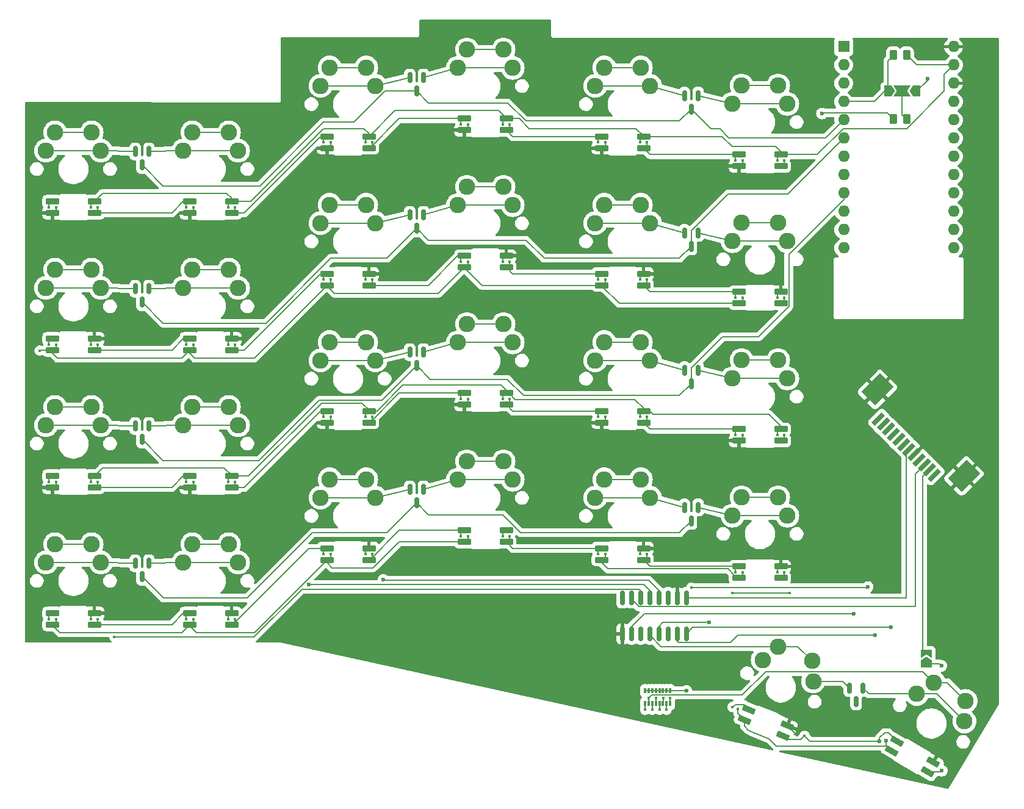
<source format=gbr>
%TF.GenerationSoftware,KiCad,Pcbnew,8.0.8-8.0.8-0~ubuntu22.04.1*%
%TF.CreationDate,2025-02-03T17:59:22-06:00*%
%TF.ProjectId,kbd,6b62642e-6b69-4636-9164-5f7063625858,rev?*%
%TF.SameCoordinates,Original*%
%TF.FileFunction,Copper,L2,Bot*%
%TF.FilePolarity,Positive*%
%FSLAX46Y46*%
G04 Gerber Fmt 4.6, Leading zero omitted, Abs format (unit mm)*
G04 Created by KiCad (PCBNEW 8.0.8-8.0.8-0~ubuntu22.04.1) date 2025-02-03 17:59:22*
%MOMM*%
%LPD*%
G01*
G04 APERTURE LIST*
G04 Aperture macros list*
%AMRoundRect*
0 Rectangle with rounded corners*
0 $1 Rounding radius*
0 $2 $3 $4 $5 $6 $7 $8 $9 X,Y pos of 4 corners*
0 Add a 4 corners polygon primitive as box body*
4,1,4,$2,$3,$4,$5,$6,$7,$8,$9,$2,$3,0*
0 Add four circle primitives for the rounded corners*
1,1,$1+$1,$2,$3*
1,1,$1+$1,$4,$5*
1,1,$1+$1,$6,$7*
1,1,$1+$1,$8,$9*
0 Add four rect primitives between the rounded corners*
20,1,$1+$1,$2,$3,$4,$5,0*
20,1,$1+$1,$4,$5,$6,$7,0*
20,1,$1+$1,$6,$7,$8,$9,0*
20,1,$1+$1,$8,$9,$2,$3,0*%
%AMRotRect*
0 Rectangle, with rotation*
0 The origin of the aperture is its center*
0 $1 length*
0 $2 width*
0 $3 Rotation angle, in degrees counterclockwise*
0 Add horizontal line*
21,1,$1,$2,0,0,$3*%
%AMFreePoly0*
4,1,6,1.000000,0.000000,0.500000,-0.750000,-0.500000,-0.750000,-0.500000,0.750000,0.500000,0.750000,1.000000,0.000000,1.000000,0.000000,$1*%
%AMFreePoly1*
4,1,6,0.500000,-0.750000,-0.650000,-0.750000,-0.150000,0.000000,-0.650000,0.750000,0.500000,0.750000,0.500000,-0.750000,0.500000,-0.750000,$1*%
%AMFreePoly2*
4,1,7,0.700000,0.000000,1.200000,-0.750000,-1.200000,-0.750000,-0.700000,0.000000,-1.200000,0.750000,1.200000,0.750000,0.700000,0.000000,0.700000,0.000000,$1*%
G04 Aperture macros list end*
%TA.AperFunction,SMDPad,CuDef*%
%ADD10RoundRect,0.082000X-0.818000X-0.328000X0.818000X-0.328000X0.818000X0.328000X-0.818000X0.328000X0*%
%TD*%
%TA.AperFunction,SMDPad,CuDef*%
%ADD11RoundRect,0.082000X0.818000X0.328000X-0.818000X0.328000X-0.818000X-0.328000X0.818000X-0.328000X0*%
%TD*%
%TA.AperFunction,ComponentPad*%
%ADD12C,2.286000*%
%TD*%
%TA.AperFunction,ComponentPad*%
%ADD13R,1.600000X1.600000*%
%TD*%
%TA.AperFunction,ComponentPad*%
%ADD14O,1.600000X1.600000*%
%TD*%
%TA.AperFunction,SMDPad,CuDef*%
%ADD15RoundRect,0.082000X-0.872409X0.124944X0.544409X-0.693056X0.872409X-0.124944X-0.544409X0.693056X0*%
%TD*%
%TA.AperFunction,SMDPad,CuDef*%
%ADD16RoundRect,0.082000X-0.881133X0.017692X0.624813X-0.621544X0.881133X-0.017692X-0.624813X0.621544X0*%
%TD*%
%TA.AperFunction,SMDPad,CuDef*%
%ADD17RotRect,0.610000X2.000000X315.000000*%
%TD*%
%TA.AperFunction,SMDPad,CuDef*%
%ADD18RotRect,2.680000X3.600000X315.000000*%
%TD*%
%TA.AperFunction,ComponentPad*%
%ADD19RoundRect,0.150000X-0.150000X0.587500X-0.150000X-0.587500X0.150000X-0.587500X0.150000X0.587500X0*%
%TD*%
%TA.AperFunction,SMDPad,CuDef*%
%ADD20RoundRect,0.150000X0.150000X-0.850000X0.150000X0.850000X-0.150000X0.850000X-0.150000X-0.850000X0*%
%TD*%
%TA.AperFunction,SMDPad,CuDef*%
%ADD21RoundRect,0.250000X0.262500X0.450000X-0.262500X0.450000X-0.262500X-0.450000X0.262500X-0.450000X0*%
%TD*%
%TA.AperFunction,SMDPad,CuDef*%
%ADD22FreePoly0,90.000000*%
%TD*%
%TA.AperFunction,SMDPad,CuDef*%
%ADD23FreePoly1,90.000000*%
%TD*%
%TA.AperFunction,SMDPad,CuDef*%
%ADD24R,0.300000X0.800000*%
%TD*%
%TA.AperFunction,SMDPad,CuDef*%
%ADD25FreePoly0,0.000000*%
%TD*%
%TA.AperFunction,SMDPad,CuDef*%
%ADD26FreePoly2,0.000000*%
%TD*%
%TA.AperFunction,SMDPad,CuDef*%
%ADD27FreePoly0,180.000000*%
%TD*%
%TA.AperFunction,SMDPad,CuDef*%
%ADD28RoundRect,0.250000X-0.262500X-0.450000X0.262500X-0.450000X0.262500X0.450000X-0.262500X0.450000X0*%
%TD*%
%TA.AperFunction,ViaPad*%
%ADD29C,0.400000*%
%TD*%
%TA.AperFunction,ViaPad*%
%ADD30C,0.600000*%
%TD*%
%TA.AperFunction,Conductor*%
%ADD31C,0.200000*%
%TD*%
G04 APERTURE END LIST*
D10*
%TO.P,LED35,1,DOUT*%
%TO.N,Net-(LED35-DOUT)*%
X158150000Y-116740000D03*
%TO.P,LED35,2,VSS*%
%TO.N,GND*%
X158150000Y-115160000D03*
%TO.P,LED35,3,DIN*%
%TO.N,Net-(LED34-DOUT)*%
X152350000Y-115160000D03*
%TO.P,LED35,4,VDD*%
%TO.N,+5V*%
X152350000Y-116740000D03*
%TD*%
D11*
%TO.P,LED01,1,DOUT*%
%TO.N,Net-(LED00-DIN)*%
X76150000Y-64510000D03*
%TO.P,LED01,2,VSS*%
%TO.N,GND*%
X76150000Y-66090000D03*
%TO.P,LED01,3,DIN*%
%TO.N,Net-(LED01-DIN)*%
X81950000Y-66090000D03*
%TO.P,LED01,4,VDD*%
%TO.N,+5V*%
X81950000Y-64510000D03*
%TD*%
D12*
%TO.P,SW04,1,1*%
%TO.N,COL4*%
X133660000Y-45920000D03*
X138740000Y-45920000D03*
%TO.P,SW04,2,2*%
%TO.N,Net-(D0405-A-Pad1)*%
X132390000Y-48460000D03*
X140010000Y-48460000D03*
%TD*%
D11*
%TO.P,LED04,1,DOUT*%
%TO.N,Net-(LED03-DIN)*%
X133300000Y-55510000D03*
%TO.P,LED04,2,VSS*%
%TO.N,GND*%
X133300000Y-57090000D03*
%TO.P,LED04,3,DIN*%
%TO.N,Net-(LED04-DIN)*%
X139100000Y-57090000D03*
%TO.P,LED04,4,VDD*%
%TO.N,+5V*%
X139100000Y-55510000D03*
%TD*%
D10*
%TO.P,LED30,1,DOUT*%
%TO.N,Net-(LED30-DOUT)*%
X62900000Y-123240000D03*
%TO.P,LED30,2,VSS*%
%TO.N,GND*%
X62900000Y-121660000D03*
%TO.P,LED30,3,DIN*%
%TO.N,Net-(LED20-DOUT)*%
X57100000Y-121660000D03*
%TO.P,LED30,4,VDD*%
%TO.N,+5V*%
X57100000Y-123240000D03*
%TD*%
D11*
%TO.P,LED20,1,DOUT*%
%TO.N,Net-(LED20-DOUT)*%
X57100000Y-102609999D03*
%TO.P,LED20,2,VSS*%
%TO.N,GND*%
X57100000Y-104189999D03*
%TO.P,LED20,3,DIN*%
%TO.N,Net-(LED20-DIN)*%
X62900000Y-104189999D03*
%TO.P,LED20,4,VDD*%
%TO.N,+5V*%
X62900000Y-102609999D03*
%TD*%
D12*
%TO.P,SW05,1,1*%
%TO.N,COL5*%
X152710000Y-48420000D03*
X157790000Y-48420000D03*
%TO.P,SW05,2,2*%
%TO.N,Net-(D0405-A-Pad2)*%
X151440000Y-50960000D03*
X159060000Y-50960000D03*
%TD*%
%TO.P,SW13,1,1*%
%TO.N,COL3*%
X114610000Y-62470000D03*
X119690000Y-62470000D03*
%TO.P,SW13,2,2*%
%TO.N,Net-(D1213-A-Pad2)*%
X113340000Y-65010000D03*
X120960000Y-65010000D03*
%TD*%
%TO.P,SW33,1,1*%
%TO.N,COL3*%
X114610000Y-100570000D03*
X119690000Y-100570000D03*
%TO.P,SW33,2,2*%
%TO.N,Net-(D3233-A-Pad2)*%
X113340000Y-103110000D03*
X120960000Y-103110000D03*
%TD*%
%TO.P,SW37,1,1*%
%TO.N,COL7*%
X179390295Y-131280591D03*
X183789705Y-133820591D03*
%TO.P,SW37,2,2*%
%TO.N,Net-(D3637-A-Pad2)*%
X177020443Y-132845295D03*
X183619557Y-136655295D03*
%TD*%
%TO.P,SW15,1,1*%
%TO.N,COL5*%
X152710000Y-67470000D03*
X157790000Y-67470000D03*
%TO.P,SW15,2,2*%
%TO.N,Net-(D1415-A-Pad2)*%
X151440000Y-70010000D03*
X159060000Y-70010000D03*
%TD*%
D10*
%TO.P,LED13,1,DOUT*%
%TO.N,Net-(LED13-DOUT)*%
X120050000Y-73640000D03*
%TO.P,LED13,2,VSS*%
%TO.N,GND*%
X120050000Y-72060000D03*
%TO.P,LED13,3,DIN*%
%TO.N,Net-(LED12-DOUT)*%
X114250000Y-72060000D03*
%TO.P,LED13,4,VDD*%
%TO.N,+5V*%
X114250000Y-73640000D03*
%TD*%
D12*
%TO.P,SW14,1,1*%
%TO.N,COL4*%
X133660000Y-64970000D03*
X138740000Y-64970000D03*
%TO.P,SW14,2,2*%
%TO.N,Net-(D1415-A-Pad1)*%
X132390000Y-67510000D03*
X140010000Y-67510000D03*
%TD*%
%TO.P,SW31,1,1*%
%TO.N,COL1*%
X76510000Y-112070000D03*
X81590000Y-112070000D03*
%TO.P,SW31,2,2*%
%TO.N,Net-(D3031-A-Pad2)*%
X75240000Y-114610000D03*
X82860000Y-114610000D03*
%TD*%
%TO.P,SW03,1,1*%
%TO.N,COL3*%
X114610000Y-43420000D03*
X119690000Y-43420000D03*
%TO.P,SW03,2,2*%
%TO.N,Net-(D0203-A-Pad2)*%
X113340000Y-45960000D03*
X120960000Y-45960000D03*
%TD*%
D13*
%TO.P,U1,1,A8*%
%TO.N,unconnected-(U1-A8-Pad1)*%
X166875000Y-43025000D03*
D14*
%TO.P,U1,2,A9*%
%TO.N,unconnected-(U1-A9-Pad2)*%
X166875000Y-45565000D03*
%TO.P,U1,3,B15*%
%TO.N,unconnected-(U1-B15-Pad3)*%
X166875000Y-48105000D03*
%TO.P,U1,4,B14*%
%TO.N,FT*%
X166875000Y-50645000D03*
%TO.P,U1,5,B13*%
%TO.N,ROW0*%
X166875000Y-53185000D03*
%TO.P,U1,6,B12*%
%TO.N,ROW1*%
X166875000Y-55725000D03*
%TO.P,U1,7,B11*%
%TO.N,unconnected-(U1-B11-Pad7)*%
X166875000Y-58265000D03*
%TO.P,U1,8,B10*%
%TO.N,unconnected-(U1-B10-Pad8)*%
X166875000Y-60805000D03*
%TO.P,U1,9,B7*%
%TO.N,ROW2*%
X166875000Y-63345000D03*
%TO.P,U1,10,B4*%
%TO.N,ROW3*%
X166875000Y-65885000D03*
%TO.P,U1,11,B23*%
%TO.N,unconnected-(U1-B23-Pad11)*%
X166875000Y-68425000D03*
%TO.P,U1,12,B22*%
%TO.N,unconnected-(U1-B22-Pad12)*%
X166875000Y-70965000D03*
%TO.P,U1,13,A4*%
%TO.N,unconnected-(U1-A4-Pad13)*%
X182115000Y-70965000D03*
%TO.P,U1,14,A5*%
%TO.N,unconnected-(U1-A5-Pad14)*%
X182115000Y-68425000D03*
%TO.P,U1,15,A15*%
%TO.N,MISO*%
X182115000Y-65885000D03*
%TO.P,U1,16,A14*%
%TO.N,unconnected-(U1-A14-Pad16)*%
X182115000Y-63345000D03*
%TO.P,U1,17,A13*%
%TO.N,SCK0*%
X182115000Y-60805000D03*
%TO.P,U1,18,A12*%
%TO.N,SCS*%
X182115000Y-58265000D03*
%TO.P,U1,19,A11*%
%TO.N,unconnected-(U1-A11-Pad19)*%
X182115000Y-55725000D03*
%TO.P,U1,20,A10*%
%TO.N,unconnected-(U1-A10-Pad20)*%
X182115000Y-53185000D03*
%TO.P,U1,21,3V3*%
%TO.N,+3V3*%
X182115000Y-50645000D03*
%TO.P,U1,22,G*%
%TO.N,GND*%
X182115000Y-48105000D03*
%TO.P,U1,23,5V*%
%TO.N,+5V*%
X182115000Y-45565000D03*
%TO.P,U1,24,G*%
%TO.N,GND*%
X182115000Y-43025000D03*
%TD*%
D10*
%TO.P,LED32,1,DOUT*%
%TO.N,Net-(LED32-DOUT)*%
X101000000Y-114240000D03*
%TO.P,LED32,2,VSS*%
%TO.N,GND*%
X101000000Y-112660000D03*
%TO.P,LED32,3,DIN*%
%TO.N,Net-(LED31-DOUT)*%
X95200000Y-112660000D03*
%TO.P,LED32,4,VDD*%
%TO.N,+5V*%
X95200000Y-114240000D03*
%TD*%
D11*
%TO.P,LED21,1,DOUT*%
%TO.N,Net-(LED20-DIN)*%
X76150000Y-102609999D03*
%TO.P,LED21,2,VSS*%
%TO.N,GND*%
X76150000Y-104189999D03*
%TO.P,LED21,3,DIN*%
%TO.N,Net-(LED21-DIN)*%
X81950000Y-104189999D03*
%TO.P,LED21,4,VDD*%
%TO.N,+5V*%
X81950000Y-102609999D03*
%TD*%
D12*
%TO.P,SW24,1,1*%
%TO.N,COL4*%
X133660000Y-84020000D03*
X138740000Y-84020000D03*
%TO.P,SW24,2,2*%
%TO.N,Net-(D2425-A-Pad1)*%
X132390000Y-86560000D03*
X140010000Y-86560000D03*
%TD*%
D15*
%TO.P,LED37,1,DOUT*%
%TO.N,Net-(JP2-A)*%
X178516474Y-143684160D03*
%TO.P,LED37,2,VSS*%
%TO.N,GND*%
X179306474Y-142315840D03*
%TO.P,LED37,3,DIN*%
%TO.N,Net-(LED36-DOUT)*%
X174283526Y-139415840D03*
%TO.P,LED37,4,VDD*%
%TO.N,+5V*%
X173493526Y-140784160D03*
%TD*%
D12*
%TO.P,SW21,1,1*%
%TO.N,COL1*%
X76510000Y-93020000D03*
X81590000Y-93020000D03*
%TO.P,SW21,2,2*%
%TO.N,Net-(D2021-A-Pad2)*%
X75240000Y-95560000D03*
X82860000Y-95560000D03*
%TD*%
D11*
%TO.P,LED23,1,DOUT*%
%TO.N,Net-(LED22-DIN)*%
X114250000Y-91109999D03*
%TO.P,LED23,2,VSS*%
%TO.N,GND*%
X114250000Y-92689999D03*
%TO.P,LED23,3,DIN*%
%TO.N,Net-(LED23-DIN)*%
X120050000Y-92689999D03*
%TO.P,LED23,4,VDD*%
%TO.N,+5V*%
X120050000Y-91109999D03*
%TD*%
D12*
%TO.P,SW34,1,1*%
%TO.N,COL4*%
X133660000Y-103070000D03*
X138740000Y-103070000D03*
%TO.P,SW34,2,2*%
%TO.N,Net-(D3435-A-Pad1)*%
X132390000Y-105610000D03*
X140010000Y-105610000D03*
%TD*%
D10*
%TO.P,LED31,1,DOUT*%
%TO.N,Net-(LED31-DOUT)*%
X81950000Y-123240000D03*
%TO.P,LED31,2,VSS*%
%TO.N,GND*%
X81950000Y-121660000D03*
%TO.P,LED31,3,DIN*%
%TO.N,Net-(LED30-DOUT)*%
X76150000Y-121660000D03*
%TO.P,LED31,4,VDD*%
%TO.N,+5V*%
X76150000Y-123240000D03*
%TD*%
D12*
%TO.P,SW11,1,1*%
%TO.N,COL1*%
X76510000Y-73970000D03*
X81590000Y-73970000D03*
%TO.P,SW11,2,2*%
%TO.N,Net-(D1011-A-Pad2)*%
X75240000Y-76510000D03*
X82860000Y-76510000D03*
%TD*%
D11*
%TO.P,LED24,1,DOUT*%
%TO.N,Net-(LED23-DIN)*%
X133300000Y-93609999D03*
%TO.P,LED24,2,VSS*%
%TO.N,GND*%
X133300000Y-95189999D03*
%TO.P,LED24,3,DIN*%
%TO.N,Net-(LED24-DIN)*%
X139100000Y-95189999D03*
%TO.P,LED24,4,VDD*%
%TO.N,+5V*%
X139100000Y-93609999D03*
%TD*%
%TO.P,LED25,1,DOUT*%
%TO.N,Net-(LED24-DIN)*%
X152350000Y-96109999D03*
%TO.P,LED25,2,VSS*%
%TO.N,GND*%
X152350000Y-97689999D03*
%TO.P,LED25,3,DIN*%
%TO.N,Net-(LED15-DOUT)*%
X158150000Y-97689999D03*
%TO.P,LED25,4,VDD*%
%TO.N,+5V*%
X158150000Y-96109999D03*
%TD*%
%TO.P,LED03,1,DOUT*%
%TO.N,Net-(LED02-DIN)*%
X114250000Y-53010000D03*
%TO.P,LED03,2,VSS*%
%TO.N,GND*%
X114250000Y-54590000D03*
%TO.P,LED03,3,DIN*%
%TO.N,Net-(LED03-DIN)*%
X120050000Y-54590000D03*
%TO.P,LED03,4,VDD*%
%TO.N,+5V*%
X120050000Y-53010000D03*
%TD*%
D10*
%TO.P,LED33,1,DOUT*%
%TO.N,Net-(LED33-DOUT)*%
X120050000Y-111740000D03*
%TO.P,LED33,2,VSS*%
%TO.N,GND*%
X120050000Y-110160000D03*
%TO.P,LED33,3,DIN*%
%TO.N,Net-(LED32-DOUT)*%
X114250000Y-110160000D03*
%TO.P,LED33,4,VDD*%
%TO.N,+5V*%
X114250000Y-111740000D03*
%TD*%
D16*
%TO.P,LED36,1,DOUT*%
%TO.N,Net-(LED36-DOUT)*%
X158430786Y-138698065D03*
%TO.P,LED36,2,VSS*%
%TO.N,GND*%
X159048142Y-137243667D03*
%TO.P,LED36,3,DIN*%
%TO.N,Net-(LED35-DOUT)*%
X153709214Y-134977427D03*
%TO.P,LED36,4,VDD*%
%TO.N,+5V*%
X153091858Y-136431825D03*
%TD*%
D12*
%TO.P,SW30,1,1*%
%TO.N,COL0*%
X57460000Y-112070000D03*
X62540000Y-112070000D03*
%TO.P,SW30,2,2*%
%TO.N,Net-(D3031-A-Pad1)*%
X56190000Y-114610000D03*
X63810000Y-114610000D03*
%TD*%
%TO.P,SW00,1,1*%
%TO.N,COL0*%
X57460000Y-54920000D03*
X62540000Y-54920000D03*
%TO.P,SW00,2,2*%
%TO.N,Net-(D0001-A-Pad1)*%
X56190000Y-57460000D03*
X63810000Y-57460000D03*
%TD*%
%TO.P,SW35,1,1*%
%TO.N,COL5*%
X152710000Y-105570000D03*
X157790000Y-105570000D03*
%TO.P,SW35,2,2*%
%TO.N,Net-(D3435-A-Pad2)*%
X151440000Y-108110000D03*
X159060000Y-108110000D03*
%TD*%
D10*
%TO.P,LED14,1,DOUT*%
%TO.N,Net-(LED14-DOUT)*%
X139100000Y-76140000D03*
%TO.P,LED14,2,VSS*%
%TO.N,GND*%
X139100000Y-74560000D03*
%TO.P,LED14,3,DIN*%
%TO.N,Net-(LED13-DOUT)*%
X133300000Y-74560000D03*
%TO.P,LED14,4,VDD*%
%TO.N,+5V*%
X133300000Y-76140000D03*
%TD*%
D11*
%TO.P,LED22,1,DOUT*%
%TO.N,Net-(LED21-DIN)*%
X95200000Y-93609999D03*
%TO.P,LED22,2,VSS*%
%TO.N,GND*%
X95200000Y-95189999D03*
%TO.P,LED22,3,DIN*%
%TO.N,Net-(LED22-DIN)*%
X101000000Y-95189999D03*
%TO.P,LED22,4,VDD*%
%TO.N,+5V*%
X101000000Y-93609999D03*
%TD*%
D10*
%TO.P,LED10,1,DOUT*%
%TO.N,Net-(LED10-DOUT)*%
X62900000Y-85140000D03*
%TO.P,LED10,2,VSS*%
%TO.N,GND*%
X62900000Y-83560000D03*
%TO.P,LED10,3,DIN*%
%TO.N,Net-(LED00-DOUT)*%
X57100000Y-83560000D03*
%TO.P,LED10,4,VDD*%
%TO.N,+5V*%
X57100000Y-85140000D03*
%TD*%
D12*
%TO.P,SW23,1,1*%
%TO.N,COL3*%
X114610000Y-81520000D03*
X119690000Y-81520000D03*
%TO.P,SW23,2,2*%
%TO.N,Net-(D2223-A-Pad2)*%
X113340000Y-84060000D03*
X120960000Y-84060000D03*
%TD*%
%TO.P,SW20,1,1*%
%TO.N,COL0*%
X57460000Y-93020000D03*
X62540000Y-93020000D03*
%TO.P,SW20,2,2*%
%TO.N,Net-(D2021-A-Pad1)*%
X56190000Y-95560000D03*
X63810000Y-95560000D03*
%TD*%
%TO.P,SW12,1,1*%
%TO.N,COL2*%
X95560000Y-64970000D03*
X100640000Y-64970000D03*
%TO.P,SW12,2,2*%
%TO.N,Net-(D1213-A-Pad1)*%
X94290000Y-67510000D03*
X101910000Y-67510000D03*
%TD*%
D10*
%TO.P,LED12,1,DOUT*%
%TO.N,Net-(LED12-DOUT)*%
X101000000Y-76140000D03*
%TO.P,LED12,2,VSS*%
%TO.N,GND*%
X101000000Y-74560000D03*
%TO.P,LED12,3,DIN*%
%TO.N,Net-(LED11-DOUT)*%
X95200000Y-74560000D03*
%TO.P,LED12,4,VDD*%
%TO.N,+5V*%
X95200000Y-76140000D03*
%TD*%
D11*
%TO.P,LED02,1,DOUT*%
%TO.N,Net-(LED01-DIN)*%
X95200000Y-55510000D03*
%TO.P,LED02,2,VSS*%
%TO.N,GND*%
X95200000Y-57090000D03*
%TO.P,LED02,3,DIN*%
%TO.N,Net-(LED02-DIN)*%
X101000000Y-57090000D03*
%TO.P,LED02,4,VDD*%
%TO.N,+5V*%
X101000000Y-55510000D03*
%TD*%
D12*
%TO.P,SW02,1,1*%
%TO.N,COL2*%
X95560000Y-45920000D03*
X100640000Y-45920000D03*
%TO.P,SW02,2,2*%
%TO.N,Net-(D0203-A-Pad1)*%
X94290000Y-48460000D03*
X101910000Y-48460000D03*
%TD*%
D10*
%TO.P,LED34,1,DOUT*%
%TO.N,Net-(LED34-DOUT)*%
X139100000Y-114240000D03*
%TO.P,LED34,2,VSS*%
%TO.N,GND*%
X139100000Y-112660000D03*
%TO.P,LED34,3,DIN*%
%TO.N,Net-(LED33-DOUT)*%
X133300000Y-112660000D03*
%TO.P,LED34,4,VDD*%
%TO.N,+5V*%
X133300000Y-114240000D03*
%TD*%
D11*
%TO.P,LED00,1,DOUT*%
%TO.N,Net-(LED00-DOUT)*%
X57100000Y-64510000D03*
%TO.P,LED00,2,VSS*%
%TO.N,GND*%
X57100000Y-66090000D03*
%TO.P,LED00,3,DIN*%
%TO.N,Net-(LED00-DIN)*%
X62900000Y-66090000D03*
%TO.P,LED00,4,VDD*%
%TO.N,+5V*%
X62900000Y-64510000D03*
%TD*%
D10*
%TO.P,LED15,1,DOUT*%
%TO.N,Net-(LED15-DOUT)*%
X158150000Y-78640000D03*
%TO.P,LED15,2,VSS*%
%TO.N,GND*%
X158150000Y-77060000D03*
%TO.P,LED15,3,DIN*%
%TO.N,Net-(LED14-DOUT)*%
X152350000Y-77060000D03*
%TO.P,LED15,4,VDD*%
%TO.N,+5V*%
X152350000Y-78640000D03*
%TD*%
%TO.P,LED11,1,DOUT*%
%TO.N,Net-(LED11-DOUT)*%
X81950000Y-85140000D03*
%TO.P,LED11,2,VSS*%
%TO.N,GND*%
X81950000Y-83560000D03*
%TO.P,LED11,3,DIN*%
%TO.N,Net-(LED10-DOUT)*%
X76150000Y-83560000D03*
%TO.P,LED11,4,VDD*%
%TO.N,+5V*%
X76150000Y-85140000D03*
%TD*%
D12*
%TO.P,SW01,1,1*%
%TO.N,COL1*%
X76510000Y-54920000D03*
X81590000Y-54920000D03*
%TO.P,SW01,2,2*%
%TO.N,Net-(D0001-A-Pad2)*%
X75240000Y-57460000D03*
X82860000Y-57460000D03*
%TD*%
%TO.P,SW25,1,1*%
%TO.N,COL5*%
X152710000Y-86520000D03*
X157790000Y-86520000D03*
%TO.P,SW25,2,2*%
%TO.N,Net-(D2425-A-Pad2)*%
X151440000Y-89060000D03*
X159060000Y-89060000D03*
%TD*%
D11*
%TO.P,LED05,1,DOUT*%
%TO.N,Net-(LED04-DIN)*%
X152350000Y-58010000D03*
%TO.P,LED05,2,VSS*%
%TO.N,GND*%
X152350000Y-59590000D03*
%TO.P,LED05,3,DIN*%
%TO.N,Net-(LED05-DIN)*%
X158150000Y-59590000D03*
%TO.P,LED05,4,VDD*%
%TO.N,+5V*%
X158150000Y-58010000D03*
%TD*%
D12*
%TO.P,SW10,1,1*%
%TO.N,COL0*%
X57460000Y-73970000D03*
X62540000Y-73970000D03*
%TO.P,SW10,2,2*%
%TO.N,Net-(D1011-A-Pad1)*%
X56190000Y-76510000D03*
X63810000Y-76510000D03*
%TD*%
%TO.P,SW36,1,1*%
%TO.N,COL6*%
X157796832Y-126281378D03*
X162472996Y-128266292D03*
%TO.P,SW36,2,2*%
%TO.N,Net-(D3637-A-Pad1)*%
X155635334Y-128123232D03*
X162649581Y-131100603D03*
%TD*%
%TO.P,SW22,1,1*%
%TO.N,COL2*%
X95560000Y-84020000D03*
X100640000Y-84020000D03*
%TO.P,SW22,2,2*%
%TO.N,Net-(D2223-A-Pad1)*%
X94290000Y-86560000D03*
X101910000Y-86560000D03*
%TD*%
%TO.P,SW32,1,1*%
%TO.N,COL2*%
X95560000Y-103070000D03*
X100640000Y-103070000D03*
%TO.P,SW32,2,2*%
%TO.N,Net-(D3233-A-Pad1)*%
X94290000Y-105610000D03*
X101910000Y-105610000D03*
%TD*%
D17*
%TO.P,J1,1,Pin_1*%
%TO.N,ROW3*%
X171684350Y-94694148D03*
%TO.P,J1,2,Pin_2*%
%TO.N,ROW2*%
X172391457Y-95401255D03*
%TO.P,J1,3,Pin_3*%
%TO.N,SCK0*%
X173098564Y-96108361D03*
%TO.P,J1,4,Pin_4*%
%TO.N,SCS*%
X173805671Y-96815468D03*
%TO.P,J1,5,Pin_5*%
%TO.N,ROW1*%
X174512778Y-97522575D03*
%TO.P,J1,6,Pin_6*%
%TO.N,ROW0*%
X175219884Y-98229682D03*
%TO.P,J1,7,Pin_7*%
%TO.N,+3V3*%
X175926991Y-98936789D03*
%TO.P,J1,8,Pin_8*%
%TO.N,GND*%
X176634098Y-99643895D03*
%TO.P,J1,9,Pin_9*%
%TO.N,+5V*%
X177341205Y-100351002D03*
%TO.P,J1,10,Pin_10*%
%TO.N,DS*%
X178048312Y-101058109D03*
%TO.P,J1,11,Pin_11*%
%TO.N,LED_R*%
X178755418Y-101765216D03*
%TO.P,J1,12,Pin_12*%
%TO.N,unconnected-(J1-Pin_12-Pad12)*%
X179462525Y-102472323D03*
D18*
%TO.P,J1,MP,MountPin*%
%TO.N,GND*%
X171550000Y-90600000D03*
X183556673Y-102606673D03*
%TD*%
D19*
%TO.P,D2425,1,A*%
%TO.N,Net-(D2425-A-Pad1)*%
X144775000Y-87912500D03*
%TO.P,D2425,2,A*%
%TO.N,Net-(D2425-A-Pad2)*%
X146675000Y-87912500D03*
%TO.P,D2425,3,K*%
%TO.N,ROW2*%
X145725000Y-89787500D03*
%TD*%
D20*
%TO.P,U2,1,~{PL}*%
%TO.N,SCS*%
X145050000Y-124500000D03*
%TO.P,U2,2,CP*%
%TO.N,SCK0*%
X143780000Y-124500000D03*
%TO.P,U2,3,D4*%
%TO.N,COL4*%
X142510000Y-124500000D03*
%TO.P,U2,4,D5*%
%TO.N,COL5*%
X141240000Y-124500000D03*
%TO.P,U2,5,D6*%
%TO.N,COL6*%
X139970000Y-124500000D03*
%TO.P,U2,6,D7*%
%TO.N,COL7*%
X138700000Y-124500000D03*
%TO.P,U2,7,~{Q7}*%
%TO.N,MISO*%
X137430000Y-124500000D03*
%TO.P,U2,8,GND*%
%TO.N,GND*%
X136160000Y-124500000D03*
%TO.P,U2,9,Q7*%
%TO.N,unconnected-(U2-Q7-Pad9)*%
X136160000Y-119500000D03*
%TO.P,U2,10,DS*%
%TO.N,DS*%
X137430000Y-119500000D03*
%TO.P,U2,11,D0*%
%TO.N,COL0*%
X138700000Y-119500000D03*
%TO.P,U2,12,D1*%
%TO.N,COL1*%
X139970000Y-119500000D03*
%TO.P,U2,13,D2*%
%TO.N,COL2*%
X141240000Y-119500000D03*
%TO.P,U2,14,D3*%
%TO.N,COL3*%
X142510000Y-119500000D03*
%TO.P,U2,15,~{CE}*%
%TO.N,GND*%
X143780000Y-119500000D03*
%TO.P,U2,16,VCC*%
%TO.N,+3V3*%
X145050000Y-119500000D03*
%TD*%
D19*
%TO.P,D0001,1,A*%
%TO.N,Net-(D0001-A-Pad1)*%
X68575000Y-57562500D03*
%TO.P,D0001,2,A*%
%TO.N,Net-(D0001-A-Pad2)*%
X70475000Y-57562500D03*
%TO.P,D0001,3,K*%
%TO.N,ROW0*%
X69525000Y-59437500D03*
%TD*%
%TO.P,D3435,1,A*%
%TO.N,Net-(D3435-A-Pad1)*%
X144775000Y-106962500D03*
%TO.P,D3435,2,A*%
%TO.N,Net-(D3435-A-Pad2)*%
X146675000Y-106962500D03*
%TO.P,D3435,3,K*%
%TO.N,ROW3*%
X145725000Y-108837500D03*
%TD*%
%TO.P,D0405,1,A*%
%TO.N,Net-(D0405-A-Pad1)*%
X144775000Y-49812500D03*
%TO.P,D0405,2,A*%
%TO.N,Net-(D0405-A-Pad2)*%
X146675000Y-49812500D03*
%TO.P,D0405,3,K*%
%TO.N,ROW0*%
X145725000Y-51687500D03*
%TD*%
%TO.P,D1415,1,A*%
%TO.N,Net-(D1415-A-Pad1)*%
X144775000Y-68862500D03*
%TO.P,D1415,2,A*%
%TO.N,Net-(D1415-A-Pad2)*%
X146675000Y-68862500D03*
%TO.P,D1415,3,K*%
%TO.N,ROW1*%
X145725000Y-70737500D03*
%TD*%
D21*
%TO.P,R1,1*%
%TO.N,+5V*%
X175600000Y-44205000D03*
%TO.P,R1,2*%
%TO.N,FT*%
X173775000Y-44205000D03*
%TD*%
D22*
%TO.P,JP2,1,A*%
%TO.N,Net-(JP2-A)*%
X178350000Y-128650000D03*
D23*
%TO.P,JP2,2,B*%
%TO.N,LED_R*%
X178350000Y-127200000D03*
%TD*%
D19*
%TO.P,D3031,1,A*%
%TO.N,Net-(D3031-A-Pad1)*%
X68575000Y-114712500D03*
%TO.P,D3031,2,A*%
%TO.N,Net-(D3031-A-Pad2)*%
X70475000Y-114712500D03*
%TO.P,D3031,3,K*%
%TO.N,ROW3*%
X69525000Y-116587500D03*
%TD*%
%TO.P,D3233,1,A*%
%TO.N,Net-(D3233-A-Pad1)*%
X106675000Y-104462500D03*
%TO.P,D3233,2,A*%
%TO.N,Net-(D3233-A-Pad2)*%
X108575000Y-104462500D03*
%TO.P,D3233,3,K*%
%TO.N,ROW3*%
X107625000Y-106337500D03*
%TD*%
%TO.P,D1011,1,A*%
%TO.N,Net-(D1011-A-Pad1)*%
X68575000Y-76612500D03*
%TO.P,D1011,2,A*%
%TO.N,Net-(D1011-A-Pad2)*%
X70475000Y-76612500D03*
%TO.P,D1011,3,K*%
%TO.N,ROW1*%
X69525000Y-78487500D03*
%TD*%
D24*
%TO.P,RN2,1,R1.1*%
%TO.N,COL4*%
X142805000Y-134200000D03*
%TO.P,RN2,2,R2.1*%
%TO.N,COL3*%
X142305000Y-134200000D03*
%TO.P,RN2,3,R3.1*%
%TO.N,COL5*%
X141805000Y-134200000D03*
%TO.P,RN2,4,R4.1*%
%TO.N,COL2*%
X141305000Y-134200000D03*
%TO.P,RN2,5,R5.1*%
%TO.N,COL6*%
X140805000Y-134200000D03*
%TO.P,RN2,6,R6.1*%
%TO.N,COL1*%
X140305000Y-134200000D03*
%TO.P,RN2,7,R7.1*%
%TO.N,COL7*%
X139805000Y-134200000D03*
%TO.P,RN2,8,R8.1*%
%TO.N,COL0*%
X139305000Y-134200000D03*
%TO.P,RN2,9,R8.2*%
%TO.N,+3V3*%
X139305000Y-132400000D03*
%TO.P,RN2,10,R7.2*%
X139805000Y-132400000D03*
%TO.P,RN2,11,R6.2*%
X140305000Y-132400000D03*
%TO.P,RN2,12,R5.2*%
X140805000Y-132400000D03*
%TO.P,RN2,13,R4.2*%
X141305000Y-132400000D03*
%TO.P,RN2,14,R3.2*%
X141805000Y-132400000D03*
%TO.P,RN2,15,R2.2*%
X142305000Y-132400000D03*
%TO.P,RN2,16,R1.2*%
X142805000Y-132400000D03*
%TD*%
D19*
%TO.P,D0203,1,A*%
%TO.N,Net-(D0203-A-Pad1)*%
X106675000Y-47312500D03*
%TO.P,D0203,2,A*%
%TO.N,Net-(D0203-A-Pad2)*%
X108575000Y-47312500D03*
%TO.P,D0203,3,K*%
%TO.N,ROW0*%
X107625000Y-49187500D03*
%TD*%
%TO.P,D3637,1,A*%
%TO.N,Net-(D3637-A-Pad1)*%
X167650000Y-132012500D03*
%TO.P,D3637,2,A*%
%TO.N,Net-(D3637-A-Pad2)*%
X169550000Y-132012500D03*
%TO.P,D3637,3,K*%
%TO.N,ROW3*%
X168600000Y-133887500D03*
%TD*%
%TO.P,D1213,1,A*%
%TO.N,Net-(D1213-A-Pad1)*%
X106675000Y-66362500D03*
%TO.P,D1213,2,A*%
%TO.N,Net-(D1213-A-Pad2)*%
X108575000Y-66362500D03*
%TO.P,D1213,3,K*%
%TO.N,ROW1*%
X107625000Y-68237500D03*
%TD*%
%TO.P,D2223,1,A*%
%TO.N,Net-(D2223-A-Pad1)*%
X106675000Y-85412500D03*
%TO.P,D2223,2,A*%
%TO.N,Net-(D2223-A-Pad2)*%
X108575000Y-85412500D03*
%TO.P,D2223,3,K*%
%TO.N,ROW2*%
X107625000Y-87287500D03*
%TD*%
%TO.P,D2021,1,A*%
%TO.N,Net-(D2021-A-Pad1)*%
X68575000Y-95662500D03*
%TO.P,D2021,2,A*%
%TO.N,Net-(D2021-A-Pad2)*%
X70475000Y-95662500D03*
%TO.P,D2021,3,K*%
%TO.N,ROW2*%
X69525000Y-97537500D03*
%TD*%
D25*
%TO.P,JP1,1,A*%
%TO.N,FT*%
X172987500Y-49205000D03*
D26*
%TO.P,JP1,2,C*%
%TO.N,Net-(JP1-C)*%
X174987500Y-49205000D03*
D27*
%TO.P,JP1,3,B*%
%TO.N,LED_R*%
X176987500Y-49205000D03*
%TD*%
D28*
%TO.P,R2,1*%
%TO.N,Net-(LED05-DIN)*%
X173775000Y-53050000D03*
%TO.P,R2,2*%
%TO.N,Net-(JP1-C)*%
X175600000Y-53050000D03*
%TD*%
D29*
%TO.N,ROW0*%
X175196230Y-98210443D03*
%TO.N,ROW1*%
X174546230Y-97560443D03*
%TO.N,ROW2*%
X172396230Y-95410443D03*
%TO.N,ROW3*%
X171696230Y-94710443D03*
X145725000Y-118100000D03*
D30*
X170200000Y-118000000D03*
D29*
%TO.N,GND*%
X157650000Y-77850000D03*
X100500000Y-75350000D03*
D30*
X126300000Y-114900000D03*
X134600000Y-122200000D03*
X144005000Y-131350000D03*
D29*
X119550000Y-72850000D03*
X62400000Y-84350000D03*
X138600000Y-75350000D03*
X133800000Y-94400000D03*
X133800000Y-56300000D03*
X81450000Y-122450000D03*
X62400000Y-122450000D03*
X100500000Y-113450000D03*
X152850000Y-58800000D03*
X81450000Y-84350000D03*
X95700000Y-56300000D03*
X176646230Y-99660443D03*
X57600000Y-65300000D03*
X95700000Y-94400000D03*
X76650000Y-65300000D03*
X119550000Y-110950000D03*
X76650000Y-103400000D03*
X138600000Y-113450000D03*
X114750000Y-91900000D03*
X57600000Y-103400000D03*
X157650000Y-115950000D03*
X114750000Y-53800000D03*
X152850000Y-96900000D03*
X160410000Y-138600000D03*
%TO.N,SCK0*%
X143780000Y-124500000D03*
X173096230Y-96110443D03*
D30*
X171200000Y-124700000D03*
D29*
%TO.N,SCS*%
X145050000Y-124500000D03*
X173796230Y-96810443D03*
D30*
X173400000Y-123600000D03*
%TO.N,MISO*%
X168250000Y-121700000D03*
D29*
%TO.N,+3V3*%
X145050000Y-119500000D03*
X175896230Y-98910443D03*
D30*
X145050000Y-132400000D03*
D29*
%TO.N,DS*%
X178046230Y-101060443D03*
X137430000Y-119500000D03*
%TO.N,+5V*%
X62400000Y-103400000D03*
X138600000Y-94400000D03*
X152850000Y-77850000D03*
X114750000Y-72850000D03*
X55300000Y-85200000D03*
X100500000Y-56300000D03*
X76650000Y-84350000D03*
X157650000Y-96900000D03*
X114750000Y-110950000D03*
X177346230Y-100360443D03*
X152850000Y-115950000D03*
X133800000Y-113450000D03*
D30*
X172750000Y-139300000D03*
D29*
X100500000Y-94400000D03*
X76650000Y-122450000D03*
X119550000Y-53800000D03*
X119550000Y-91900000D03*
X81450000Y-65300000D03*
X95700000Y-75350000D03*
X157650000Y-58800000D03*
X81450000Y-103400000D03*
X62400000Y-65300000D03*
X133800000Y-75350000D03*
X57600000Y-84350000D03*
X57600000Y-122450000D03*
X95700000Y-113450000D03*
X138600000Y-56300000D03*
X152170000Y-134930000D03*
%TO.N,Net-(LED00-DOUT)*%
X56600000Y-65300000D03*
X56600000Y-84350000D03*
%TO.N,Net-(LED00-DIN)*%
X75650000Y-65300000D03*
X63400000Y-65300000D03*
%TO.N,Net-(LED01-DIN)*%
X94700000Y-56300000D03*
X82450000Y-65300000D03*
%TO.N,Net-(LED02-DIN)*%
X101500000Y-56300000D03*
X113750000Y-53800000D03*
%TO.N,Net-(LED03-DIN)*%
X132800000Y-56300000D03*
X120550000Y-53800000D03*
%TO.N,Net-(LED04-DIN)*%
X139600000Y-56300000D03*
X151850000Y-58800000D03*
%TO.N,Net-(LED12-DOUT)*%
X101500000Y-75350000D03*
X113750000Y-72850000D03*
%TO.N,Net-(LED20-DIN)*%
X63400000Y-103400000D03*
X75650000Y-103400000D03*
%TO.N,Net-(LED21-DIN)*%
X82450000Y-103400000D03*
X94700000Y-94400000D03*
%TO.N,Net-(LED22-DIN)*%
X113750000Y-91900000D03*
X101500000Y-94400000D03*
%TO.N,Net-(LED23-DIN)*%
X120550000Y-91900000D03*
X132800000Y-94400000D03*
%TO.N,Net-(LED24-DIN)*%
X151850000Y-96900000D03*
X139600000Y-94400000D03*
%TO.N,Net-(LED10-DOUT)*%
X63400000Y-84350000D03*
X75650000Y-84350000D03*
%TO.N,Net-(LED11-DOUT)*%
X94700000Y-75350000D03*
X82450000Y-84350000D03*
%TO.N,Net-(LED13-DOUT)*%
X120550000Y-72850000D03*
X132800000Y-75350000D03*
%TO.N,Net-(LED14-DOUT)*%
X151850000Y-77850000D03*
X139600000Y-75350000D03*
%TO.N,Net-(LED15-DOUT)*%
X158650000Y-96900000D03*
X158650000Y-77850000D03*
%TO.N,Net-(LED30-DOUT)*%
X63400000Y-122450000D03*
X75650000Y-122450000D03*
%TO.N,Net-(LED31-DOUT)*%
X94700000Y-113450000D03*
X82450000Y-122450000D03*
%TO.N,Net-(LED20-DOUT)*%
X56600000Y-122450000D03*
X56600000Y-103400000D03*
%TO.N,Net-(LED32-DOUT)*%
X113750000Y-110950000D03*
X101500000Y-113450000D03*
%TO.N,Net-(LED33-DOUT)*%
X120550000Y-110950000D03*
X132800000Y-113450000D03*
%TO.N,Net-(LED34-DOUT)*%
X139600000Y-113450000D03*
X151850000Y-115950000D03*
%TO.N,COL4*%
X142510000Y-124500000D03*
X142805000Y-133410000D03*
%TO.N,COL7*%
X139805000Y-133450000D03*
X138700000Y-124500000D03*
D30*
%TO.N,COL2*%
X103020000Y-117000000D03*
D29*
X141240000Y-119500000D03*
X141305000Y-135050000D03*
%TO.N,COL1*%
X140305000Y-135050000D03*
D30*
X92700000Y-117700000D03*
D29*
X139970000Y-119500000D03*
%TO.N,COL3*%
X142510000Y-119500000D03*
X142305000Y-135050000D03*
%TO.N,COL0*%
X139305000Y-135050000D03*
X138700000Y-119500000D03*
X65690000Y-124950000D03*
%TO.N,COL5*%
X141240000Y-124500000D03*
X141815000Y-133440000D03*
D30*
X148200000Y-122900000D03*
D29*
%TO.N,COL6*%
X139970000Y-124500000D03*
X140805000Y-133440000D03*
%TO.N,LED_R*%
X178746230Y-101760443D03*
D30*
X178475000Y-47475000D03*
D29*
%TO.N,Net-(LED35-DOUT)*%
X159400000Y-118850000D03*
X151450000Y-118850000D03*
X158650000Y-115950000D03*
X151418162Y-134656605D03*
%TO.N,Net-(LED36-DOUT)*%
X161440000Y-138640000D03*
D30*
X171850000Y-139400000D03*
%TO.N,Net-(JP2-A)*%
X180450000Y-128950000D03*
X180500000Y-143500000D03*
%TO.N,Net-(LED05-DIN)*%
X163850000Y-52300000D03*
D29*
X158650000Y-58800000D03*
%TD*%
D31*
%TO.N,ROW0*%
X150943900Y-55693900D02*
X149700000Y-54450000D01*
X94700000Y-53500000D02*
X85856100Y-62343900D01*
X148487500Y-54450000D02*
X145725000Y-51687500D01*
X103223211Y-49187500D02*
X103223211Y-49191564D01*
X72431400Y-62343900D02*
X69525000Y-59437500D01*
X149700000Y-54450000D02*
X148487500Y-54450000D01*
X166875000Y-53185000D02*
X164366100Y-55693900D01*
X145725000Y-51687500D02*
X144068600Y-53343900D01*
X120263900Y-50843900D02*
X109281400Y-50843900D01*
X122763900Y-53343900D02*
X120263900Y-50843900D01*
X107625000Y-49187500D02*
X103223211Y-49187500D01*
X98914775Y-53500000D02*
X94700000Y-53500000D01*
X103223211Y-49191564D02*
X98914775Y-53500000D01*
X85856100Y-62343900D02*
X72431400Y-62343900D01*
X164366100Y-55693900D02*
X150943900Y-55693900D01*
X144068600Y-53343900D02*
X122763900Y-53343900D01*
X109281400Y-50843900D02*
X107625000Y-49187500D01*
%TO.N,ROW1*%
X72420000Y-81382500D02*
X69525000Y-78487500D01*
X122808675Y-69893900D02*
X109281400Y-69893900D01*
X103468600Y-72393900D02*
X95706100Y-72393900D01*
X109281400Y-69893900D02*
X107625000Y-68237500D01*
X145725000Y-70737500D02*
X144068600Y-72393900D01*
X159133000Y-63467000D02*
X150833870Y-63467000D01*
X107625000Y-68237500D02*
X103468600Y-72393900D01*
X166875000Y-55725000D02*
X159133000Y-63467000D01*
X125308675Y-72393900D02*
X122808675Y-69893900D01*
X86706100Y-81393900D02*
X72420000Y-81393900D01*
X145725000Y-68575870D02*
X145725000Y-70737500D01*
X144068600Y-72393900D02*
X125308675Y-72393900D01*
X72420000Y-81393900D02*
X72420000Y-81382500D01*
X95706100Y-72393900D02*
X86706100Y-81393900D01*
X150833870Y-63467000D02*
X145725000Y-68575870D01*
%TO.N,ROW2*%
X109527500Y-89190000D02*
X107625000Y-87287500D01*
X155037080Y-83300000D02*
X150050870Y-83300000D01*
X72431400Y-100443900D02*
X69525000Y-97537500D01*
X150050870Y-83300000D02*
X145725000Y-87625870D01*
X145725000Y-89787500D02*
X144068600Y-91443900D01*
X120190000Y-89190000D02*
X109527500Y-89190000D01*
X122443900Y-91443900D02*
X120190000Y-89190000D01*
X102812500Y-92100000D02*
X94100000Y-92100000D01*
X94100000Y-92100000D02*
X85756100Y-100443900D01*
X166875000Y-63345000D02*
X166875000Y-64225000D01*
X144068600Y-91443900D02*
X122443900Y-91443900D01*
X107625000Y-87287500D02*
X102812500Y-92100000D01*
X85756100Y-100443900D02*
X72431400Y-100443900D01*
X166875000Y-64225000D02*
X159250000Y-71850000D01*
X159250000Y-71850000D02*
X159250000Y-79087080D01*
X145725000Y-87625870D02*
X145725000Y-89787500D01*
X159250000Y-79087080D02*
X155037080Y-83300000D01*
%TO.N,ROW3*%
X170100000Y-118100000D02*
X145725000Y-118100000D01*
X119572400Y-107993900D02*
X109281400Y-107993900D01*
X103468600Y-110493900D02*
X93156100Y-110493900D01*
X170200000Y-118000000D02*
X170100000Y-118100000D01*
X93156100Y-110493900D02*
X84100000Y-119550000D01*
X72487500Y-119550000D02*
X69525000Y-116587500D01*
X144068600Y-110493900D02*
X122072400Y-110493900D01*
X107625000Y-106337500D02*
X103468600Y-110493900D01*
X109281400Y-107993900D02*
X107625000Y-106337500D01*
X145725000Y-108837500D02*
X144068600Y-110493900D01*
X122072400Y-110493900D02*
X119572400Y-107993900D01*
X84100000Y-119550000D02*
X72487500Y-119550000D01*
%TO.N,Net-(JP1-C)*%
X174987500Y-49205000D02*
X174987500Y-52437500D01*
X174987500Y-52437500D02*
X175600000Y-53050000D01*
%TO.N,GND*%
X119550000Y-72060000D02*
X119550000Y-72850000D01*
X152850000Y-97690000D02*
X152850000Y-96900000D01*
X114750000Y-54590000D02*
X114750000Y-53800000D01*
X57600000Y-104190000D02*
X57600000Y-103400000D01*
X157650000Y-77060000D02*
X157650000Y-77850000D01*
X157650000Y-115160000D02*
X157650000Y-115950000D01*
X119550000Y-110160000D02*
X119550000Y-110950000D01*
X76650000Y-66090000D02*
X76650000Y-65300000D01*
X159053667Y-137243667D02*
X160410000Y-138600000D01*
X95700000Y-95190000D02*
X95700000Y-94400000D01*
X62400000Y-121660000D02*
X62400000Y-122450000D01*
X138600000Y-112660000D02*
X138600000Y-113450000D01*
X81450000Y-121660000D02*
X81450000Y-122450000D01*
X57600000Y-66090000D02*
X57600000Y-65300000D01*
X133800000Y-95190000D02*
X133800000Y-94400000D01*
X100500000Y-74560000D02*
X100500000Y-75350000D01*
X62400000Y-83560000D02*
X62400000Y-84350000D01*
X138600000Y-74560000D02*
X138600000Y-75350000D01*
X133800000Y-57090000D02*
X133800000Y-56300000D01*
X81450000Y-83560000D02*
X81450000Y-84350000D01*
X76650000Y-104190000D02*
X76650000Y-103400000D01*
X152850000Y-59590000D02*
X152850000Y-58800000D01*
X114750000Y-92690000D02*
X114750000Y-91900000D01*
X95700000Y-57090000D02*
X95700000Y-56300000D01*
X100500000Y-112660000D02*
X100500000Y-113450000D01*
%TO.N,SCK0*%
X143780000Y-125499999D02*
X143780000Y-124500000D01*
X151200000Y-125700000D02*
X152200000Y-124700000D01*
X151200000Y-125700000D02*
X143980001Y-125700000D01*
X143980001Y-125700000D02*
X143780000Y-125499999D01*
X152200000Y-124700000D02*
X171200000Y-124700000D01*
%TO.N,SCS*%
X145950000Y-123600000D02*
X173400000Y-123600000D01*
X145950000Y-123600000D02*
X145050000Y-124500000D01*
%TO.N,MISO*%
X168250000Y-121700000D02*
X168200000Y-121650000D01*
X137430000Y-123500001D02*
X137430000Y-124500000D01*
X139230001Y-121700000D02*
X137430000Y-123500001D01*
X168250000Y-121700000D02*
X139230001Y-121700000D01*
%TO.N,+3V3*%
X175511324Y-119500000D02*
X175511324Y-99352456D01*
X142805000Y-132400000D02*
X145050000Y-132400000D01*
X139305000Y-132400000D02*
X142805000Y-132400000D01*
X175511324Y-119500000D02*
X145050000Y-119500000D01*
X175511324Y-99352456D02*
X175926991Y-98936789D01*
%TO.N,DS*%
X176800000Y-102306421D02*
X176800000Y-120750000D01*
X138450870Y-120750000D02*
X137430000Y-119729130D01*
X178048312Y-101058109D02*
X176800000Y-102306421D01*
X176800000Y-120750000D02*
X138450870Y-120750000D01*
%TO.N,Net-(D0001-A-Pad2)*%
X75240000Y-57460000D02*
X70475000Y-57562500D01*
X75240000Y-57460000D02*
X82860000Y-57460000D01*
%TO.N,Net-(D0001-A-Pad1)*%
X56190000Y-57460000D02*
X63810000Y-57460000D01*
X63810000Y-57460000D02*
X68575000Y-57562500D01*
%TO.N,Net-(D0203-A-Pad1)*%
X101910000Y-48460000D02*
X106675000Y-47312500D01*
X94290000Y-48460000D02*
X101910000Y-48460000D01*
%TO.N,Net-(D0203-A-Pad2)*%
X113340000Y-45960000D02*
X120960000Y-45960000D01*
X113340000Y-45960000D02*
X108575000Y-47312500D01*
%TO.N,FT*%
X173775000Y-44205000D02*
X172987500Y-44992500D01*
X172595000Y-49205000D02*
X171155000Y-50645000D01*
X172987500Y-44992500D02*
X172987500Y-49205000D01*
X171155000Y-50645000D02*
X166875000Y-50645000D01*
%TO.N,+5V*%
X100300000Y-54400000D02*
X94700000Y-54400000D01*
X175605824Y-54400000D02*
X180800000Y-49205824D01*
X135724315Y-78640000D02*
X133300000Y-76215685D01*
X64010000Y-101499999D02*
X62900000Y-102609999D01*
X173493526Y-140784160D02*
X172809366Y-140100000D01*
X99993000Y-92480000D02*
X94420000Y-92480000D01*
X76650000Y-123240000D02*
X76650000Y-122450000D01*
X94700000Y-54400000D02*
X84590000Y-64510000D01*
X77090000Y-124350000D02*
X76150000Y-123410000D01*
X64010000Y-63400000D02*
X62900000Y-64510000D01*
X151684314Y-116350000D02*
X150834314Y-115500000D01*
X85090000Y-124350000D02*
X77090000Y-124350000D01*
X152170000Y-135509967D02*
X153091858Y-136431825D01*
X157650000Y-58010000D02*
X157650000Y-58800000D01*
X100500000Y-93610000D02*
X100500000Y-94400000D01*
X138065685Y-54400000D02*
X139100000Y-55434315D01*
X101000000Y-55510000D02*
X101000000Y-55100000D01*
X62400000Y-64510000D02*
X62400000Y-65300000D01*
X58134315Y-124350000D02*
X57100000Y-123315685D01*
X180800000Y-49205824D02*
X180800000Y-46880000D01*
X119015685Y-51900000D02*
X120050000Y-52934315D01*
X172809366Y-140100000D02*
X157533617Y-140100000D01*
X150010000Y-55510000D02*
X151400000Y-56900000D01*
X120050000Y-53010000D02*
X121864314Y-53010000D01*
X105732815Y-89999999D02*
X102122815Y-93609999D01*
X158150000Y-57600000D02*
X158150000Y-58010000D01*
X95700000Y-76140000D02*
X95700000Y-75350000D01*
X100500000Y-55510000D02*
X100500000Y-56300000D01*
X116674315Y-76140000D02*
X114250000Y-73715685D01*
X101000000Y-93487000D02*
X99993000Y-92480000D01*
X157450000Y-56900000D02*
X158150000Y-57600000D01*
X140450001Y-94060000D02*
X140000000Y-93609999D01*
X101000000Y-55100000D02*
X100300000Y-54400000D01*
X81950000Y-64100000D02*
X81250000Y-63400000D01*
X154214009Y-138114009D02*
X153610239Y-137857724D01*
X152850000Y-116740000D02*
X152850000Y-115950000D01*
X133300000Y-114650000D02*
X133300000Y-114240000D01*
X104610000Y-51900000D02*
X119015685Y-51900000D01*
X76650000Y-85140000D02*
X76650000Y-84350000D01*
X139100000Y-93609999D02*
X139100000Y-93199999D01*
X152350000Y-116740000D02*
X151960000Y-116350000D01*
X157650000Y-96110000D02*
X157650000Y-96900000D01*
X57600000Y-123240000D02*
X57600000Y-122450000D01*
X182115000Y-45565000D02*
X176960000Y-45565000D01*
X176960000Y-45565000D02*
X175600000Y-44205000D01*
X158150000Y-58010000D02*
X163175786Y-58010000D01*
X121864314Y-53010000D02*
X123254314Y-54400000D01*
X156510001Y-94060000D02*
X140450001Y-94060000D01*
X166785786Y-54400000D02*
X175605824Y-54400000D01*
X57100000Y-85550000D02*
X57100000Y-85140000D01*
X95200000Y-76140000D02*
X85090000Y-86250000D01*
X95200000Y-114650000D02*
X95200000Y-114240000D01*
X172750000Y-139300000D02*
X172750000Y-140040634D01*
X76150000Y-85550000D02*
X76150000Y-85140000D01*
X156531226Y-139097609D02*
X154214009Y-138114009D01*
X114250000Y-73640000D02*
X110640000Y-77250000D01*
X76850000Y-86250000D02*
X76150000Y-85550000D01*
X119350000Y-89999999D02*
X105732815Y-89999999D01*
X94420000Y-92480000D02*
X84290001Y-102609999D01*
X80915685Y-101499999D02*
X64010000Y-101499999D01*
X76150000Y-85140000D02*
X75040000Y-86250000D01*
X81250000Y-63400000D02*
X64010000Y-63400000D01*
X133800000Y-76140000D02*
X133800000Y-75350000D01*
X158150000Y-95699999D02*
X156510001Y-94060000D01*
X114750000Y-73640000D02*
X114750000Y-72850000D01*
X158150000Y-96109999D02*
X158150000Y-95699999D01*
X140000000Y-93609999D02*
X139100000Y-93609999D01*
X180800000Y-46880000D02*
X182115000Y-45565000D01*
X95900000Y-115350000D02*
X95200000Y-114650000D01*
X153610239Y-137857724D02*
X153091858Y-137339343D01*
X105160000Y-111740000D02*
X101550000Y-115350000D01*
X133800000Y-114240000D02*
X133800000Y-113450000D01*
X85090000Y-86250000D02*
X76850000Y-86250000D01*
X121301751Y-91979999D02*
X120431751Y-91109999D01*
X81950000Y-64510000D02*
X81950000Y-64100000D01*
X114750000Y-111740000D02*
X114750000Y-110950000D01*
X152170000Y-134930000D02*
X152170000Y-135509967D01*
X152850000Y-78640000D02*
X152850000Y-77850000D01*
X152350000Y-78640000D02*
X135724315Y-78640000D01*
X55360000Y-85140000D02*
X57100000Y-85140000D01*
X172750000Y-140040634D02*
X173493526Y-140784160D01*
X84290001Y-102609999D02*
X81950000Y-102609999D01*
X102122815Y-93609999D02*
X101000000Y-93609999D01*
X137880000Y-91979999D02*
X121301751Y-91979999D01*
X114250000Y-111740000D02*
X105160000Y-111740000D01*
X84590000Y-64510000D02*
X81950000Y-64510000D01*
X150834314Y-115500000D02*
X134150000Y-115500000D01*
X95700000Y-114240000D02*
X95700000Y-113450000D01*
X120050000Y-91109999D02*
X120050000Y-90699999D01*
X157533617Y-140100000D02*
X156531226Y-139097609D01*
X151960000Y-116350000D02*
X151684314Y-116350000D01*
X101550000Y-115350000D02*
X95900000Y-115350000D01*
X96234315Y-77250000D02*
X95200000Y-76215685D01*
X62400000Y-102610000D02*
X62400000Y-103400000D01*
X55300000Y-85200000D02*
X55360000Y-85140000D01*
X138600000Y-93610000D02*
X138600000Y-94400000D01*
X153091858Y-137339343D02*
X153091858Y-136431825D01*
X101000000Y-55510000D02*
X104610000Y-51900000D01*
X76150000Y-123240000D02*
X75040000Y-124350000D01*
X134150000Y-115500000D02*
X133300000Y-114650000D01*
X139100000Y-93199999D02*
X137880000Y-91979999D01*
X163175786Y-58010000D02*
X166785786Y-54400000D01*
X151400000Y-56900000D02*
X157450000Y-56900000D01*
X133300000Y-76140000D02*
X116674315Y-76140000D01*
X57600000Y-85140000D02*
X57600000Y-84350000D01*
X81950000Y-102534314D02*
X80915685Y-101499999D01*
X123254314Y-54400000D02*
X138065685Y-54400000D01*
X119550000Y-91110000D02*
X119550000Y-91900000D01*
X57800000Y-86250000D02*
X57100000Y-85550000D01*
X81450000Y-64510000D02*
X81450000Y-65300000D01*
X119550000Y-53010000D02*
X119550000Y-53800000D01*
X75040000Y-124350000D02*
X58134315Y-124350000D01*
X138600000Y-55510000D02*
X138600000Y-56300000D01*
X110640000Y-77250000D02*
X96234315Y-77250000D01*
X95200000Y-114240000D02*
X85090000Y-124350000D01*
X75040000Y-86250000D02*
X57800000Y-86250000D01*
X120050000Y-90699999D02*
X119350000Y-89999999D01*
X139100000Y-55510000D02*
X150010000Y-55510000D01*
X81450000Y-102610000D02*
X81450000Y-103400000D01*
%TO.N,Net-(LED00-DOUT)*%
X56600000Y-64510000D02*
X56600000Y-65300000D01*
X56600000Y-83560000D02*
X56600000Y-84350000D01*
%TO.N,Net-(LED00-DIN)*%
X75650000Y-64510000D02*
X75650000Y-65300000D01*
X76150000Y-64510000D02*
X75250000Y-64510000D01*
X63400000Y-66090000D02*
X63400000Y-65300000D01*
X75250000Y-64510000D02*
X73670000Y-66090000D01*
X73670000Y-66090000D02*
X62900000Y-66090000D01*
%TO.N,Net-(LED01-DIN)*%
X94700000Y-55510000D02*
X94700000Y-56300000D01*
X94300000Y-55510000D02*
X83720000Y-66090000D01*
X95200000Y-55510000D02*
X94300000Y-55510000D01*
X83720000Y-66090000D02*
X81950000Y-66090000D01*
X82450000Y-66090000D02*
X82450000Y-65300000D01*
%TO.N,Net-(D0405-A-Pad2)*%
X151440000Y-50960000D02*
X159060000Y-50960000D01*
X151440000Y-50960000D02*
X146675000Y-49812500D01*
%TO.N,Net-(D0405-A-Pad1)*%
X132390000Y-48460000D02*
X140010000Y-48460000D01*
X140010000Y-48460000D02*
X144775000Y-49812500D01*
%TO.N,Net-(D1011-A-Pad1)*%
X63810000Y-76510000D02*
X68575000Y-76612500D01*
X56190000Y-76510000D02*
X63810000Y-76510000D01*
%TO.N,Net-(D1011-A-Pad2)*%
X75240000Y-76510000D02*
X70475000Y-76612500D01*
X75240000Y-76510000D02*
X82860000Y-76510000D01*
%TO.N,Net-(D1213-A-Pad2)*%
X113340000Y-65010000D02*
X108575000Y-66362500D01*
X113340000Y-65010000D02*
X120960000Y-65010000D01*
%TO.N,Net-(D1213-A-Pad1)*%
X101910000Y-67510000D02*
X106675000Y-66362500D01*
X94290000Y-67510000D02*
X101910000Y-67510000D01*
%TO.N,Net-(D1415-A-Pad2)*%
X151440000Y-70010000D02*
X146675000Y-68862500D01*
X151440000Y-70010000D02*
X159060000Y-70010000D01*
%TO.N,Net-(D1415-A-Pad1)*%
X140010000Y-67510000D02*
X144775000Y-68862500D01*
X132390000Y-67510000D02*
X140010000Y-67510000D01*
%TO.N,Net-(D2021-A-Pad2)*%
X75240000Y-95560000D02*
X70475000Y-95662500D01*
X75240000Y-95560000D02*
X82860000Y-95560000D01*
%TO.N,Net-(D2021-A-Pad1)*%
X63810000Y-95560000D02*
X68575000Y-95662500D01*
X56190000Y-95560000D02*
X63810000Y-95560000D01*
%TO.N,Net-(D2223-A-Pad2)*%
X113340000Y-84060000D02*
X108575000Y-85412500D01*
X113340000Y-84060000D02*
X120960000Y-84060000D01*
%TO.N,Net-(D2223-A-Pad1)*%
X94290000Y-86560000D02*
X101910000Y-86560000D01*
X101910000Y-86560000D02*
X106675000Y-85412500D01*
%TO.N,Net-(D2425-A-Pad1)*%
X132390000Y-86560000D02*
X140010000Y-86560000D01*
X140010000Y-86560000D02*
X144775000Y-87912500D01*
%TO.N,Net-(D2425-A-Pad2)*%
X151440000Y-89060000D02*
X159060000Y-89060000D01*
X151440000Y-89060000D02*
X146675000Y-87912500D01*
%TO.N,Net-(D3031-A-Pad1)*%
X63810000Y-114610000D02*
X68575000Y-114712500D01*
X56190000Y-114610000D02*
X63810000Y-114610000D01*
%TO.N,Net-(D3031-A-Pad2)*%
X75240000Y-114610000D02*
X70475000Y-114712500D01*
X75240000Y-114610000D02*
X82860000Y-114610000D01*
%TO.N,Net-(D3233-A-Pad1)*%
X94290000Y-105610000D02*
X101910000Y-105610000D01*
X101910000Y-105610000D02*
X106675000Y-104462500D01*
%TO.N,Net-(D3233-A-Pad2)*%
X113340000Y-103110000D02*
X120960000Y-103110000D01*
X113340000Y-103110000D02*
X108575000Y-104462500D01*
%TO.N,Net-(D3435-A-Pad2)*%
X151440000Y-108110000D02*
X159060000Y-108110000D01*
X151440000Y-108110000D02*
X146675000Y-106962500D01*
%TO.N,Net-(D3435-A-Pad1)*%
X140010000Y-105610000D02*
X144775000Y-106962500D01*
X132390000Y-105610000D02*
X140010000Y-105610000D01*
%TO.N,Net-(LED02-DIN)*%
X101500000Y-57090000D02*
X101500000Y-56300000D01*
X105188500Y-53010000D02*
X101108500Y-57090000D01*
X114250000Y-53010000D02*
X105188500Y-53010000D01*
X113750000Y-53010000D02*
X113750000Y-53800000D01*
%TO.N,Net-(LED03-DIN)*%
X133300000Y-55510000D02*
X120970000Y-55510000D01*
X120550000Y-54590000D02*
X120550000Y-53800000D01*
X132800000Y-55510000D02*
X132800000Y-56300000D01*
X120970000Y-55510000D02*
X120050000Y-54590000D01*
%TO.N,Net-(LED04-DIN)*%
X152350000Y-58010000D02*
X140020000Y-58010000D01*
X140020000Y-58010000D02*
X139100000Y-57090000D01*
X139600000Y-57090000D02*
X139600000Y-56300000D01*
X151850000Y-58010000D02*
X151850000Y-58800000D01*
%TO.N,Net-(LED12-DOUT)*%
X113750000Y-72060000D02*
X113750000Y-72850000D01*
X101500000Y-76140000D02*
X101500000Y-75350000D01*
X114250000Y-72060000D02*
X113350000Y-72060000D01*
X113350000Y-72060000D02*
X109270000Y-76140000D01*
X109270000Y-76140000D02*
X101000000Y-76140000D01*
%TO.N,Net-(LED20-DIN)*%
X63400000Y-104190000D02*
X63400000Y-103400000D01*
X75250000Y-102609999D02*
X73670000Y-104189999D01*
X75650000Y-102610000D02*
X75650000Y-103400000D01*
X73670000Y-104189999D02*
X62900000Y-104189999D01*
X76150000Y-102609999D02*
X75250000Y-102609999D01*
%TO.N,Net-(LED21-DIN)*%
X94300000Y-93609999D02*
X83720000Y-104189999D01*
X82450000Y-104190000D02*
X82450000Y-103400000D01*
X94700000Y-93610000D02*
X94700000Y-94400000D01*
X83720000Y-104189999D02*
X81950000Y-104189999D01*
X95200000Y-93609999D02*
X94300000Y-93609999D01*
%TO.N,Net-(LED22-DIN)*%
X105188500Y-91109999D02*
X101108500Y-95189999D01*
X113750000Y-91110000D02*
X113750000Y-91900000D01*
X114250000Y-91109999D02*
X105188500Y-91109999D01*
X101500000Y-95190000D02*
X101500000Y-94400000D01*
%TO.N,Net-(LED23-DIN)*%
X132800000Y-93610000D02*
X132800000Y-94400000D01*
X120970000Y-93609999D02*
X120050000Y-92689999D01*
X133300000Y-93609999D02*
X120970000Y-93609999D01*
X120550000Y-92690000D02*
X120550000Y-91900000D01*
%TO.N,Net-(LED24-DIN)*%
X151850000Y-96110000D02*
X151850000Y-96900000D01*
X139600000Y-95190000D02*
X139600000Y-94400000D01*
X152350000Y-96109999D02*
X140020000Y-96109999D01*
X140020000Y-96109999D02*
X139100000Y-95189999D01*
%TO.N,Net-(LED10-DOUT)*%
X75250000Y-83560000D02*
X73670000Y-85140000D01*
X63400000Y-85140000D02*
X63400000Y-84350000D01*
X75650000Y-83560000D02*
X75650000Y-84350000D01*
X73670000Y-85140000D02*
X62900000Y-85140000D01*
X76150000Y-83560000D02*
X75250000Y-83560000D01*
%TO.N,Net-(LED11-DOUT)*%
X83720000Y-85140000D02*
X81950000Y-85140000D01*
X94300000Y-74560000D02*
X83720000Y-85140000D01*
X95200000Y-74560000D02*
X94300000Y-74560000D01*
X82450000Y-85140000D02*
X82450000Y-84350000D01*
X94700000Y-74560000D02*
X94700000Y-75350000D01*
%TO.N,Net-(LED13-DOUT)*%
X133300000Y-74560000D02*
X120970000Y-74560000D01*
X132800000Y-74560000D02*
X132800000Y-75350000D01*
X120970000Y-74560000D02*
X120050000Y-73640000D01*
X120550000Y-73640000D02*
X120550000Y-72850000D01*
%TO.N,Net-(LED14-DOUT)*%
X151850000Y-77060000D02*
X151850000Y-77850000D01*
X139600000Y-76140000D02*
X139600000Y-75350000D01*
X152350000Y-77060000D02*
X140020000Y-77060000D01*
X140020000Y-77060000D02*
X139100000Y-76140000D01*
%TO.N,Net-(LED15-DOUT)*%
X158650000Y-97690000D02*
X158650000Y-96900000D01*
X158650000Y-78640000D02*
X158650000Y-77850000D01*
%TO.N,Net-(LED30-DOUT)*%
X76150000Y-121660000D02*
X75250000Y-121660000D01*
X63400000Y-123240000D02*
X63400000Y-122450000D01*
X75250000Y-121660000D02*
X73670000Y-123240000D01*
X73670000Y-123240000D02*
X62900000Y-123240000D01*
X75650000Y-121660000D02*
X75650000Y-122450000D01*
%TO.N,Net-(LED31-DOUT)*%
X94700000Y-112660000D02*
X94700000Y-113450000D01*
X92638500Y-112660000D02*
X82058500Y-123240000D01*
X82450000Y-123240000D02*
X82450000Y-122450000D01*
X95200000Y-112660000D02*
X92638500Y-112660000D01*
%TO.N,Net-(LED20-DOUT)*%
X56600000Y-102610000D02*
X56600000Y-103400000D01*
X56600000Y-121660000D02*
X56600000Y-122450000D01*
%TO.N,Net-(LED32-DOUT)*%
X101500000Y-114240000D02*
X101500000Y-113450000D01*
X114250000Y-110160000D02*
X105188500Y-110160000D01*
X105188500Y-110160000D02*
X101108500Y-114240000D01*
X113750000Y-110160000D02*
X113750000Y-110950000D01*
%TO.N,Net-(LED33-DOUT)*%
X120970000Y-112660000D02*
X120050000Y-111740000D01*
X120550000Y-111740000D02*
X120550000Y-110950000D01*
X133300000Y-112660000D02*
X120970000Y-112660000D01*
X132800000Y-112660000D02*
X132800000Y-113450000D01*
%TO.N,Net-(LED34-DOUT)*%
X140020000Y-115160000D02*
X139100000Y-114240000D01*
X151850000Y-115160000D02*
X151850000Y-115950000D01*
X152350000Y-115160000D02*
X140020000Y-115160000D01*
X139600000Y-114240000D02*
X139600000Y-113450000D01*
%TO.N,COL4*%
X133660000Y-64970000D02*
X138740000Y-64970000D01*
X133660000Y-103070000D02*
X138740000Y-103070000D01*
X142805000Y-133410000D02*
X142805000Y-134200000D01*
X133660000Y-45920000D02*
X138740000Y-45920000D01*
X133660000Y-84020000D02*
X138740000Y-84020000D01*
%TO.N,COL7*%
X140255000Y-133000000D02*
X152800000Y-133000000D01*
X156043900Y-129756100D02*
X152800000Y-133000000D01*
X140255000Y-133000000D02*
X139805000Y-133450000D01*
X181249705Y-131280591D02*
X183789705Y-133820591D01*
X139805000Y-133450000D02*
X139805000Y-134200000D01*
X179390295Y-131280591D02*
X181249705Y-131280591D01*
X177865804Y-129756100D02*
X156043900Y-129756100D01*
X179390295Y-131280591D02*
X177865804Y-129756100D01*
%TO.N,COL2*%
X141240000Y-118500001D02*
X141240000Y-119500000D01*
X103020000Y-117000000D02*
X103060000Y-117040000D01*
X103060000Y-117040000D02*
X139779999Y-117040000D01*
X141305000Y-134200000D02*
X141305000Y-135050000D01*
X95560000Y-84020000D02*
X100640000Y-84020000D01*
X139779999Y-117040000D02*
X141240000Y-118500001D01*
X95560000Y-64970000D02*
X100640000Y-64970000D01*
X95560000Y-103070000D02*
X100640000Y-103070000D01*
X95560000Y-45920000D02*
X100640000Y-45920000D01*
%TO.N,COL1*%
X76510000Y-112070000D02*
X81590000Y-112070000D01*
X76510000Y-73970000D02*
X81590000Y-73970000D01*
X139970000Y-118500001D02*
X139970000Y-119500000D01*
X92700000Y-117700000D02*
X139169999Y-117700000D01*
X139169999Y-117700000D02*
X139970000Y-118500001D01*
X76510000Y-93020000D02*
X81590000Y-93020000D01*
X76510000Y-54920000D02*
X81590000Y-54920000D01*
X140305000Y-134200000D02*
X140305000Y-135050000D01*
%TO.N,COL3*%
X114610000Y-100570000D02*
X119690000Y-100570000D01*
X114610000Y-43420000D02*
X119690000Y-43420000D01*
X142305000Y-134200000D02*
X142305000Y-135050000D01*
X114610000Y-62470000D02*
X119690000Y-62470000D01*
X114610000Y-81520000D02*
X119690000Y-81520000D01*
%TO.N,COL0*%
X57460000Y-73970000D02*
X62540000Y-73970000D01*
X138700000Y-119500000D02*
X138700000Y-118500001D01*
X57460000Y-93020000D02*
X62540000Y-93020000D01*
X139305000Y-134200000D02*
X139305000Y-135050000D01*
X57460000Y-112070000D02*
X62540000Y-112070000D01*
X138499999Y-118300000D02*
X91705686Y-118300000D01*
X138700000Y-118500001D02*
X138499999Y-118300000D01*
X57460000Y-54920000D02*
X62540000Y-54920000D01*
X85055686Y-124950000D02*
X65690000Y-124950000D01*
X91705686Y-118300000D02*
X85055686Y-124950000D01*
%TO.N,COL5*%
X152710000Y-105570000D02*
X157790000Y-105570000D01*
X148200000Y-122900000D02*
X141805000Y-122900000D01*
X152710000Y-48420000D02*
X157790000Y-48420000D01*
X141815000Y-133440000D02*
X141815000Y-134190000D01*
X141240000Y-124500000D02*
X141240000Y-123465000D01*
X152710000Y-86520000D02*
X157790000Y-86520000D01*
X152710000Y-67470000D02*
X157790000Y-67470000D01*
X141240000Y-123465000D02*
X141805000Y-122900000D01*
%TO.N,COL6*%
X160488082Y-126281378D02*
X162472996Y-128266292D01*
X140805000Y-133440000D02*
X140805000Y-134200000D01*
X157796832Y-126281378D02*
X160488082Y-126281378D01*
X157796832Y-126281378D02*
X141522248Y-126281378D01*
X139970000Y-124729130D02*
X141522248Y-126281378D01*
%TO.N,Net-(D3637-A-Pad2)*%
X177020443Y-132845295D02*
X170382795Y-132845295D01*
X183619557Y-136655295D02*
X179809557Y-132845295D01*
X179809557Y-132845295D02*
X177020443Y-132845295D01*
X170382795Y-132845295D02*
X169550000Y-132012500D01*
%TO.N,Net-(D3637-A-Pad1)*%
X167650000Y-132012500D02*
X166738103Y-131100603D01*
X166738103Y-131100603D02*
X162649581Y-131100603D01*
%TO.N,LED_R*%
X178475000Y-47475000D02*
X178475000Y-47717500D01*
X177845000Y-102661673D02*
X178746230Y-101760443D01*
X178475000Y-47717500D02*
X176987500Y-49205000D01*
X177845000Y-126695000D02*
X177845000Y-102661673D01*
X178350000Y-127200000D02*
X177845000Y-126695000D01*
%TO.N,Net-(LED35-DOUT)*%
X151450000Y-118850000D02*
X159400000Y-118850000D01*
X151418162Y-134656605D02*
X151513395Y-134656605D01*
X151840000Y-134330000D02*
X153061787Y-134330000D01*
X151513395Y-134656605D02*
X151840000Y-134330000D01*
X153061787Y-134330000D02*
X153709214Y-134977427D01*
X158650000Y-116740000D02*
X158650000Y-115950000D01*
%TO.N,Net-(LED36-DOUT)*%
X171850000Y-139400000D02*
X162200000Y-139400000D01*
X162200000Y-139400000D02*
X161440000Y-138640000D01*
X172542893Y-138200000D02*
X173067686Y-138200000D01*
X173067686Y-138200000D02*
X174283526Y-139415840D01*
X171850000Y-138892893D02*
X172542893Y-138200000D01*
X160880000Y-139200000D02*
X158932721Y-139200000D01*
X161440000Y-138640000D02*
X160880000Y-139200000D01*
X171850000Y-139400000D02*
X171850000Y-138892893D01*
%TO.N,Net-(JP2-A)*%
X180150000Y-128650000D02*
X178350000Y-128650000D01*
X180500000Y-143500000D02*
X180315840Y-143684160D01*
X180315840Y-143684160D02*
X178516474Y-143684160D01*
X180450000Y-128950000D02*
X180150000Y-128650000D01*
%TO.N,Net-(LED05-DIN)*%
X163965000Y-52185000D02*
X172910000Y-52185000D01*
X172910000Y-52185000D02*
X173775000Y-53050000D01*
X163850000Y-52300000D02*
X163965000Y-52185000D01*
X158650000Y-59590000D02*
X158650000Y-58800000D01*
%TD*%
%TA.AperFunction,Conductor*%
%TO.N,GND*%
G36*
X126242539Y-39320185D02*
G01*
X126288294Y-39372989D01*
X126299500Y-39424500D01*
X126299500Y-41460438D01*
X126299500Y-41539562D01*
X126311542Y-41584504D01*
X126319979Y-41615990D01*
X126319982Y-41615995D01*
X126359535Y-41684504D01*
X126359539Y-41684509D01*
X126359540Y-41684511D01*
X126415489Y-41740460D01*
X126415491Y-41740461D01*
X126415495Y-41740464D01*
X126469110Y-41771418D01*
X126484011Y-41780021D01*
X126560438Y-41800500D01*
X165521685Y-41800500D01*
X165588724Y-41820185D01*
X165634479Y-41872989D01*
X165644423Y-41942147D01*
X165633766Y-41974159D01*
X165634303Y-41974359D01*
X165580908Y-42117517D01*
X165574501Y-42177116D01*
X165574501Y-42177123D01*
X165574500Y-42177135D01*
X165574500Y-43872870D01*
X165574501Y-43872876D01*
X165580908Y-43932483D01*
X165631202Y-44067328D01*
X165631206Y-44067335D01*
X165717452Y-44182544D01*
X165717455Y-44182547D01*
X165832664Y-44268793D01*
X165832671Y-44268797D01*
X165861006Y-44279365D01*
X165967517Y-44319091D01*
X166002596Y-44322862D01*
X166067144Y-44349599D01*
X166106993Y-44406991D01*
X166109488Y-44476816D01*
X166073836Y-44536905D01*
X166060464Y-44547725D01*
X166035858Y-44564954D01*
X165874954Y-44725858D01*
X165744432Y-44912265D01*
X165744431Y-44912267D01*
X165648261Y-45118502D01*
X165648258Y-45118511D01*
X165589366Y-45338302D01*
X165589364Y-45338313D01*
X165569532Y-45564998D01*
X165569532Y-45565001D01*
X165589364Y-45791686D01*
X165589366Y-45791697D01*
X165648258Y-46011488D01*
X165648261Y-46011497D01*
X165744431Y-46217732D01*
X165744432Y-46217734D01*
X165874954Y-46404141D01*
X166035858Y-46565045D01*
X166060992Y-46582644D01*
X166222266Y-46695568D01*
X166280275Y-46722618D01*
X166332714Y-46768791D01*
X166351866Y-46835984D01*
X166331650Y-46902865D01*
X166280275Y-46947382D01*
X166222267Y-46974431D01*
X166222265Y-46974432D01*
X166035858Y-47104954D01*
X165874954Y-47265858D01*
X165744432Y-47452265D01*
X165744431Y-47452267D01*
X165648261Y-47658502D01*
X165648258Y-47658511D01*
X165589366Y-47878302D01*
X165589364Y-47878313D01*
X165569532Y-48104998D01*
X165569532Y-48105001D01*
X165589364Y-48331686D01*
X165589366Y-48331697D01*
X165648258Y-48551488D01*
X165648261Y-48551497D01*
X165744431Y-48757732D01*
X165744432Y-48757734D01*
X165874954Y-48944141D01*
X166035858Y-49105045D01*
X166035861Y-49105047D01*
X166222266Y-49235568D01*
X166263580Y-49254833D01*
X166280275Y-49262618D01*
X166332714Y-49308791D01*
X166351866Y-49375984D01*
X166331650Y-49442865D01*
X166280275Y-49487382D01*
X166222267Y-49514431D01*
X166222265Y-49514432D01*
X166035858Y-49644954D01*
X165874954Y-49805858D01*
X165744432Y-49992265D01*
X165744431Y-49992267D01*
X165648261Y-50198502D01*
X165648258Y-50198511D01*
X165589366Y-50418302D01*
X165589364Y-50418313D01*
X165569532Y-50644998D01*
X165569532Y-50645001D01*
X165589364Y-50871686D01*
X165589366Y-50871697D01*
X165648258Y-51091488D01*
X165648261Y-51091497D01*
X165733722Y-51274767D01*
X165744432Y-51297734D01*
X165794585Y-51369361D01*
X165808601Y-51389377D01*
X165830928Y-51455583D01*
X165813918Y-51523350D01*
X165762970Y-51571163D01*
X165707026Y-51584500D01*
X164249190Y-51584500D01*
X164206692Y-51574800D01*
X164206094Y-51576510D01*
X164029262Y-51514633D01*
X164029249Y-51514630D01*
X163850004Y-51494435D01*
X163849996Y-51494435D01*
X163670750Y-51514630D01*
X163670745Y-51514631D01*
X163500476Y-51574211D01*
X163347737Y-51670184D01*
X163220184Y-51797737D01*
X163124211Y-51950476D01*
X163064631Y-52120745D01*
X163064630Y-52120750D01*
X163044435Y-52299996D01*
X163044435Y-52300003D01*
X163064630Y-52479249D01*
X163064631Y-52479254D01*
X163124211Y-52649523D01*
X163209652Y-52785500D01*
X163220184Y-52802262D01*
X163347738Y-52929816D01*
X163438080Y-52986582D01*
X163490432Y-53019477D01*
X163500478Y-53025789D01*
X163670745Y-53085368D01*
X163670750Y-53085369D01*
X163849996Y-53105565D01*
X163850000Y-53105565D01*
X163850004Y-53105565D01*
X164029249Y-53085369D01*
X164029252Y-53085368D01*
X164029255Y-53085368D01*
X164199522Y-53025789D01*
X164352262Y-52929816D01*
X164460260Y-52821818D01*
X164521583Y-52788334D01*
X164547941Y-52785500D01*
X165474069Y-52785500D01*
X165541108Y-52805185D01*
X165586863Y-52857989D01*
X165596807Y-52927147D01*
X165593844Y-52941594D01*
X165589365Y-52958306D01*
X165589365Y-52958309D01*
X165569532Y-53184998D01*
X165569532Y-53185001D01*
X165589364Y-53411686D01*
X165589366Y-53411697D01*
X165615152Y-53507931D01*
X165613489Y-53577781D01*
X165583058Y-53627705D01*
X164153684Y-55057081D01*
X164092361Y-55090566D01*
X164066003Y-55093400D01*
X156917892Y-55093400D01*
X156850853Y-55073715D01*
X156805098Y-55020911D01*
X156795154Y-54951753D01*
X156824179Y-54888197D01*
X156825595Y-54886675D01*
X156828025Y-54883903D01*
X156828032Y-54883897D01*
X156995167Y-54666083D01*
X157132441Y-54428317D01*
X157237506Y-54174667D01*
X157308564Y-53909474D01*
X157344400Y-53637274D01*
X157344400Y-53593707D01*
X159378599Y-53593707D01*
X159415160Y-53777507D01*
X159415162Y-53777513D01*
X159486879Y-53950654D01*
X159486884Y-53950663D01*
X159590999Y-54106481D01*
X159591002Y-54106485D01*
X159723514Y-54238997D01*
X159723518Y-54239000D01*
X159879336Y-54343115D01*
X159879342Y-54343118D01*
X159879343Y-54343119D01*
X160052487Y-54414838D01*
X160052491Y-54414838D01*
X160052492Y-54414839D01*
X160236292Y-54451400D01*
X160236295Y-54451400D01*
X160423707Y-54451400D01*
X160561342Y-54424022D01*
X160607513Y-54414838D01*
X160780657Y-54343119D01*
X160936482Y-54239000D01*
X161069000Y-54106482D01*
X161171719Y-53952750D01*
X161173115Y-53950663D01*
X161173115Y-53950662D01*
X161173119Y-53950657D01*
X161244838Y-53777513D01*
X161259996Y-53701309D01*
X161281400Y-53593707D01*
X161281400Y-53406292D01*
X161244839Y-53222492D01*
X161244838Y-53222491D01*
X161244838Y-53222487D01*
X161173119Y-53049343D01*
X161173118Y-53049342D01*
X161173115Y-53049336D01*
X161069000Y-52893518D01*
X161068997Y-52893514D01*
X160936485Y-52761002D01*
X160936481Y-52760999D01*
X160780663Y-52656884D01*
X160780654Y-52656879D01*
X160607513Y-52585162D01*
X160607507Y-52585160D01*
X160423707Y-52548600D01*
X160423705Y-52548600D01*
X160236295Y-52548600D01*
X160236293Y-52548600D01*
X160052492Y-52585160D01*
X160052482Y-52585163D01*
X159968161Y-52620090D01*
X159898692Y-52627559D01*
X159889362Y-52622888D01*
X159854779Y-52672699D01*
X159845863Y-52679250D01*
X159723518Y-52760999D01*
X159723514Y-52761002D01*
X159591002Y-52893514D01*
X159590999Y-52893518D01*
X159486884Y-53049336D01*
X159486879Y-53049345D01*
X159415162Y-53222486D01*
X159415160Y-53222492D01*
X159378600Y-53406292D01*
X159378600Y-53406295D01*
X159378600Y-53593705D01*
X159378600Y-53593707D01*
X159378599Y-53593707D01*
X157344400Y-53593707D01*
X157344400Y-53362726D01*
X157308564Y-53090526D01*
X157237506Y-52825333D01*
X157236050Y-52821819D01*
X157201540Y-52738504D01*
X157132441Y-52571683D01*
X156995167Y-52333917D01*
X156964328Y-52293727D01*
X156828033Y-52116104D01*
X156828027Y-52116097D01*
X156633902Y-51921972D01*
X156633897Y-51921968D01*
X156452628Y-51782875D01*
X156411427Y-51726448D01*
X156407272Y-51656702D01*
X156441484Y-51595781D01*
X156503202Y-51563029D01*
X156528116Y-51560500D01*
X157446970Y-51560500D01*
X157514009Y-51580185D01*
X157559764Y-51632989D01*
X157561515Y-51637010D01*
X157577113Y-51674666D01*
X157591105Y-51708446D01*
X157726267Y-51929009D01*
X157726270Y-51929014D01*
X157802426Y-52018181D01*
X157894276Y-52125724D01*
X157941531Y-52166083D01*
X158090985Y-52293729D01*
X158090990Y-52293732D01*
X158311558Y-52428897D01*
X158381370Y-52457814D01*
X158550560Y-52527895D01*
X158802105Y-52588285D01*
X159060000Y-52608582D01*
X159317895Y-52588285D01*
X159569440Y-52527895D01*
X159729521Y-52461586D01*
X159798988Y-52454118D01*
X159808318Y-52458788D01*
X159842904Y-52408977D01*
X159855910Y-52399807D01*
X160029012Y-52293731D01*
X160225724Y-52125724D01*
X160393731Y-51929012D01*
X160528897Y-51708441D01*
X160627895Y-51469440D01*
X160688285Y-51217895D01*
X160708582Y-50960000D01*
X160688285Y-50702105D01*
X160627895Y-50450560D01*
X160549376Y-50260999D01*
X160528897Y-50211558D01*
X160398148Y-49998196D01*
X160393731Y-49990988D01*
X160393730Y-49990987D01*
X160393729Y-49990985D01*
X160315850Y-49899801D01*
X160225724Y-49794276D01*
X160118181Y-49702426D01*
X160029014Y-49626270D01*
X160029009Y-49626267D01*
X159808441Y-49491102D01*
X159569442Y-49392106D01*
X159569444Y-49392106D01*
X159569440Y-49392105D01*
X159569436Y-49392104D01*
X159569430Y-49392102D01*
X159411319Y-49354143D01*
X159343893Y-49337956D01*
X159283302Y-49303167D01*
X159251138Y-49241140D01*
X159257614Y-49171571D01*
X159258280Y-49169930D01*
X159271901Y-49137047D01*
X159357895Y-48929440D01*
X159418285Y-48677895D01*
X159438582Y-48420000D01*
X159418285Y-48162105D01*
X159357895Y-47910560D01*
X159288470Y-47742953D01*
X159258897Y-47671558D01*
X159138447Y-47475003D01*
X159123731Y-47450988D01*
X159123730Y-47450987D01*
X159123729Y-47450985D01*
X159023743Y-47333917D01*
X158955724Y-47254276D01*
X158808734Y-47128735D01*
X158759014Y-47086270D01*
X158759009Y-47086267D01*
X158538441Y-46951102D01*
X158299442Y-46852106D01*
X158299444Y-46852106D01*
X158299440Y-46852105D01*
X158299436Y-46852104D01*
X158299430Y-46852102D01*
X158047898Y-46791715D01*
X157790000Y-46771418D01*
X157532101Y-46791715D01*
X157280569Y-46852102D01*
X157280557Y-46852106D01*
X157041558Y-46951102D01*
X156820990Y-47086267D01*
X156820985Y-47086270D01*
X156624276Y-47254276D01*
X156456270Y-47450985D01*
X156456267Y-47450990D01*
X156321105Y-47671553D01*
X156317917Y-47679250D01*
X156291529Y-47742954D01*
X156247690Y-47797356D01*
X156181395Y-47819421D01*
X156176970Y-47819500D01*
X154323030Y-47819500D01*
X154255991Y-47799815D01*
X154210236Y-47747011D01*
X154208484Y-47742989D01*
X154178897Y-47671559D01*
X154178895Y-47671556D01*
X154178894Y-47671553D01*
X154058447Y-47475003D01*
X154043731Y-47450988D01*
X154043730Y-47450987D01*
X154043729Y-47450985D01*
X153943743Y-47333917D01*
X153875724Y-47254276D01*
X153728734Y-47128735D01*
X153679014Y-47086270D01*
X153679009Y-47086267D01*
X153458441Y-46951102D01*
X153219442Y-46852106D01*
X153219444Y-46852106D01*
X153219440Y-46852105D01*
X153219436Y-46852104D01*
X153219430Y-46852102D01*
X152967898Y-46791715D01*
X152710000Y-46771418D01*
X152452101Y-46791715D01*
X152200569Y-46852102D01*
X152200557Y-46852106D01*
X151961558Y-46951102D01*
X151740990Y-47086267D01*
X151740985Y-47086270D01*
X151544276Y-47254276D01*
X151376270Y-47450985D01*
X151376267Y-47450990D01*
X151241102Y-47671558D01*
X151142106Y-47910557D01*
X151142102Y-47910569D01*
X151081715Y-48162101D01*
X151061418Y-48420000D01*
X151081715Y-48677898D01*
X151142102Y-48929430D01*
X151142104Y-48929436D01*
X151142105Y-48929440D01*
X151158674Y-48969440D01*
X151241719Y-49169930D01*
X151249188Y-49239400D01*
X151217913Y-49301879D01*
X151157824Y-49337531D01*
X151156105Y-49337957D01*
X150930569Y-49392102D01*
X150930557Y-49392106D01*
X150691558Y-49491102D01*
X150470990Y-49626267D01*
X150470985Y-49626270D01*
X150274276Y-49794276D01*
X150134294Y-49958174D01*
X150075787Y-49996367D01*
X150010972Y-49998196D01*
X147570468Y-49410478D01*
X147509901Y-49375645D01*
X147477780Y-49313596D01*
X147475500Y-49289924D01*
X147475500Y-49159313D01*
X147475499Y-49159298D01*
X147472598Y-49122432D01*
X147472597Y-49122426D01*
X147429509Y-48974119D01*
X147426744Y-48964602D01*
X147343081Y-48823135D01*
X147343079Y-48823133D01*
X147343076Y-48823129D01*
X147226870Y-48706923D01*
X147226862Y-48706917D01*
X147085396Y-48623255D01*
X147085393Y-48623254D01*
X146927573Y-48577402D01*
X146927567Y-48577401D01*
X146890701Y-48574500D01*
X146890694Y-48574500D01*
X146459306Y-48574500D01*
X146459298Y-48574500D01*
X146422432Y-48577401D01*
X146422426Y-48577402D01*
X146264606Y-48623254D01*
X146264603Y-48623255D01*
X146123137Y-48706917D01*
X146123129Y-48706923D01*
X146006923Y-48823129D01*
X146006917Y-48823137D01*
X145923255Y-48964603D01*
X145923254Y-48964606D01*
X145877402Y-49122426D01*
X145877401Y-49122432D01*
X145874500Y-49159298D01*
X145874500Y-50325500D01*
X145854815Y-50392539D01*
X145802011Y-50438294D01*
X145750500Y-50449500D01*
X145699500Y-50449500D01*
X145632461Y-50429815D01*
X145586706Y-50377011D01*
X145575500Y-50325500D01*
X145575500Y-49159313D01*
X145575499Y-49159298D01*
X145572598Y-49122432D01*
X145572597Y-49122426D01*
X145529509Y-48974119D01*
X145526744Y-48964602D01*
X145443081Y-48823135D01*
X145443079Y-48823133D01*
X145443076Y-48823129D01*
X145326870Y-48706923D01*
X145326862Y-48706917D01*
X145185396Y-48623255D01*
X145185393Y-48623254D01*
X145027573Y-48577402D01*
X145027567Y-48577401D01*
X144990701Y-48574500D01*
X144990694Y-48574500D01*
X144559306Y-48574500D01*
X144559298Y-48574500D01*
X144522432Y-48577401D01*
X144522426Y-48577402D01*
X144364606Y-48623254D01*
X144364603Y-48623255D01*
X144223137Y-48706917D01*
X144223129Y-48706923D01*
X144106923Y-48823129D01*
X144106919Y-48823135D01*
X144066689Y-48891160D01*
X144015619Y-48938843D01*
X143946877Y-48951346D01*
X143926098Y-48947326D01*
X141728991Y-48323698D01*
X141669874Y-48286456D01*
X141640277Y-48223165D01*
X141639232Y-48214137D01*
X141638285Y-48202109D01*
X141638285Y-48202105D01*
X141577895Y-47950560D01*
X141489091Y-47736169D01*
X141478897Y-47711558D01*
X141343732Y-47490990D01*
X141343729Y-47490985D01*
X141265850Y-47399801D01*
X141175724Y-47294276D01*
X141068181Y-47202426D01*
X140979014Y-47126270D01*
X140979009Y-47126267D01*
X140758441Y-46991102D01*
X140519442Y-46892106D01*
X140519444Y-46892106D01*
X140519440Y-46892105D01*
X140519436Y-46892104D01*
X140519430Y-46892102D01*
X140346703Y-46850635D01*
X140293893Y-46837956D01*
X140233302Y-46803167D01*
X140201138Y-46741140D01*
X140207614Y-46671571D01*
X140208280Y-46669930D01*
X140217275Y-46648215D01*
X140307895Y-46429440D01*
X140368285Y-46177895D01*
X140388582Y-45920000D01*
X140368285Y-45662105D01*
X140307895Y-45410560D01*
X140225465Y-45211558D01*
X140208897Y-45171558D01*
X140082011Y-44964500D01*
X140073731Y-44950988D01*
X140073730Y-44950987D01*
X140073729Y-44950985D01*
X140013265Y-44880191D01*
X139905724Y-44754276D01*
X139798181Y-44662426D01*
X139709014Y-44586270D01*
X139709009Y-44586267D01*
X139488441Y-44451102D01*
X139249442Y-44352106D01*
X139249444Y-44352106D01*
X139249440Y-44352105D01*
X139249436Y-44352104D01*
X139249430Y-44352102D01*
X138997898Y-44291715D01*
X138740000Y-44271418D01*
X138482101Y-44291715D01*
X138230569Y-44352102D01*
X138230557Y-44352106D01*
X137991558Y-44451102D01*
X137770990Y-44586267D01*
X137770985Y-44586270D01*
X137574276Y-44754276D01*
X137406270Y-44950985D01*
X137406267Y-44950990D01*
X137271105Y-45171553D01*
X137271103Y-45171559D01*
X137241529Y-45242954D01*
X137197690Y-45297356D01*
X137131395Y-45319421D01*
X137126970Y-45319500D01*
X135273030Y-45319500D01*
X135205991Y-45299815D01*
X135160236Y-45247011D01*
X135158484Y-45242989D01*
X135128897Y-45171559D01*
X135128895Y-45171556D01*
X135128894Y-45171553D01*
X135002011Y-44964500D01*
X134993731Y-44950988D01*
X134993730Y-44950987D01*
X134993729Y-44950985D01*
X134933265Y-44880191D01*
X134825724Y-44754276D01*
X134718181Y-44662426D01*
X134629014Y-44586270D01*
X134629009Y-44586267D01*
X134408441Y-44451102D01*
X134169442Y-44352106D01*
X134169444Y-44352106D01*
X134169440Y-44352105D01*
X134169436Y-44352104D01*
X134169430Y-44352102D01*
X133917898Y-44291715D01*
X133660000Y-44271418D01*
X133402101Y-44291715D01*
X133150569Y-44352102D01*
X133150557Y-44352106D01*
X132911558Y-44451102D01*
X132690990Y-44586267D01*
X132690985Y-44586270D01*
X132494276Y-44754276D01*
X132326270Y-44950985D01*
X132326267Y-44950990D01*
X132191102Y-45171558D01*
X132092106Y-45410557D01*
X132092102Y-45410569D01*
X132031715Y-45662101D01*
X132011418Y-45920000D01*
X132031715Y-46177898D01*
X132092102Y-46429430D01*
X132092104Y-46429436D01*
X132092105Y-46429440D01*
X132108674Y-46469440D01*
X132191719Y-46669930D01*
X132199188Y-46739400D01*
X132167913Y-46801879D01*
X132107824Y-46837531D01*
X132106105Y-46837957D01*
X131880569Y-46892102D01*
X131880557Y-46892106D01*
X131641558Y-46991102D01*
X131420990Y-47126267D01*
X131420985Y-47126270D01*
X131224276Y-47294276D01*
X131056270Y-47490985D01*
X131056267Y-47490990D01*
X130921102Y-47711558D01*
X130822106Y-47950557D01*
X130822102Y-47950569D01*
X130761715Y-48202101D01*
X130741418Y-48460000D01*
X130761715Y-48717898D01*
X130822102Y-48969430D01*
X130822106Y-48969442D01*
X130921102Y-49208441D01*
X131056267Y-49429009D01*
X131056270Y-49429014D01*
X131109299Y-49491103D01*
X131224276Y-49625724D01*
X131420988Y-49793731D01*
X131594081Y-49899802D01*
X131640955Y-49951613D01*
X131641780Y-49956593D01*
X131710080Y-49957814D01*
X131720473Y-49961584D01*
X131880560Y-50027895D01*
X132132105Y-50088285D01*
X132390000Y-50108582D01*
X132647895Y-50088285D01*
X132899440Y-50027895D01*
X133138441Y-49928897D01*
X133359012Y-49793731D01*
X133555724Y-49625724D01*
X133723731Y-49429012D01*
X133858897Y-49208441D01*
X133888470Y-49137045D01*
X133932310Y-49082644D01*
X133998605Y-49060579D01*
X134003030Y-49060500D01*
X134921884Y-49060500D01*
X134988923Y-49080185D01*
X135034678Y-49132989D01*
X135044622Y-49202147D01*
X135015597Y-49265703D01*
X134997371Y-49282876D01*
X134816097Y-49421972D01*
X134621972Y-49616097D01*
X134621966Y-49616104D01*
X134454832Y-49833917D01*
X134317560Y-50071679D01*
X134317556Y-50071689D01*
X134212497Y-50325323D01*
X134212494Y-50325333D01*
X134144724Y-50578257D01*
X134141437Y-50590523D01*
X134141434Y-50590536D01*
X134105601Y-50862716D01*
X134105600Y-50862732D01*
X134105600Y-51137267D01*
X134105601Y-51137283D01*
X134141434Y-51409463D01*
X134141435Y-51409468D01*
X134141436Y-51409474D01*
X134211293Y-51670184D01*
X134212494Y-51674666D01*
X134212497Y-51674676D01*
X134317556Y-51928310D01*
X134317560Y-51928320D01*
X134454832Y-52166082D01*
X134621966Y-52383895D01*
X134621972Y-52383902D01*
X134769789Y-52531719D01*
X134803274Y-52593042D01*
X134798290Y-52662734D01*
X134756418Y-52718667D01*
X134690954Y-52743084D01*
X134682108Y-52743400D01*
X123063997Y-52743400D01*
X122996958Y-52723715D01*
X122976316Y-52707081D01*
X121362942Y-51093707D01*
X130168599Y-51093707D01*
X130205160Y-51277507D01*
X130205162Y-51277513D01*
X130276879Y-51450654D01*
X130276884Y-51450663D01*
X130380999Y-51606481D01*
X130381002Y-51606485D01*
X130513514Y-51738997D01*
X130513518Y-51739000D01*
X130669336Y-51843115D01*
X130669342Y-51843118D01*
X130669343Y-51843119D01*
X130842487Y-51914838D01*
X130842491Y-51914838D01*
X130842492Y-51914839D01*
X131026292Y-51951400D01*
X131026295Y-51951400D01*
X131213707Y-51951400D01*
X131361668Y-51921968D01*
X131397513Y-51914838D01*
X131570657Y-51843119D01*
X131726482Y-51739000D01*
X131859000Y-51606482D01*
X131963119Y-51450657D01*
X132034838Y-51277513D01*
X132053256Y-51184921D01*
X132071400Y-51093707D01*
X132071400Y-50906292D01*
X132034839Y-50722492D01*
X132034838Y-50722491D01*
X132034838Y-50722487D01*
X131963119Y-50549343D01*
X131963118Y-50549342D01*
X131963115Y-50549336D01*
X131859000Y-50393518D01*
X131858997Y-50393514D01*
X131726485Y-50261002D01*
X131726481Y-50260999D01*
X131604136Y-50179250D01*
X131559331Y-50125638D01*
X131559112Y-50123894D01*
X131496912Y-50125227D01*
X131481838Y-50120090D01*
X131397517Y-50085163D01*
X131397507Y-50085160D01*
X131213707Y-50048600D01*
X131213705Y-50048600D01*
X131026295Y-50048600D01*
X131026293Y-50048600D01*
X130842492Y-50085160D01*
X130842486Y-50085162D01*
X130669345Y-50156879D01*
X130669336Y-50156884D01*
X130513518Y-50260999D01*
X130513514Y-50261002D01*
X130381002Y-50393514D01*
X130380999Y-50393518D01*
X130276884Y-50549336D01*
X130276879Y-50549345D01*
X130205162Y-50722486D01*
X130205160Y-50722492D01*
X130168600Y-50906292D01*
X130168600Y-50906295D01*
X130168600Y-51093705D01*
X130168600Y-51093707D01*
X130168599Y-51093707D01*
X121362942Y-51093707D01*
X120751490Y-50482255D01*
X120751488Y-50482252D01*
X120632617Y-50363381D01*
X120632609Y-50363375D01*
X120526750Y-50302258D01*
X120526747Y-50302257D01*
X120495686Y-50284323D01*
X120495687Y-50284323D01*
X120434593Y-50267953D01*
X120342957Y-50243399D01*
X120184843Y-50243399D01*
X120177247Y-50243399D01*
X120177231Y-50243400D01*
X118667892Y-50243400D01*
X118600853Y-50223715D01*
X118555098Y-50170911D01*
X118545154Y-50101753D01*
X118574179Y-50038197D01*
X118580211Y-50031719D01*
X118728027Y-49883902D01*
X118728032Y-49883897D01*
X118895167Y-49666083D01*
X119032441Y-49428317D01*
X119137506Y-49174667D01*
X119208564Y-48909474D01*
X119244400Y-48637274D01*
X119244400Y-48593707D01*
X121278599Y-48593707D01*
X121315160Y-48777507D01*
X121315162Y-48777513D01*
X121386879Y-48950654D01*
X121386884Y-48950663D01*
X121490999Y-49106481D01*
X121491002Y-49106485D01*
X121623514Y-49238997D01*
X121623518Y-49239000D01*
X121779336Y-49343115D01*
X121779342Y-49343118D01*
X121779343Y-49343119D01*
X121952487Y-49414838D01*
X121952491Y-49414838D01*
X121952492Y-49414839D01*
X122136292Y-49451400D01*
X122136295Y-49451400D01*
X122323707Y-49451400D01*
X122471668Y-49421968D01*
X122507513Y-49414838D01*
X122680657Y-49343119D01*
X122836482Y-49239000D01*
X122969000Y-49106482D01*
X123073119Y-48950657D01*
X123144838Y-48777513D01*
X123164653Y-48677898D01*
X123181400Y-48593707D01*
X123181400Y-48406292D01*
X123144839Y-48222492D01*
X123144838Y-48222491D01*
X123144838Y-48222487D01*
X123082905Y-48072969D01*
X123073120Y-48049345D01*
X123073115Y-48049336D01*
X122969000Y-47893518D01*
X122968997Y-47893514D01*
X122836485Y-47761002D01*
X122836481Y-47760999D01*
X122680663Y-47656884D01*
X122680654Y-47656879D01*
X122507513Y-47585162D01*
X122507507Y-47585160D01*
X122323707Y-47548600D01*
X122323705Y-47548600D01*
X122136295Y-47548600D01*
X122136293Y-47548600D01*
X121952492Y-47585160D01*
X121952482Y-47585163D01*
X121868161Y-47620090D01*
X121798692Y-47627559D01*
X121789362Y-47622888D01*
X121754779Y-47672699D01*
X121745863Y-47679250D01*
X121623518Y-47760999D01*
X121623514Y-47761002D01*
X121491002Y-47893514D01*
X121490999Y-47893518D01*
X121386884Y-48049336D01*
X121386879Y-48049345D01*
X121315162Y-48222486D01*
X121315160Y-48222492D01*
X121278600Y-48406292D01*
X121278600Y-48406295D01*
X121278600Y-48593705D01*
X121278600Y-48593707D01*
X121278599Y-48593707D01*
X119244400Y-48593707D01*
X119244400Y-48362726D01*
X119208564Y-48090526D01*
X119137506Y-47825333D01*
X119137170Y-47824523D01*
X119100573Y-47736169D01*
X119032441Y-47571683D01*
X119025826Y-47560226D01*
X118895167Y-47333917D01*
X118728033Y-47116104D01*
X118728027Y-47116097D01*
X118533902Y-46921972D01*
X118518923Y-46910478D01*
X118352628Y-46782875D01*
X118311427Y-46726448D01*
X118307272Y-46656702D01*
X118341484Y-46595781D01*
X118403202Y-46563029D01*
X118428116Y-46560500D01*
X119346970Y-46560500D01*
X119414009Y-46580185D01*
X119459764Y-46632989D01*
X119461515Y-46637010D01*
X119474946Y-46669435D01*
X119491105Y-46708446D01*
X119626267Y-46929009D01*
X119626270Y-46929014D01*
X119679299Y-46991103D01*
X119794276Y-47125724D01*
X119920191Y-47233265D01*
X119990985Y-47293729D01*
X119990987Y-47293730D01*
X119990988Y-47293731D01*
X119994275Y-47295745D01*
X120211558Y-47428897D01*
X120281370Y-47457814D01*
X120450560Y-47527895D01*
X120702105Y-47588285D01*
X120960000Y-47608582D01*
X121217895Y-47588285D01*
X121469440Y-47527895D01*
X121629521Y-47461586D01*
X121698988Y-47454118D01*
X121708318Y-47458788D01*
X121742904Y-47408977D01*
X121755910Y-47399807D01*
X121929012Y-47293731D01*
X122125724Y-47125724D01*
X122293731Y-46929012D01*
X122428897Y-46708441D01*
X122527895Y-46469440D01*
X122588285Y-46217895D01*
X122608582Y-45960000D01*
X122588285Y-45702105D01*
X122527895Y-45450560D01*
X122443872Y-45247712D01*
X122428897Y-45211558D01*
X122293732Y-44990990D01*
X122293729Y-44990985D01*
X122225947Y-44911623D01*
X122125724Y-44794276D01*
X122018181Y-44702426D01*
X121929014Y-44626270D01*
X121929009Y-44626267D01*
X121708441Y-44491102D01*
X121469442Y-44392106D01*
X121469444Y-44392106D01*
X121469440Y-44392105D01*
X121469436Y-44392104D01*
X121469430Y-44392102D01*
X121292388Y-44349599D01*
X121243893Y-44337956D01*
X121183302Y-44303167D01*
X121151138Y-44241140D01*
X121157614Y-44171571D01*
X121158280Y-44169930D01*
X121158897Y-44168441D01*
X121257895Y-43929440D01*
X121318285Y-43677895D01*
X121338582Y-43420000D01*
X121318285Y-43162105D01*
X121257895Y-42910560D01*
X121158897Y-42671559D01*
X121158897Y-42671558D01*
X121023732Y-42450990D01*
X121023729Y-42450985D01*
X120956711Y-42372517D01*
X120855724Y-42254276D01*
X120695598Y-42117516D01*
X120659014Y-42086270D01*
X120659009Y-42086267D01*
X120438441Y-41951102D01*
X120199442Y-41852106D01*
X120199444Y-41852106D01*
X120199440Y-41852105D01*
X120199436Y-41852104D01*
X120199430Y-41852102D01*
X119947898Y-41791715D01*
X119690000Y-41771418D01*
X119432101Y-41791715D01*
X119180569Y-41852102D01*
X119180557Y-41852106D01*
X118941558Y-41951102D01*
X118720990Y-42086267D01*
X118720985Y-42086270D01*
X118524276Y-42254276D01*
X118356270Y-42450985D01*
X118356267Y-42450990D01*
X118221105Y-42671553D01*
X118221103Y-42671559D01*
X118191529Y-42742954D01*
X118147690Y-42797356D01*
X118081395Y-42819421D01*
X118076970Y-42819500D01*
X116223030Y-42819500D01*
X116155991Y-42799815D01*
X116110236Y-42747011D01*
X116108484Y-42742989D01*
X116078897Y-42671559D01*
X116078895Y-42671556D01*
X116078894Y-42671553D01*
X115943732Y-42450990D01*
X115943729Y-42450985D01*
X115876711Y-42372517D01*
X115775724Y-42254276D01*
X115615598Y-42117516D01*
X115579014Y-42086270D01*
X115579009Y-42086267D01*
X115358441Y-41951102D01*
X115119442Y-41852106D01*
X115119444Y-41852106D01*
X115119440Y-41852105D01*
X115119436Y-41852104D01*
X115119430Y-41852102D01*
X114867898Y-41791715D01*
X114610000Y-41771418D01*
X114352101Y-41791715D01*
X114100569Y-41852102D01*
X114100557Y-41852106D01*
X113861558Y-41951102D01*
X113640990Y-42086267D01*
X113640985Y-42086270D01*
X113444276Y-42254276D01*
X113276270Y-42450985D01*
X113276267Y-42450990D01*
X113141102Y-42671558D01*
X113042106Y-42910557D01*
X113042102Y-42910569D01*
X112981715Y-43162101D01*
X112961418Y-43420000D01*
X112981715Y-43677898D01*
X113042102Y-43929430D01*
X113042104Y-43929436D01*
X113042105Y-43929440D01*
X113060307Y-43973384D01*
X113141719Y-44169930D01*
X113149188Y-44239400D01*
X113117913Y-44301879D01*
X113057824Y-44337531D01*
X113056105Y-44337957D01*
X112830569Y-44392102D01*
X112830557Y-44392106D01*
X112591558Y-44491102D01*
X112370990Y-44626267D01*
X112370985Y-44626270D01*
X112174276Y-44794276D01*
X112006270Y-44990985D01*
X112006267Y-44990990D01*
X111871102Y-45211558D01*
X111772106Y-45450557D01*
X111772102Y-45450569D01*
X111711715Y-45702103D01*
X111711714Y-45702110D01*
X111710767Y-45714143D01*
X111685881Y-45779431D01*
X111629648Y-45820899D01*
X111621009Y-45823697D01*
X109423900Y-46447325D01*
X109354033Y-46446694D01*
X109295598Y-46408390D01*
X109283313Y-46391164D01*
X109243081Y-46323135D01*
X109243076Y-46323129D01*
X109126870Y-46206923D01*
X109126862Y-46206917D01*
X109033636Y-46151784D01*
X108985398Y-46123256D01*
X108985397Y-46123255D01*
X108985396Y-46123255D01*
X108985393Y-46123254D01*
X108827573Y-46077402D01*
X108827567Y-46077401D01*
X108790701Y-46074500D01*
X108790694Y-46074500D01*
X108359306Y-46074500D01*
X108359298Y-46074500D01*
X108322432Y-46077401D01*
X108322426Y-46077402D01*
X108164606Y-46123254D01*
X108164603Y-46123255D01*
X108023137Y-46206917D01*
X108023129Y-46206923D01*
X107906923Y-46323129D01*
X107906917Y-46323137D01*
X107823255Y-46464603D01*
X107823254Y-46464606D01*
X107777402Y-46622426D01*
X107777401Y-46622432D01*
X107774500Y-46659298D01*
X107774500Y-47825500D01*
X107754815Y-47892539D01*
X107702011Y-47938294D01*
X107650500Y-47949500D01*
X107599500Y-47949500D01*
X107532461Y-47929815D01*
X107486706Y-47877011D01*
X107475500Y-47825500D01*
X107475500Y-46659313D01*
X107475499Y-46659298D01*
X107472598Y-46622432D01*
X107472597Y-46622426D01*
X107428150Y-46469442D01*
X107426744Y-46464602D01*
X107343081Y-46323135D01*
X107343079Y-46323133D01*
X107343076Y-46323129D01*
X107226870Y-46206923D01*
X107226862Y-46206917D01*
X107133636Y-46151784D01*
X107085398Y-46123256D01*
X107085397Y-46123255D01*
X107085396Y-46123255D01*
X107085393Y-46123254D01*
X106927573Y-46077402D01*
X106927567Y-46077401D01*
X106890701Y-46074500D01*
X106890694Y-46074500D01*
X106459306Y-46074500D01*
X106459298Y-46074500D01*
X106422432Y-46077401D01*
X106422426Y-46077402D01*
X106264606Y-46123254D01*
X106264603Y-46123255D01*
X106123137Y-46206917D01*
X106123129Y-46206923D01*
X106006923Y-46323129D01*
X106006917Y-46323137D01*
X105923255Y-46464603D01*
X105923254Y-46464606D01*
X105877402Y-46622426D01*
X105877401Y-46622432D01*
X105874500Y-46659298D01*
X105874500Y-46789924D01*
X105854815Y-46856963D01*
X105802011Y-46902718D01*
X105779532Y-46910478D01*
X103339027Y-47498196D01*
X103269242Y-47494754D01*
X103215704Y-47458173D01*
X103215397Y-47457814D01*
X103075724Y-47294276D01*
X103075081Y-47293727D01*
X102879014Y-47126270D01*
X102879009Y-47126267D01*
X102658441Y-46991102D01*
X102419442Y-46892106D01*
X102419444Y-46892106D01*
X102419440Y-46892105D01*
X102419436Y-46892104D01*
X102419430Y-46892102D01*
X102246703Y-46850635D01*
X102193893Y-46837956D01*
X102133302Y-46803167D01*
X102101138Y-46741140D01*
X102107614Y-46671571D01*
X102108280Y-46669930D01*
X102117275Y-46648215D01*
X102207895Y-46429440D01*
X102268285Y-46177895D01*
X102288582Y-45920000D01*
X102268285Y-45662105D01*
X102207895Y-45410560D01*
X102125465Y-45211558D01*
X102108897Y-45171558D01*
X101982011Y-44964500D01*
X101973731Y-44950988D01*
X101973730Y-44950987D01*
X101973729Y-44950985D01*
X101913265Y-44880191D01*
X101805724Y-44754276D01*
X101698181Y-44662426D01*
X101609014Y-44586270D01*
X101609009Y-44586267D01*
X101388441Y-44451102D01*
X101149442Y-44352106D01*
X101149444Y-44352106D01*
X101149440Y-44352105D01*
X101149436Y-44352104D01*
X101149430Y-44352102D01*
X100897898Y-44291715D01*
X100640000Y-44271418D01*
X100382101Y-44291715D01*
X100130569Y-44352102D01*
X100130557Y-44352106D01*
X99891558Y-44451102D01*
X99670990Y-44586267D01*
X99670985Y-44586270D01*
X99474276Y-44754276D01*
X99306270Y-44950985D01*
X99306267Y-44950990D01*
X99171105Y-45171553D01*
X99171103Y-45171559D01*
X99141529Y-45242954D01*
X99097690Y-45297356D01*
X99031395Y-45319421D01*
X99026970Y-45319500D01*
X97173030Y-45319500D01*
X97105991Y-45299815D01*
X97060236Y-45247011D01*
X97058484Y-45242989D01*
X97028897Y-45171559D01*
X97028895Y-45171556D01*
X97028894Y-45171553D01*
X96902011Y-44964500D01*
X96893731Y-44950988D01*
X96893730Y-44950987D01*
X96893729Y-44950985D01*
X96833265Y-44880191D01*
X96725724Y-44754276D01*
X96618181Y-44662426D01*
X96529014Y-44586270D01*
X96529009Y-44586267D01*
X96308441Y-44451102D01*
X96069442Y-44352106D01*
X96069444Y-44352106D01*
X96069440Y-44352105D01*
X96069436Y-44352104D01*
X96069430Y-44352102D01*
X95817898Y-44291715D01*
X95560000Y-44271418D01*
X95302101Y-44291715D01*
X95050569Y-44352102D01*
X95050557Y-44352106D01*
X94811558Y-44451102D01*
X94590990Y-44586267D01*
X94590985Y-44586270D01*
X94394276Y-44754276D01*
X94226270Y-44950985D01*
X94226267Y-44950990D01*
X94091102Y-45171558D01*
X93992106Y-45410557D01*
X93992102Y-45410569D01*
X93931715Y-45662101D01*
X93911418Y-45920000D01*
X93931715Y-46177898D01*
X93992102Y-46429430D01*
X93992104Y-46429436D01*
X93992105Y-46429440D01*
X94008674Y-46469440D01*
X94091719Y-46669930D01*
X94099188Y-46739400D01*
X94067913Y-46801879D01*
X94007824Y-46837531D01*
X94006105Y-46837957D01*
X93780569Y-46892102D01*
X93780557Y-46892106D01*
X93541558Y-46991102D01*
X93320990Y-47126267D01*
X93320985Y-47126270D01*
X93124276Y-47294276D01*
X92956270Y-47490985D01*
X92956267Y-47490990D01*
X92821102Y-47711558D01*
X92722106Y-47950557D01*
X92722102Y-47950569D01*
X92661715Y-48202101D01*
X92641418Y-48460000D01*
X92661715Y-48717898D01*
X92722102Y-48969430D01*
X92722106Y-48969442D01*
X92821102Y-49208441D01*
X92956267Y-49429009D01*
X92956270Y-49429014D01*
X93009299Y-49491103D01*
X93124276Y-49625724D01*
X93320988Y-49793731D01*
X93494081Y-49899802D01*
X93540955Y-49951613D01*
X93541780Y-49956593D01*
X93610080Y-49957814D01*
X93620473Y-49961584D01*
X93780560Y-50027895D01*
X94032105Y-50088285D01*
X94290000Y-50108582D01*
X94547895Y-50088285D01*
X94799440Y-50027895D01*
X95038441Y-49928897D01*
X95259012Y-49793731D01*
X95455724Y-49625724D01*
X95623731Y-49429012D01*
X95758897Y-49208441D01*
X95788470Y-49137045D01*
X95832310Y-49082644D01*
X95898605Y-49060579D01*
X95903030Y-49060500D01*
X96821884Y-49060500D01*
X96888923Y-49080185D01*
X96934678Y-49132989D01*
X96944622Y-49202147D01*
X96915597Y-49265703D01*
X96897371Y-49282876D01*
X96716097Y-49421972D01*
X96521972Y-49616097D01*
X96521966Y-49616104D01*
X96354832Y-49833917D01*
X96217560Y-50071679D01*
X96217556Y-50071689D01*
X96112497Y-50325323D01*
X96112494Y-50325333D01*
X96044724Y-50578257D01*
X96041437Y-50590523D01*
X96041434Y-50590536D01*
X96005601Y-50862716D01*
X96005600Y-50862732D01*
X96005600Y-51137267D01*
X96005601Y-51137283D01*
X96041434Y-51409463D01*
X96041435Y-51409468D01*
X96041436Y-51409474D01*
X96111293Y-51670184D01*
X96112494Y-51674666D01*
X96112497Y-51674676D01*
X96217556Y-51928310D01*
X96217560Y-51928320D01*
X96354832Y-52166082D01*
X96521966Y-52383895D01*
X96521972Y-52383902D01*
X96716097Y-52578027D01*
X96716101Y-52578030D01*
X96716103Y-52578032D01*
X96809272Y-52649523D01*
X96845242Y-52677124D01*
X96886444Y-52733552D01*
X96890599Y-52803298D01*
X96856386Y-52864219D01*
X96794669Y-52896971D01*
X96769755Y-52899500D01*
X94779057Y-52899500D01*
X94620942Y-52899500D01*
X94468215Y-52940423D01*
X94461251Y-52944444D01*
X94437236Y-52958309D01*
X94437235Y-52958308D01*
X94331287Y-53019477D01*
X94331282Y-53019481D01*
X94265396Y-53085368D01*
X94219480Y-53131284D01*
X94219478Y-53131286D01*
X89924904Y-57425861D01*
X85643684Y-61707081D01*
X85582361Y-61740566D01*
X85556003Y-61743400D01*
X80567892Y-61743400D01*
X80500853Y-61723715D01*
X80455098Y-61670911D01*
X80445154Y-61601753D01*
X80474179Y-61538197D01*
X80480211Y-61531719D01*
X80628027Y-61383902D01*
X80628032Y-61383897D01*
X80795167Y-61166083D01*
X80932441Y-60928317D01*
X81037506Y-60674667D01*
X81108564Y-60409474D01*
X81144400Y-60137274D01*
X81144400Y-60093707D01*
X83178599Y-60093707D01*
X83215160Y-60277507D01*
X83215162Y-60277513D01*
X83286879Y-60450654D01*
X83286884Y-60450663D01*
X83390999Y-60606481D01*
X83391002Y-60606485D01*
X83523514Y-60738997D01*
X83523518Y-60739000D01*
X83679336Y-60843115D01*
X83679342Y-60843118D01*
X83679343Y-60843119D01*
X83852487Y-60914838D01*
X83852491Y-60914838D01*
X83852492Y-60914839D01*
X84036292Y-60951400D01*
X84036295Y-60951400D01*
X84223707Y-60951400D01*
X84347365Y-60926802D01*
X84407513Y-60914838D01*
X84580657Y-60843119D01*
X84736482Y-60739000D01*
X84869000Y-60606482D01*
X84973119Y-60450657D01*
X85044838Y-60277513D01*
X85069751Y-60152267D01*
X85081400Y-60093707D01*
X85081400Y-59906292D01*
X85044839Y-59722492D01*
X85044838Y-59722491D01*
X85044838Y-59722487D01*
X84973119Y-59549343D01*
X84973118Y-59549342D01*
X84973115Y-59549336D01*
X84869000Y-59393518D01*
X84868997Y-59393514D01*
X84736485Y-59261002D01*
X84736481Y-59260999D01*
X84580663Y-59156884D01*
X84580654Y-59156879D01*
X84407513Y-59085162D01*
X84407507Y-59085160D01*
X84223707Y-59048600D01*
X84223705Y-59048600D01*
X84036295Y-59048600D01*
X84036293Y-59048600D01*
X83852492Y-59085160D01*
X83852482Y-59085163D01*
X83768161Y-59120090D01*
X83698692Y-59127559D01*
X83689362Y-59122888D01*
X83654779Y-59172699D01*
X83645863Y-59179250D01*
X83523518Y-59260999D01*
X83523514Y-59261002D01*
X83391002Y-59393514D01*
X83390999Y-59393518D01*
X83286884Y-59549336D01*
X83286879Y-59549345D01*
X83215162Y-59722486D01*
X83215160Y-59722492D01*
X83178600Y-59906292D01*
X83178600Y-59906295D01*
X83178600Y-60093705D01*
X83178600Y-60093707D01*
X83178599Y-60093707D01*
X81144400Y-60093707D01*
X81144400Y-59862726D01*
X81108564Y-59590526D01*
X81037506Y-59325333D01*
X80932441Y-59071683D01*
X80872864Y-58968493D01*
X80795167Y-58833917D01*
X80628033Y-58616104D01*
X80628027Y-58616097D01*
X80433902Y-58421972D01*
X80252629Y-58282876D01*
X80211427Y-58226448D01*
X80207272Y-58156702D01*
X80241484Y-58095781D01*
X80303202Y-58063029D01*
X80328116Y-58060500D01*
X81246970Y-58060500D01*
X81314009Y-58080185D01*
X81359764Y-58132989D01*
X81361515Y-58137010D01*
X81375845Y-58171605D01*
X81391105Y-58208446D01*
X81526267Y-58429009D01*
X81526270Y-58429014D01*
X81578802Y-58490521D01*
X81694276Y-58625724D01*
X81794703Y-58711496D01*
X81890985Y-58793729D01*
X81890987Y-58793730D01*
X81890988Y-58793731D01*
X81902034Y-58800500D01*
X82111558Y-58928897D01*
X82181370Y-58957814D01*
X82350560Y-59027895D01*
X82602105Y-59088285D01*
X82860000Y-59108582D01*
X83117895Y-59088285D01*
X83369440Y-59027895D01*
X83529521Y-58961586D01*
X83598988Y-58954118D01*
X83608318Y-58958788D01*
X83642904Y-58908977D01*
X83655910Y-58899807D01*
X83829012Y-58793731D01*
X84025724Y-58625724D01*
X84193731Y-58429012D01*
X84328897Y-58208441D01*
X84427895Y-57969440D01*
X84488285Y-57717895D01*
X84508582Y-57460000D01*
X84488285Y-57202105D01*
X84427895Y-56950560D01*
X84334483Y-56725045D01*
X84328897Y-56711558D01*
X84225017Y-56542042D01*
X84193731Y-56490988D01*
X84193730Y-56490987D01*
X84193729Y-56490985D01*
X84128656Y-56414795D01*
X84025724Y-56294276D01*
X83918181Y-56202426D01*
X83829014Y-56126270D01*
X83829009Y-56126267D01*
X83608441Y-55991102D01*
X83369442Y-55892106D01*
X83369444Y-55892106D01*
X83369440Y-55892105D01*
X83369436Y-55892104D01*
X83369430Y-55892102D01*
X83211319Y-55854143D01*
X83143893Y-55837956D01*
X83083302Y-55803167D01*
X83051138Y-55741140D01*
X83057614Y-55671571D01*
X83058280Y-55669930D01*
X83087039Y-55600500D01*
X83157895Y-55429440D01*
X83218285Y-55177895D01*
X83238582Y-54920000D01*
X83218285Y-54662105D01*
X83157895Y-54410560D01*
X83064483Y-54185045D01*
X83058897Y-54171558D01*
X82923732Y-53950990D01*
X82923729Y-53950985D01*
X82844772Y-53858538D01*
X82755724Y-53754276D01*
X82618732Y-53637274D01*
X82559014Y-53586270D01*
X82559009Y-53586267D01*
X82338441Y-53451102D01*
X82099442Y-53352106D01*
X82099444Y-53352106D01*
X82099440Y-53352105D01*
X82099436Y-53352104D01*
X82099430Y-53352102D01*
X81847898Y-53291715D01*
X81590000Y-53271418D01*
X81332101Y-53291715D01*
X81080569Y-53352102D01*
X81080557Y-53352106D01*
X80841558Y-53451102D01*
X80620990Y-53586267D01*
X80620985Y-53586270D01*
X80424276Y-53754276D01*
X80256270Y-53950985D01*
X80256267Y-53950990D01*
X80121105Y-54171553D01*
X80115517Y-54185045D01*
X80091529Y-54242954D01*
X80047690Y-54297356D01*
X79981395Y-54319421D01*
X79976970Y-54319500D01*
X78123030Y-54319500D01*
X78055991Y-54299815D01*
X78010236Y-54247011D01*
X78008484Y-54242989D01*
X77978897Y-54171559D01*
X77978895Y-54171556D01*
X77978894Y-54171553D01*
X77843732Y-53950990D01*
X77843729Y-53950985D01*
X77764772Y-53858538D01*
X77675724Y-53754276D01*
X77538732Y-53637274D01*
X77479014Y-53586270D01*
X77479009Y-53586267D01*
X77258441Y-53451102D01*
X77019442Y-53352106D01*
X77019444Y-53352106D01*
X77019440Y-53352105D01*
X77019436Y-53352104D01*
X77019430Y-53352102D01*
X76767898Y-53291715D01*
X76510000Y-53271418D01*
X76252101Y-53291715D01*
X76000569Y-53352102D01*
X76000557Y-53352106D01*
X75761558Y-53451102D01*
X75540990Y-53586267D01*
X75540985Y-53586270D01*
X75344276Y-53754276D01*
X75176270Y-53950985D01*
X75176267Y-53950990D01*
X75041102Y-54171558D01*
X74942106Y-54410557D01*
X74942102Y-54410569D01*
X74881715Y-54662101D01*
X74861418Y-54920000D01*
X74881715Y-55177898D01*
X74942102Y-55429430D01*
X74942106Y-55429442D01*
X75041719Y-55669930D01*
X75049188Y-55739400D01*
X75017913Y-55801879D01*
X74957824Y-55837531D01*
X74956105Y-55837957D01*
X74730569Y-55892102D01*
X74730557Y-55892106D01*
X74491558Y-55991102D01*
X74270990Y-56126267D01*
X74270985Y-56126270D01*
X74074276Y-56294276D01*
X73906270Y-56490985D01*
X73906267Y-56490990D01*
X73771105Y-56711554D01*
X73727097Y-56817795D01*
X73683255Y-56872197D01*
X73616961Y-56894261D01*
X73615204Y-56894311D01*
X71388647Y-56942207D01*
X71321199Y-56923969D01*
X71274320Y-56872161D01*
X71266904Y-56852831D01*
X71238740Y-56755893D01*
X71226744Y-56714602D01*
X71143081Y-56573135D01*
X71143079Y-56573133D01*
X71143076Y-56573129D01*
X71026870Y-56456923D01*
X71026862Y-56456917D01*
X70948681Y-56410681D01*
X70885398Y-56373256D01*
X70885397Y-56373255D01*
X70885396Y-56373255D01*
X70885393Y-56373254D01*
X70727573Y-56327402D01*
X70727567Y-56327401D01*
X70690701Y-56324500D01*
X70690694Y-56324500D01*
X70259306Y-56324500D01*
X70259298Y-56324500D01*
X70222432Y-56327401D01*
X70222426Y-56327402D01*
X70064606Y-56373254D01*
X70064603Y-56373255D01*
X69923137Y-56456917D01*
X69923129Y-56456923D01*
X69806923Y-56573129D01*
X69806917Y-56573137D01*
X69723255Y-56714603D01*
X69723254Y-56714606D01*
X69677402Y-56872426D01*
X69677401Y-56872432D01*
X69674500Y-56909298D01*
X69674500Y-58075500D01*
X69654815Y-58142539D01*
X69602011Y-58188294D01*
X69550500Y-58199500D01*
X69499500Y-58199500D01*
X69432461Y-58179815D01*
X69386706Y-58127011D01*
X69375500Y-58075500D01*
X69375500Y-56909313D01*
X69375499Y-56909298D01*
X69372598Y-56872432D01*
X69372597Y-56872426D01*
X69338836Y-56756224D01*
X69326744Y-56714602D01*
X69243081Y-56573135D01*
X69243079Y-56573133D01*
X69243076Y-56573129D01*
X69126870Y-56456923D01*
X69126862Y-56456917D01*
X69048681Y-56410681D01*
X68985398Y-56373256D01*
X68985397Y-56373255D01*
X68985396Y-56373255D01*
X68985393Y-56373254D01*
X68827573Y-56327402D01*
X68827567Y-56327401D01*
X68790701Y-56324500D01*
X68790694Y-56324500D01*
X68359306Y-56324500D01*
X68359298Y-56324500D01*
X68322432Y-56327401D01*
X68322426Y-56327402D01*
X68164606Y-56373254D01*
X68164603Y-56373255D01*
X68023137Y-56456917D01*
X68023129Y-56456923D01*
X67906923Y-56573129D01*
X67906917Y-56573137D01*
X67823255Y-56714603D01*
X67823254Y-56714604D01*
X67783095Y-56852832D01*
X67745488Y-56911717D01*
X67682016Y-56940923D01*
X67661352Y-56942207D01*
X65434795Y-56894311D01*
X65368195Y-56873190D01*
X65323586Y-56819414D01*
X65322901Y-56817793D01*
X65278897Y-56711558D01*
X65175017Y-56542042D01*
X65143731Y-56490988D01*
X65143730Y-56490987D01*
X65143729Y-56490985D01*
X65078656Y-56414795D01*
X64975724Y-56294276D01*
X64868181Y-56202426D01*
X64779014Y-56126270D01*
X64779009Y-56126267D01*
X64558441Y-55991102D01*
X64319442Y-55892106D01*
X64319444Y-55892106D01*
X64319440Y-55892105D01*
X64319436Y-55892104D01*
X64319430Y-55892102D01*
X64161319Y-55854143D01*
X64093893Y-55837956D01*
X64033302Y-55803167D01*
X64001138Y-55741140D01*
X64007614Y-55671571D01*
X64008280Y-55669930D01*
X64037039Y-55600500D01*
X64107895Y-55429440D01*
X64168285Y-55177895D01*
X64188582Y-54920000D01*
X64168285Y-54662105D01*
X64107895Y-54410560D01*
X64014483Y-54185045D01*
X64008897Y-54171558D01*
X63873732Y-53950990D01*
X63873729Y-53950985D01*
X63794772Y-53858538D01*
X63705724Y-53754276D01*
X63568732Y-53637274D01*
X63509014Y-53586270D01*
X63509009Y-53586267D01*
X63288441Y-53451102D01*
X63049442Y-53352106D01*
X63049444Y-53352106D01*
X63049440Y-53352105D01*
X63049436Y-53352104D01*
X63049430Y-53352102D01*
X62797898Y-53291715D01*
X62540000Y-53271418D01*
X62282101Y-53291715D01*
X62030569Y-53352102D01*
X62030557Y-53352106D01*
X61791558Y-53451102D01*
X61570990Y-53586267D01*
X61570985Y-53586270D01*
X61374276Y-53754276D01*
X61206270Y-53950985D01*
X61206267Y-53950990D01*
X61071105Y-54171553D01*
X61065517Y-54185045D01*
X61041529Y-54242954D01*
X60997690Y-54297356D01*
X60931395Y-54319421D01*
X60926970Y-54319500D01*
X59073030Y-54319500D01*
X59005991Y-54299815D01*
X58960236Y-54247011D01*
X58958484Y-54242989D01*
X58928897Y-54171559D01*
X58928895Y-54171556D01*
X58928894Y-54171553D01*
X58793732Y-53950990D01*
X58793729Y-53950985D01*
X58714772Y-53858538D01*
X58625724Y-53754276D01*
X58488732Y-53637274D01*
X58429014Y-53586270D01*
X58429009Y-53586267D01*
X58208441Y-53451102D01*
X57969442Y-53352106D01*
X57969444Y-53352106D01*
X57969440Y-53352105D01*
X57969436Y-53352104D01*
X57969430Y-53352102D01*
X57717898Y-53291715D01*
X57460000Y-53271418D01*
X57202101Y-53291715D01*
X56950569Y-53352102D01*
X56950557Y-53352106D01*
X56711558Y-53451102D01*
X56490990Y-53586267D01*
X56490985Y-53586270D01*
X56294276Y-53754276D01*
X56126270Y-53950985D01*
X56126267Y-53950990D01*
X55991102Y-54171558D01*
X55892106Y-54410557D01*
X55892102Y-54410569D01*
X55831715Y-54662101D01*
X55811418Y-54920000D01*
X55831715Y-55177898D01*
X55892102Y-55429430D01*
X55892106Y-55429442D01*
X55991719Y-55669930D01*
X55999188Y-55739400D01*
X55967913Y-55801879D01*
X55907824Y-55837531D01*
X55906105Y-55837957D01*
X55680569Y-55892102D01*
X55680557Y-55892106D01*
X55441558Y-55991102D01*
X55220990Y-56126267D01*
X55220985Y-56126270D01*
X55024276Y-56294276D01*
X54856270Y-56490985D01*
X54856267Y-56490990D01*
X54721102Y-56711558D01*
X54622106Y-56950557D01*
X54622102Y-56950569D01*
X54561715Y-57202101D01*
X54541418Y-57460000D01*
X54561715Y-57717898D01*
X54622102Y-57969430D01*
X54622104Y-57969436D01*
X54622105Y-57969440D01*
X54628760Y-57985506D01*
X54721102Y-58208441D01*
X54856267Y-58429009D01*
X54856270Y-58429014D01*
X54908802Y-58490521D01*
X55024276Y-58625724D01*
X55220988Y-58793731D01*
X55394081Y-58899802D01*
X55440955Y-58951613D01*
X55441780Y-58956593D01*
X55510080Y-58957814D01*
X55520473Y-58961584D01*
X55680560Y-59027895D01*
X55932105Y-59088285D01*
X56190000Y-59108582D01*
X56447895Y-59088285D01*
X56699440Y-59027895D01*
X56938441Y-58928897D01*
X57159012Y-58793731D01*
X57355724Y-58625724D01*
X57523731Y-58429012D01*
X57658897Y-58208441D01*
X57688470Y-58137045D01*
X57732310Y-58082644D01*
X57798605Y-58060579D01*
X57803030Y-58060500D01*
X58721884Y-58060500D01*
X58788923Y-58080185D01*
X58834678Y-58132989D01*
X58844622Y-58202147D01*
X58815597Y-58265703D01*
X58797371Y-58282876D01*
X58616097Y-58421972D01*
X58421972Y-58616097D01*
X58421966Y-58616104D01*
X58254832Y-58833917D01*
X58117560Y-59071679D01*
X58117556Y-59071689D01*
X58012497Y-59325323D01*
X58012494Y-59325333D01*
X57944723Y-59578261D01*
X57941437Y-59590523D01*
X57941434Y-59590536D01*
X57905601Y-59862716D01*
X57905600Y-59862732D01*
X57905600Y-60137267D01*
X57905601Y-60137283D01*
X57941434Y-60409463D01*
X57941435Y-60409468D01*
X57941436Y-60409474D01*
X58011940Y-60672598D01*
X58012494Y-60674666D01*
X58012497Y-60674676D01*
X58117556Y-60928310D01*
X58117560Y-60928320D01*
X58254832Y-61166082D01*
X58421966Y-61383895D01*
X58421972Y-61383902D01*
X58616097Y-61578027D01*
X58616104Y-61578033D01*
X58833917Y-61745167D01*
X59071679Y-61882439D01*
X59071680Y-61882439D01*
X59071683Y-61882441D01*
X59325333Y-61987506D01*
X59590526Y-62058564D01*
X59862726Y-62094400D01*
X59862733Y-62094400D01*
X60137267Y-62094400D01*
X60137274Y-62094400D01*
X60409474Y-62058564D01*
X60674667Y-61987506D01*
X60928317Y-61882441D01*
X61166083Y-61745167D01*
X61383897Y-61578032D01*
X61578032Y-61383897D01*
X61745167Y-61166083D01*
X61882441Y-60928317D01*
X61987506Y-60674667D01*
X62058564Y-60409474D01*
X62094400Y-60137274D01*
X62094400Y-60093707D01*
X64128599Y-60093707D01*
X64165160Y-60277507D01*
X64165162Y-60277513D01*
X64236879Y-60450654D01*
X64236884Y-60450663D01*
X64340999Y-60606481D01*
X64341002Y-60606485D01*
X64473514Y-60738997D01*
X64473518Y-60739000D01*
X64629336Y-60843115D01*
X64629342Y-60843118D01*
X64629343Y-60843119D01*
X64802487Y-60914838D01*
X64802491Y-60914838D01*
X64802492Y-60914839D01*
X64986292Y-60951400D01*
X64986295Y-60951400D01*
X65173707Y-60951400D01*
X65297365Y-60926802D01*
X65357513Y-60914838D01*
X65530657Y-60843119D01*
X65686482Y-60739000D01*
X65819000Y-60606482D01*
X65923119Y-60450657D01*
X65994838Y-60277513D01*
X66019751Y-60152267D01*
X66031400Y-60093707D01*
X66031400Y-59906292D01*
X65994839Y-59722492D01*
X65994838Y-59722491D01*
X65994838Y-59722487D01*
X65923119Y-59549343D01*
X65923118Y-59549342D01*
X65923115Y-59549336D01*
X65819000Y-59393518D01*
X65818997Y-59393514D01*
X65686485Y-59261002D01*
X65686481Y-59260999D01*
X65530663Y-59156884D01*
X65530654Y-59156879D01*
X65357513Y-59085162D01*
X65357507Y-59085160D01*
X65173707Y-59048600D01*
X65173705Y-59048600D01*
X64986295Y-59048600D01*
X64986293Y-59048600D01*
X64802492Y-59085160D01*
X64802482Y-59085163D01*
X64718161Y-59120090D01*
X64648692Y-59127559D01*
X64639362Y-59122888D01*
X64604779Y-59172699D01*
X64595863Y-59179250D01*
X64473518Y-59260999D01*
X64473514Y-59261002D01*
X64341002Y-59393514D01*
X64340999Y-59393518D01*
X64236884Y-59549336D01*
X64236879Y-59549345D01*
X64165162Y-59722486D01*
X64165160Y-59722492D01*
X64128600Y-59906292D01*
X64128600Y-59906295D01*
X64128600Y-60093705D01*
X64128600Y-60093707D01*
X64128599Y-60093707D01*
X62094400Y-60093707D01*
X62094400Y-59862726D01*
X62058564Y-59590526D01*
X61987506Y-59325333D01*
X61882441Y-59071683D01*
X61822864Y-58968493D01*
X61745167Y-58833917D01*
X61578033Y-58616104D01*
X61578027Y-58616097D01*
X61383902Y-58421972D01*
X61202629Y-58282876D01*
X61161427Y-58226448D01*
X61157272Y-58156702D01*
X61191484Y-58095781D01*
X61253202Y-58063029D01*
X61278116Y-58060500D01*
X62196970Y-58060500D01*
X62264009Y-58080185D01*
X62309764Y-58132989D01*
X62311515Y-58137010D01*
X62325845Y-58171605D01*
X62341105Y-58208446D01*
X62476267Y-58429009D01*
X62476270Y-58429014D01*
X62528802Y-58490521D01*
X62644276Y-58625724D01*
X62744703Y-58711496D01*
X62840985Y-58793729D01*
X62840987Y-58793730D01*
X62840988Y-58793731D01*
X62852034Y-58800500D01*
X63061558Y-58928897D01*
X63131370Y-58957814D01*
X63300560Y-59027895D01*
X63552105Y-59088285D01*
X63810000Y-59108582D01*
X64067895Y-59088285D01*
X64319440Y-59027895D01*
X64479521Y-58961586D01*
X64548988Y-58954118D01*
X64558318Y-58958788D01*
X64592904Y-58908977D01*
X64605910Y-58899807D01*
X64779012Y-58793731D01*
X64975724Y-58625724D01*
X65143731Y-58429012D01*
X65278897Y-58208441D01*
X65294155Y-58171603D01*
X65337994Y-58117201D01*
X65404288Y-58095135D01*
X65411359Y-58095085D01*
X67656849Y-58143388D01*
X67723449Y-58164509D01*
X67768058Y-58218285D01*
X67775059Y-58246552D01*
X67776263Y-58246333D01*
X67777402Y-58252573D01*
X67823254Y-58410393D01*
X67823255Y-58410396D01*
X67823256Y-58410398D01*
X67860681Y-58473681D01*
X67906917Y-58551862D01*
X67906923Y-58551870D01*
X68023129Y-58668076D01*
X68023133Y-58668079D01*
X68023135Y-58668081D01*
X68164602Y-58751744D01*
X68206224Y-58763836D01*
X68322426Y-58797597D01*
X68322429Y-58797597D01*
X68322431Y-58797598D01*
X68359306Y-58800500D01*
X68600500Y-58800500D01*
X68667539Y-58820185D01*
X68713294Y-58872989D01*
X68724500Y-58924500D01*
X68724500Y-60090701D01*
X68727401Y-60127567D01*
X68727402Y-60127573D01*
X68773254Y-60285393D01*
X68773255Y-60285396D01*
X68773256Y-60285398D01*
X68801670Y-60333443D01*
X68856917Y-60426862D01*
X68856923Y-60426870D01*
X68973129Y-60543076D01*
X68973133Y-60543079D01*
X68973135Y-60543081D01*
X69114602Y-60626744D01*
X69156224Y-60638836D01*
X69272426Y-60672597D01*
X69272429Y-60672597D01*
X69272431Y-60672598D01*
X69309306Y-60675500D01*
X69309314Y-60675500D01*
X69740686Y-60675500D01*
X69740694Y-60675500D01*
X69777569Y-60672598D01*
X69810432Y-60663050D01*
X69880298Y-60663247D01*
X69932709Y-60694444D01*
X71826084Y-62587819D01*
X71859569Y-62649142D01*
X71854585Y-62718834D01*
X71812713Y-62774767D01*
X71747249Y-62799184D01*
X71738403Y-62799500D01*
X64089057Y-62799500D01*
X63930943Y-62799500D01*
X63778215Y-62840423D01*
X63745352Y-62859396D01*
X63736546Y-62864481D01*
X63736545Y-62864480D01*
X63641287Y-62919477D01*
X63641282Y-62919481D01*
X63529478Y-63031286D01*
X62997582Y-63563181D01*
X62936259Y-63596666D01*
X62909901Y-63599500D01*
X62043826Y-63599500D01*
X61998978Y-63605404D01*
X61929943Y-63594636D01*
X61895116Y-63570145D01*
X61884512Y-63559541D01*
X61884504Y-63559535D01*
X61815995Y-63519982D01*
X61815990Y-63519979D01*
X61790513Y-63513152D01*
X61739562Y-63499500D01*
X58339562Y-63499500D01*
X58260438Y-63499500D01*
X58222224Y-63509739D01*
X58184009Y-63519979D01*
X58184004Y-63519982D01*
X58115490Y-63559538D01*
X58104881Y-63570147D01*
X58043556Y-63603630D01*
X58001020Y-63605403D01*
X57985806Y-63603400D01*
X57956177Y-63599500D01*
X57956173Y-63599500D01*
X56243821Y-63599500D01*
X56129945Y-63614491D01*
X56129937Y-63614493D01*
X55988237Y-63673187D01*
X55866556Y-63766556D01*
X55773187Y-63888237D01*
X55714493Y-64029936D01*
X55714492Y-64029938D01*
X55699500Y-64143822D01*
X55699500Y-64876178D01*
X55714491Y-64990054D01*
X55714492Y-64990060D01*
X55714493Y-64990063D01*
X55737604Y-65045858D01*
X55773187Y-65131762D01*
X55844672Y-65224924D01*
X55869866Y-65290093D01*
X55855827Y-65358538D01*
X55844672Y-65375896D01*
X55773624Y-65468488D01*
X55773621Y-65468493D01*
X55714981Y-65610064D01*
X55714979Y-65610069D01*
X55700000Y-65723853D01*
X55700000Y-65840000D01*
X56106142Y-65840000D01*
X56173181Y-65859685D01*
X56188369Y-65871185D01*
X56199145Y-65880732D01*
X56199154Y-65880738D01*
X56349773Y-65959789D01*
X56349775Y-65959790D01*
X56514944Y-66000500D01*
X56685056Y-66000500D01*
X56850225Y-65959790D01*
X56918375Y-65924021D01*
X56986881Y-65910296D01*
X57051935Y-65935788D01*
X57092879Y-65992403D01*
X57100000Y-66033818D01*
X57100000Y-66090000D01*
X57226000Y-66090000D01*
X57293039Y-66109685D01*
X57338794Y-66162489D01*
X57350000Y-66214000D01*
X57350000Y-67000000D01*
X57956146Y-67000000D01*
X58000571Y-66994151D01*
X58069606Y-67004916D01*
X58104438Y-67029409D01*
X58115489Y-67040460D01*
X58115491Y-67040461D01*
X58115495Y-67040464D01*
X58184004Y-67080017D01*
X58184007Y-67080019D01*
X58184011Y-67080021D01*
X58260438Y-67100500D01*
X58260440Y-67100500D01*
X61739560Y-67100500D01*
X61739562Y-67100500D01*
X61815989Y-67080021D01*
X61884511Y-67040460D01*
X61895113Y-67029856D01*
X61956431Y-66996370D01*
X61998978Y-66994596D01*
X62043823Y-67000500D01*
X63756176Y-67000499D01*
X63756178Y-67000499D01*
X63823095Y-66991689D01*
X63870063Y-66985507D01*
X64011763Y-66926812D01*
X64133444Y-66833444D01*
X64205902Y-66739014D01*
X64262330Y-66697811D01*
X64304278Y-66690500D01*
X73583331Y-66690500D01*
X73583347Y-66690501D01*
X73590943Y-66690501D01*
X73749054Y-66690501D01*
X73749057Y-66690501D01*
X73901785Y-66649577D01*
X73983286Y-66602522D01*
X74038716Y-66570520D01*
X74150520Y-66458716D01*
X74150520Y-66458714D01*
X74153088Y-66456146D01*
X74750000Y-66456146D01*
X74764979Y-66569930D01*
X74764981Y-66569935D01*
X74823621Y-66711506D01*
X74823621Y-66711507D01*
X74916913Y-66833086D01*
X75038493Y-66926378D01*
X75180064Y-66985018D01*
X75180069Y-66985020D01*
X75293853Y-67000000D01*
X75900000Y-67000000D01*
X75900000Y-66340000D01*
X74750000Y-66340000D01*
X74750000Y-66456146D01*
X74153088Y-66456146D01*
X74160724Y-66448511D01*
X74160728Y-66448506D01*
X74732915Y-65876319D01*
X74794238Y-65842834D01*
X74820596Y-65840000D01*
X75156142Y-65840000D01*
X75223181Y-65859685D01*
X75238369Y-65871185D01*
X75249145Y-65880732D01*
X75249154Y-65880738D01*
X75399773Y-65959789D01*
X75399775Y-65959790D01*
X75564944Y-66000500D01*
X75735056Y-66000500D01*
X75900225Y-65959790D01*
X75968375Y-65924021D01*
X76036881Y-65910296D01*
X76101935Y-65935788D01*
X76142879Y-65992403D01*
X76150000Y-66033818D01*
X76150000Y-66090000D01*
X76276000Y-66090000D01*
X76343039Y-66109685D01*
X76388794Y-66162489D01*
X76400000Y-66214000D01*
X76400000Y-67000000D01*
X77006146Y-67000000D01*
X77050571Y-66994151D01*
X77119606Y-67004916D01*
X77154438Y-67029409D01*
X77165489Y-67040460D01*
X77165491Y-67040461D01*
X77165495Y-67040464D01*
X77234004Y-67080017D01*
X77234007Y-67080019D01*
X77234011Y-67080021D01*
X77310438Y-67100500D01*
X77310440Y-67100500D01*
X80789560Y-67100500D01*
X80789562Y-67100500D01*
X80865989Y-67080021D01*
X80934511Y-67040460D01*
X80945113Y-67029856D01*
X81006431Y-66996370D01*
X81048978Y-66994596D01*
X81093823Y-67000500D01*
X82806176Y-67000499D01*
X82806178Y-67000499D01*
X82873095Y-66991689D01*
X82920063Y-66985507D01*
X83061763Y-66926812D01*
X83183444Y-66833444D01*
X83255902Y-66739014D01*
X83312330Y-66697811D01*
X83354278Y-66690500D01*
X83633331Y-66690500D01*
X83633347Y-66690501D01*
X83640943Y-66690501D01*
X83799054Y-66690501D01*
X83799057Y-66690501D01*
X83951785Y-66649577D01*
X84033286Y-66602522D01*
X84088716Y-66570520D01*
X84200520Y-66458716D01*
X84200520Y-66458714D01*
X84210724Y-66448511D01*
X84210728Y-66448506D01*
X90703088Y-59956146D01*
X150950000Y-59956146D01*
X150964979Y-60069930D01*
X150964981Y-60069935D01*
X151023621Y-60211506D01*
X151023621Y-60211507D01*
X151116913Y-60333086D01*
X151238493Y-60426378D01*
X151380064Y-60485018D01*
X151380069Y-60485020D01*
X151493853Y-60500000D01*
X152100000Y-60500000D01*
X152100000Y-59840000D01*
X150950000Y-59840000D01*
X150950000Y-59956146D01*
X90703088Y-59956146D01*
X93203088Y-57456146D01*
X93800000Y-57456146D01*
X93814979Y-57569930D01*
X93814981Y-57569935D01*
X93873621Y-57711506D01*
X93873621Y-57711507D01*
X93966913Y-57833086D01*
X94088493Y-57926378D01*
X94230064Y-57985018D01*
X94230069Y-57985020D01*
X94343853Y-58000000D01*
X94950000Y-58000000D01*
X94950000Y-57340000D01*
X93800000Y-57340000D01*
X93800000Y-57456146D01*
X93203088Y-57456146D01*
X93782915Y-56876319D01*
X93844238Y-56842834D01*
X93870596Y-56840000D01*
X94206142Y-56840000D01*
X94273181Y-56859685D01*
X94288369Y-56871185D01*
X94299145Y-56880732D01*
X94299154Y-56880738D01*
X94420911Y-56944641D01*
X94449775Y-56959790D01*
X94614944Y-57000500D01*
X94785056Y-57000500D01*
X94950225Y-56959790D01*
X95018375Y-56924021D01*
X95086881Y-56910296D01*
X95151935Y-56935788D01*
X95192879Y-56992403D01*
X95200000Y-57033818D01*
X95200000Y-57090000D01*
X95326000Y-57090000D01*
X95393039Y-57109685D01*
X95438794Y-57162489D01*
X95450000Y-57214000D01*
X95450000Y-58000000D01*
X96056146Y-58000000D01*
X96100571Y-57994151D01*
X96169606Y-58004916D01*
X96204438Y-58029409D01*
X96215489Y-58040460D01*
X96215491Y-58040461D01*
X96215495Y-58040464D01*
X96284004Y-58080017D01*
X96284007Y-58080019D01*
X96284011Y-58080021D01*
X96360438Y-58100500D01*
X96360440Y-58100500D01*
X99839560Y-58100500D01*
X99839562Y-58100500D01*
X99915989Y-58080021D01*
X99984511Y-58040460D01*
X99995113Y-58029856D01*
X100056431Y-57996370D01*
X100098978Y-57994596D01*
X100143823Y-58000500D01*
X101856176Y-58000499D01*
X101856178Y-58000499D01*
X101923095Y-57991689D01*
X101970063Y-57985507D01*
X102111763Y-57926812D01*
X102233444Y-57833444D01*
X102326812Y-57711763D01*
X102385507Y-57570063D01*
X102400500Y-57456177D01*
X102400500Y-57456146D01*
X131900000Y-57456146D01*
X131914979Y-57569930D01*
X131914981Y-57569935D01*
X131973621Y-57711506D01*
X131973621Y-57711507D01*
X132066913Y-57833086D01*
X132188493Y-57926378D01*
X132330064Y-57985018D01*
X132330069Y-57985020D01*
X132443853Y-58000000D01*
X133050000Y-58000000D01*
X133050000Y-57340000D01*
X131900000Y-57340000D01*
X131900000Y-57456146D01*
X102400500Y-57456146D01*
X102400499Y-56723824D01*
X102399571Y-56716777D01*
X102410332Y-56647743D01*
X102434825Y-56612908D01*
X104091588Y-54956146D01*
X112850000Y-54956146D01*
X112864979Y-55069930D01*
X112864981Y-55069935D01*
X112923621Y-55211506D01*
X112923621Y-55211507D01*
X113016913Y-55333086D01*
X113138493Y-55426378D01*
X113280064Y-55485018D01*
X113280069Y-55485020D01*
X113393853Y-55500000D01*
X114000000Y-55500000D01*
X114000000Y-54840000D01*
X112850000Y-54840000D01*
X112850000Y-54956146D01*
X104091588Y-54956146D01*
X105400916Y-53646819D01*
X105462239Y-53613334D01*
X105488597Y-53610500D01*
X112845722Y-53610500D01*
X112912761Y-53630185D01*
X112944098Y-53659014D01*
X112994672Y-53724924D01*
X113019866Y-53790093D01*
X113005827Y-53858538D01*
X112994672Y-53875896D01*
X112923624Y-53968488D01*
X112923621Y-53968493D01*
X112864981Y-54110064D01*
X112864979Y-54110069D01*
X112850000Y-54223853D01*
X112850000Y-54340000D01*
X113256142Y-54340000D01*
X113323181Y-54359685D01*
X113338369Y-54371185D01*
X113349145Y-54380732D01*
X113349154Y-54380738D01*
X113492106Y-54455765D01*
X113499775Y-54459790D01*
X113664944Y-54500500D01*
X113835056Y-54500500D01*
X114000225Y-54459790D01*
X114068375Y-54424021D01*
X114136881Y-54410296D01*
X114201935Y-54435788D01*
X114242879Y-54492403D01*
X114250000Y-54533818D01*
X114250000Y-54590000D01*
X114376000Y-54590000D01*
X114443039Y-54609685D01*
X114488794Y-54662489D01*
X114500000Y-54714000D01*
X114500000Y-55500000D01*
X115106146Y-55500000D01*
X115150571Y-55494151D01*
X115219606Y-55504916D01*
X115254438Y-55529409D01*
X115265489Y-55540460D01*
X115265491Y-55540461D01*
X115265495Y-55540464D01*
X115334004Y-55580017D01*
X115334007Y-55580019D01*
X115334011Y-55580021D01*
X115410438Y-55600500D01*
X115410440Y-55600500D01*
X118889560Y-55600500D01*
X118889562Y-55600500D01*
X118965989Y-55580021D01*
X119034511Y-55540460D01*
X119045113Y-55529856D01*
X119106431Y-55496370D01*
X119148978Y-55494596D01*
X119193823Y-55500500D01*
X120059902Y-55500499D01*
X120126941Y-55520183D01*
X120147583Y-55536818D01*
X120485139Y-55874374D01*
X120485149Y-55874385D01*
X120489479Y-55878715D01*
X120489480Y-55878716D01*
X120601284Y-55990520D01*
X120601286Y-55990521D01*
X120601290Y-55990524D01*
X120738209Y-56069573D01*
X120738216Y-56069577D01*
X120850019Y-56099534D01*
X120890942Y-56110500D01*
X120890943Y-56110500D01*
X131895722Y-56110500D01*
X131962761Y-56130185D01*
X131994098Y-56159014D01*
X132044672Y-56224924D01*
X132069866Y-56290093D01*
X132055827Y-56358538D01*
X132044672Y-56375896D01*
X131973624Y-56468488D01*
X131973621Y-56468493D01*
X131914981Y-56610064D01*
X131914979Y-56610069D01*
X131900000Y-56723853D01*
X131900000Y-56840000D01*
X132306142Y-56840000D01*
X132373181Y-56859685D01*
X132388369Y-56871185D01*
X132399145Y-56880732D01*
X132399154Y-56880738D01*
X132520911Y-56944641D01*
X132549775Y-56959790D01*
X132714944Y-57000500D01*
X132885056Y-57000500D01*
X133050225Y-56959790D01*
X133118375Y-56924021D01*
X133186881Y-56910296D01*
X133251935Y-56935788D01*
X133292879Y-56992403D01*
X133300000Y-57033818D01*
X133300000Y-57090000D01*
X133426000Y-57090000D01*
X133493039Y-57109685D01*
X133538794Y-57162489D01*
X133550000Y-57214000D01*
X133550000Y-58000000D01*
X134156146Y-58000000D01*
X134200571Y-57994151D01*
X134269606Y-58004916D01*
X134304438Y-58029409D01*
X134315489Y-58040460D01*
X134315491Y-58040461D01*
X134315495Y-58040464D01*
X134384004Y-58080017D01*
X134384007Y-58080019D01*
X134384011Y-58080021D01*
X134460438Y-58100500D01*
X134460440Y-58100500D01*
X137939560Y-58100500D01*
X137939562Y-58100500D01*
X138015989Y-58080021D01*
X138084511Y-58040460D01*
X138095113Y-58029856D01*
X138156431Y-57996370D01*
X138198978Y-57994596D01*
X138243823Y-58000500D01*
X139109902Y-58000499D01*
X139176941Y-58020183D01*
X139197583Y-58036818D01*
X139535139Y-58374374D01*
X139535149Y-58374385D01*
X139539479Y-58378715D01*
X139539480Y-58378716D01*
X139651284Y-58490520D01*
X139651286Y-58490521D01*
X139651290Y-58490524D01*
X139757546Y-58551870D01*
X139788216Y-58569577D01*
X139900019Y-58599534D01*
X139940942Y-58610500D01*
X139940943Y-58610500D01*
X150945722Y-58610500D01*
X151012761Y-58630185D01*
X151044098Y-58659014D01*
X151094672Y-58724924D01*
X151119866Y-58790093D01*
X151105827Y-58858538D01*
X151094672Y-58875896D01*
X151023624Y-58968488D01*
X151023621Y-58968493D01*
X150964981Y-59110064D01*
X150964979Y-59110069D01*
X150950000Y-59223853D01*
X150950000Y-59340000D01*
X151356142Y-59340000D01*
X151423181Y-59359685D01*
X151438369Y-59371185D01*
X151449145Y-59380732D01*
X151449154Y-59380738D01*
X151599773Y-59459789D01*
X151599775Y-59459790D01*
X151764944Y-59500500D01*
X151935056Y-59500500D01*
X152100225Y-59459790D01*
X152168375Y-59424021D01*
X152236881Y-59410296D01*
X152301935Y-59435788D01*
X152342879Y-59492403D01*
X152350000Y-59533818D01*
X152350000Y-59590000D01*
X152476000Y-59590000D01*
X152543039Y-59609685D01*
X152588794Y-59662489D01*
X152600000Y-59714000D01*
X152600000Y-60500000D01*
X153206146Y-60500000D01*
X153250571Y-60494151D01*
X153319606Y-60504916D01*
X153354438Y-60529409D01*
X153365489Y-60540460D01*
X153365491Y-60540461D01*
X153365495Y-60540464D01*
X153434004Y-60580017D01*
X153434007Y-60580019D01*
X153434011Y-60580021D01*
X153510438Y-60600500D01*
X153510440Y-60600500D01*
X156989560Y-60600500D01*
X156989562Y-60600500D01*
X157065989Y-60580021D01*
X157134511Y-60540460D01*
X157145113Y-60529856D01*
X157206431Y-60496370D01*
X157248978Y-60494596D01*
X157293823Y-60500500D01*
X159006176Y-60500499D01*
X159006178Y-60500499D01*
X159073095Y-60491689D01*
X159120063Y-60485507D01*
X159261763Y-60426812D01*
X159383444Y-60333444D01*
X159476812Y-60211763D01*
X159535507Y-60070063D01*
X159550500Y-59956177D01*
X159550499Y-59223824D01*
X159544631Y-59179250D01*
X159535508Y-59109945D01*
X159535507Y-59109937D01*
X159476812Y-58968237D01*
X159405642Y-58875485D01*
X159380448Y-58810316D01*
X159394487Y-58741871D01*
X159405637Y-58724520D01*
X159448945Y-58668081D01*
X159455903Y-58659013D01*
X159512331Y-58617810D01*
X159554278Y-58610500D01*
X162840903Y-58610500D01*
X162907942Y-58630185D01*
X162953697Y-58682989D01*
X162963641Y-58752147D01*
X162934616Y-58815703D01*
X162928584Y-58822181D01*
X158920584Y-62830181D01*
X158859261Y-62863666D01*
X158832903Y-62866500D01*
X150912927Y-62866500D01*
X150754812Y-62866500D01*
X150602085Y-62907423D01*
X150602084Y-62907423D01*
X150602082Y-62907424D01*
X150602079Y-62907425D01*
X150551966Y-62936359D01*
X150551965Y-62936360D01*
X150537492Y-62944716D01*
X150465155Y-62986479D01*
X150465152Y-62986481D01*
X150353348Y-63098286D01*
X145598471Y-67853162D01*
X145537148Y-67886647D01*
X145467456Y-67881663D01*
X145423109Y-67853162D01*
X145326870Y-67756923D01*
X145326862Y-67756917D01*
X145185396Y-67673255D01*
X145185393Y-67673254D01*
X145027573Y-67627402D01*
X145027567Y-67627401D01*
X144990701Y-67624500D01*
X144990694Y-67624500D01*
X144559306Y-67624500D01*
X144559298Y-67624500D01*
X144522432Y-67627401D01*
X144522426Y-67627402D01*
X144364606Y-67673254D01*
X144364603Y-67673255D01*
X144223137Y-67756917D01*
X144223129Y-67756923D01*
X144106923Y-67873129D01*
X144106919Y-67873135D01*
X144066689Y-67941160D01*
X144015619Y-67988843D01*
X143946877Y-68001346D01*
X143926098Y-67997326D01*
X141728991Y-67373698D01*
X141669874Y-67336456D01*
X141640277Y-67273165D01*
X141639232Y-67264137D01*
X141638285Y-67252109D01*
X141638285Y-67252105D01*
X141577895Y-67000560D01*
X141508673Y-66833444D01*
X141478897Y-66761558D01*
X141343732Y-66540990D01*
X141343729Y-66540985D01*
X141265850Y-66449801D01*
X141175724Y-66344276D01*
X141023190Y-66214000D01*
X140979014Y-66176270D01*
X140979009Y-66176267D01*
X140758441Y-66041102D01*
X140519442Y-65942106D01*
X140519444Y-65942106D01*
X140519440Y-65942105D01*
X140519436Y-65942104D01*
X140519430Y-65942102D01*
X140352814Y-65902102D01*
X140293893Y-65887956D01*
X140233302Y-65853167D01*
X140201138Y-65791140D01*
X140207614Y-65721571D01*
X140208280Y-65719930D01*
X140221901Y-65687047D01*
X140307895Y-65479440D01*
X140368285Y-65227895D01*
X140388582Y-64970000D01*
X140368285Y-64712105D01*
X140307895Y-64460560D01*
X140225465Y-64261558D01*
X140208897Y-64221558D01*
X140096346Y-64037893D01*
X140073731Y-64000988D01*
X140073730Y-64000987D01*
X140073729Y-64000985D01*
X139993173Y-63906666D01*
X139905724Y-63804276D01*
X139798181Y-63712426D01*
X139709014Y-63636270D01*
X139709009Y-63636267D01*
X139488441Y-63501102D01*
X139249442Y-63402106D01*
X139249444Y-63402106D01*
X139249440Y-63402105D01*
X139249436Y-63402104D01*
X139249430Y-63402102D01*
X138997898Y-63341715D01*
X138740000Y-63321418D01*
X138482101Y-63341715D01*
X138230569Y-63402102D01*
X138230557Y-63402106D01*
X137991558Y-63501102D01*
X137770990Y-63636267D01*
X137770985Y-63636270D01*
X137574276Y-63804276D01*
X137406270Y-64000985D01*
X137406267Y-64000990D01*
X137271105Y-64221553D01*
X137271103Y-64221559D01*
X137241529Y-64292954D01*
X137197690Y-64347356D01*
X137131395Y-64369421D01*
X137126970Y-64369500D01*
X135273030Y-64369500D01*
X135205991Y-64349815D01*
X135160236Y-64297011D01*
X135158484Y-64292989D01*
X135128897Y-64221559D01*
X135128895Y-64221556D01*
X135128894Y-64221553D01*
X135016346Y-64037893D01*
X134993731Y-64000988D01*
X134993730Y-64000987D01*
X134993729Y-64000985D01*
X134913173Y-63906666D01*
X134825724Y-63804276D01*
X134718181Y-63712426D01*
X134629014Y-63636270D01*
X134629009Y-63636267D01*
X134408441Y-63501102D01*
X134169442Y-63402106D01*
X134169444Y-63402106D01*
X134169440Y-63402105D01*
X134169436Y-63402104D01*
X134169430Y-63402102D01*
X133917898Y-63341715D01*
X133660000Y-63321418D01*
X133402101Y-63341715D01*
X133150569Y-63402102D01*
X133150557Y-63402106D01*
X132911558Y-63501102D01*
X132690990Y-63636267D01*
X132690985Y-63636270D01*
X132494276Y-63804276D01*
X132326270Y-64000985D01*
X132326267Y-64000990D01*
X132191102Y-64221558D01*
X132092106Y-64460557D01*
X132092102Y-64460569D01*
X132031715Y-64712101D01*
X132011418Y-64970000D01*
X132031715Y-65227898D01*
X132092102Y-65479430D01*
X132092104Y-65479436D01*
X132092105Y-65479440D01*
X132108674Y-65519440D01*
X132191719Y-65719930D01*
X132199188Y-65789400D01*
X132167913Y-65851879D01*
X132107824Y-65887531D01*
X132106105Y-65887957D01*
X131880569Y-65942102D01*
X131880557Y-65942106D01*
X131641558Y-66041102D01*
X131420990Y-66176267D01*
X131420985Y-66176270D01*
X131224276Y-66344276D01*
X131056270Y-66540985D01*
X131056267Y-66540990D01*
X130921102Y-66761558D01*
X130822106Y-67000557D01*
X130822102Y-67000569D01*
X130761715Y-67252101D01*
X130741418Y-67510000D01*
X130761715Y-67767898D01*
X130822102Y-68019430D01*
X130822106Y-68019442D01*
X130921102Y-68258441D01*
X131056267Y-68479009D01*
X131056270Y-68479014D01*
X131109299Y-68541103D01*
X131224276Y-68675724D01*
X131420988Y-68843731D01*
X131594081Y-68949802D01*
X131640955Y-69001613D01*
X131641780Y-69006593D01*
X131710080Y-69007814D01*
X131720473Y-69011584D01*
X131880560Y-69077895D01*
X132132105Y-69138285D01*
X132390000Y-69158582D01*
X132647895Y-69138285D01*
X132899440Y-69077895D01*
X133138441Y-68978897D01*
X133359012Y-68843731D01*
X133555724Y-68675724D01*
X133723731Y-68479012D01*
X133858897Y-68258441D01*
X133888470Y-68187045D01*
X133932310Y-68132644D01*
X133998605Y-68110579D01*
X134003030Y-68110500D01*
X134921884Y-68110500D01*
X134988923Y-68130185D01*
X135034678Y-68182989D01*
X135044622Y-68252147D01*
X135015597Y-68315703D01*
X134997371Y-68332876D01*
X134816097Y-68471972D01*
X134621972Y-68666097D01*
X134621966Y-68666104D01*
X134454832Y-68883917D01*
X134317560Y-69121679D01*
X134317556Y-69121689D01*
X134212497Y-69375323D01*
X134212494Y-69375333D01*
X134144581Y-69628791D01*
X134141437Y-69640523D01*
X134141434Y-69640536D01*
X134105601Y-69912716D01*
X134105600Y-69912732D01*
X134105600Y-70187267D01*
X134105601Y-70187283D01*
X134141434Y-70459463D01*
X134141435Y-70459468D01*
X134141436Y-70459474D01*
X134212494Y-70724666D01*
X134212497Y-70724676D01*
X134317556Y-70978310D01*
X134317560Y-70978320D01*
X134454832Y-71216082D01*
X134621966Y-71433895D01*
X134621972Y-71433902D01*
X134769789Y-71581719D01*
X134803274Y-71643042D01*
X134798290Y-71712734D01*
X134756418Y-71768667D01*
X134690954Y-71793084D01*
X134682108Y-71793400D01*
X125608772Y-71793400D01*
X125541733Y-71773715D01*
X125521091Y-71757081D01*
X123907717Y-70143707D01*
X130168599Y-70143707D01*
X130205160Y-70327507D01*
X130205162Y-70327513D01*
X130276879Y-70500654D01*
X130276884Y-70500663D01*
X130380999Y-70656481D01*
X130381002Y-70656485D01*
X130513514Y-70788997D01*
X130513518Y-70789000D01*
X130669336Y-70893115D01*
X130669342Y-70893118D01*
X130669343Y-70893119D01*
X130842487Y-70964838D01*
X130842491Y-70964838D01*
X130842492Y-70964839D01*
X131026292Y-71001400D01*
X131026295Y-71001400D01*
X131213707Y-71001400D01*
X131361668Y-70971968D01*
X131397513Y-70964838D01*
X131570657Y-70893119D01*
X131726482Y-70789000D01*
X131859000Y-70656482D01*
X131963119Y-70500657D01*
X132034838Y-70327513D01*
X132055329Y-70224500D01*
X132071400Y-70143707D01*
X132071400Y-69956292D01*
X132034839Y-69772492D01*
X132034838Y-69772491D01*
X132034838Y-69772487D01*
X131963119Y-69599343D01*
X131963118Y-69599342D01*
X131963115Y-69599336D01*
X131859000Y-69443518D01*
X131858997Y-69443514D01*
X131726485Y-69311002D01*
X131726481Y-69310999D01*
X131604136Y-69229250D01*
X131559331Y-69175638D01*
X131559112Y-69173894D01*
X131496912Y-69175227D01*
X131481838Y-69170090D01*
X131397517Y-69135163D01*
X131397507Y-69135160D01*
X131213707Y-69098600D01*
X131213705Y-69098600D01*
X131026295Y-69098600D01*
X131026293Y-69098600D01*
X130842492Y-69135160D01*
X130842486Y-69135162D01*
X130669345Y-69206879D01*
X130669336Y-69206884D01*
X130513518Y-69310999D01*
X130513514Y-69311002D01*
X130381002Y-69443514D01*
X130380999Y-69443518D01*
X130276884Y-69599336D01*
X130276879Y-69599345D01*
X130205162Y-69772486D01*
X130205160Y-69772492D01*
X130168600Y-69956292D01*
X130168600Y-69956295D01*
X130168600Y-70143705D01*
X130168600Y-70143707D01*
X130168599Y-70143707D01*
X123907717Y-70143707D01*
X123296265Y-69532255D01*
X123296263Y-69532252D01*
X123177392Y-69413381D01*
X123177384Y-69413375D01*
X123071525Y-69352258D01*
X123071522Y-69352257D01*
X123040461Y-69334323D01*
X123040462Y-69334323D01*
X122979368Y-69317953D01*
X122887732Y-69293399D01*
X122729618Y-69293399D01*
X122722022Y-69293399D01*
X122722006Y-69293400D01*
X118667892Y-69293400D01*
X118600853Y-69273715D01*
X118555098Y-69220911D01*
X118545154Y-69151753D01*
X118574179Y-69088197D01*
X118580211Y-69081719D01*
X118728027Y-68933902D01*
X118728032Y-68933897D01*
X118895167Y-68716083D01*
X119032441Y-68478317D01*
X119137506Y-68224667D01*
X119208564Y-67959474D01*
X119244400Y-67687274D01*
X119244400Y-67643707D01*
X121278599Y-67643707D01*
X121315160Y-67827507D01*
X121315162Y-67827513D01*
X121386879Y-68000654D01*
X121386884Y-68000663D01*
X121490999Y-68156481D01*
X121491002Y-68156485D01*
X121623514Y-68288997D01*
X121623518Y-68289000D01*
X121779336Y-68393115D01*
X121779342Y-68393118D01*
X121779343Y-68393119D01*
X121952487Y-68464838D01*
X121952491Y-68464838D01*
X121952492Y-68464839D01*
X122136292Y-68501400D01*
X122136295Y-68501400D01*
X122323707Y-68501400D01*
X122471668Y-68471968D01*
X122507513Y-68464838D01*
X122680657Y-68393119D01*
X122836482Y-68289000D01*
X122969000Y-68156482D01*
X123073119Y-68000657D01*
X123144838Y-67827513D01*
X123164653Y-67727898D01*
X123181400Y-67643707D01*
X123181400Y-67456292D01*
X123144839Y-67272492D01*
X123144838Y-67272491D01*
X123144838Y-67272487D01*
X123073119Y-67099343D01*
X123073118Y-67099342D01*
X123073115Y-67099336D01*
X122969000Y-66943518D01*
X122968997Y-66943514D01*
X122836485Y-66811002D01*
X122836481Y-66810999D01*
X122680663Y-66706884D01*
X122680654Y-66706879D01*
X122507513Y-66635162D01*
X122507507Y-66635160D01*
X122323707Y-66598600D01*
X122323705Y-66598600D01*
X122136295Y-66598600D01*
X122136293Y-66598600D01*
X121952492Y-66635160D01*
X121952482Y-66635163D01*
X121868161Y-66670090D01*
X121798692Y-66677559D01*
X121789362Y-66672888D01*
X121754779Y-66722699D01*
X121745863Y-66729250D01*
X121623518Y-66810999D01*
X121623514Y-66811002D01*
X121491002Y-66943514D01*
X121490999Y-66943518D01*
X121386884Y-67099336D01*
X121386879Y-67099345D01*
X121315162Y-67272486D01*
X121315160Y-67272492D01*
X121278600Y-67456292D01*
X121278600Y-67456295D01*
X121278600Y-67643705D01*
X121278600Y-67643707D01*
X121278599Y-67643707D01*
X119244400Y-67643707D01*
X119244400Y-67412726D01*
X119208564Y-67140526D01*
X119137506Y-66875333D01*
X119032441Y-66621683D01*
X119025826Y-66610226D01*
X118895167Y-66383917D01*
X118728033Y-66166104D01*
X118728027Y-66166097D01*
X118533902Y-65971972D01*
X118494975Y-65942102D01*
X118352628Y-65832875D01*
X118311427Y-65776448D01*
X118307272Y-65706702D01*
X118341484Y-65645781D01*
X118403202Y-65613029D01*
X118428116Y-65610500D01*
X119346970Y-65610500D01*
X119414009Y-65630185D01*
X119459764Y-65682989D01*
X119461515Y-65687010D01*
X119475151Y-65719930D01*
X119491105Y-65758446D01*
X119626267Y-65979009D01*
X119626270Y-65979014D01*
X119679299Y-66041103D01*
X119794276Y-66175724D01*
X119839092Y-66214000D01*
X119990985Y-66343729D01*
X119990987Y-66343730D01*
X119990988Y-66343731D01*
X120050341Y-66380102D01*
X120211558Y-66478897D01*
X120281370Y-66507814D01*
X120450560Y-66577895D01*
X120702105Y-66638285D01*
X120960000Y-66658582D01*
X121217895Y-66638285D01*
X121469440Y-66577895D01*
X121629521Y-66511586D01*
X121698988Y-66504118D01*
X121708318Y-66508788D01*
X121742904Y-66458977D01*
X121755910Y-66449807D01*
X121929012Y-66343731D01*
X122125724Y-66175724D01*
X122293731Y-65979012D01*
X122428897Y-65758441D01*
X122527895Y-65519440D01*
X122588285Y-65267895D01*
X122608582Y-65010000D01*
X122588285Y-64752105D01*
X122527895Y-64500560D01*
X122441901Y-64292953D01*
X122428897Y-64261558D01*
X122309978Y-64067501D01*
X122293731Y-64040988D01*
X122293730Y-64040987D01*
X122293729Y-64040985D01*
X122213902Y-63947520D01*
X122125724Y-63844276D01*
X122018181Y-63752426D01*
X121929014Y-63676270D01*
X121929009Y-63676267D01*
X121708441Y-63541102D01*
X121469442Y-63442106D01*
X121469444Y-63442106D01*
X121469440Y-63442105D01*
X121469436Y-63442104D01*
X121469430Y-63442102D01*
X121302814Y-63402102D01*
X121243893Y-63387956D01*
X121183302Y-63353167D01*
X121151138Y-63291140D01*
X121157614Y-63221571D01*
X121158280Y-63219930D01*
X121184727Y-63156081D01*
X121257895Y-62979440D01*
X121318285Y-62727895D01*
X121338582Y-62470000D01*
X121318285Y-62212105D01*
X121257895Y-61960560D01*
X121158897Y-61721559D01*
X121158897Y-61721558D01*
X121023732Y-61500990D01*
X121023729Y-61500985D01*
X120963265Y-61430191D01*
X120855724Y-61304276D01*
X120693919Y-61166082D01*
X120659014Y-61136270D01*
X120659009Y-61136267D01*
X120438441Y-61001102D01*
X120199442Y-60902106D01*
X120199444Y-60902106D01*
X120199440Y-60902105D01*
X120199436Y-60902104D01*
X120199430Y-60902102D01*
X119947898Y-60841715D01*
X119690000Y-60821418D01*
X119432101Y-60841715D01*
X119180569Y-60902102D01*
X119180557Y-60902106D01*
X118941558Y-61001102D01*
X118720990Y-61136267D01*
X118720985Y-61136270D01*
X118524276Y-61304276D01*
X118356270Y-61500985D01*
X118356267Y-61500990D01*
X118221105Y-61721553D01*
X118213230Y-61740566D01*
X118191529Y-61792954D01*
X118147690Y-61847356D01*
X118081395Y-61869421D01*
X118076970Y-61869500D01*
X116223030Y-61869500D01*
X116155991Y-61849815D01*
X116110236Y-61797011D01*
X116108484Y-61792989D01*
X116078897Y-61721559D01*
X116078895Y-61721556D01*
X116078894Y-61721553D01*
X115943732Y-61500990D01*
X115943729Y-61500985D01*
X115883265Y-61430191D01*
X115775724Y-61304276D01*
X115613919Y-61166082D01*
X115579014Y-61136270D01*
X115579009Y-61136267D01*
X115358441Y-61001102D01*
X115119442Y-60902106D01*
X115119444Y-60902106D01*
X115119440Y-60902105D01*
X115119436Y-60902104D01*
X115119430Y-60902102D01*
X114867898Y-60841715D01*
X114610000Y-60821418D01*
X114352101Y-60841715D01*
X114100569Y-60902102D01*
X114100557Y-60902106D01*
X113861558Y-61001102D01*
X113640990Y-61136267D01*
X113640985Y-61136270D01*
X113444276Y-61304276D01*
X113276270Y-61500985D01*
X113276267Y-61500990D01*
X113141102Y-61721558D01*
X113042106Y-61960557D01*
X113042102Y-61960569D01*
X112981715Y-62212101D01*
X112961418Y-62470000D01*
X112981715Y-62727898D01*
X113042102Y-62979430D01*
X113042104Y-62979436D01*
X113042105Y-62979440D01*
X113057617Y-63016889D01*
X113141719Y-63219930D01*
X113149188Y-63289400D01*
X113117913Y-63351879D01*
X113057824Y-63387531D01*
X113056105Y-63387957D01*
X112830569Y-63442102D01*
X112830557Y-63442106D01*
X112591558Y-63541102D01*
X112370990Y-63676267D01*
X112370985Y-63676270D01*
X112174276Y-63844276D01*
X112006270Y-64040985D01*
X112006267Y-64040990D01*
X111871102Y-64261558D01*
X111772106Y-64500557D01*
X111772102Y-64500569D01*
X111711715Y-64752103D01*
X111711714Y-64752110D01*
X111710767Y-64764143D01*
X111685881Y-64829431D01*
X111629648Y-64870899D01*
X111621009Y-64873697D01*
X109423900Y-65497325D01*
X109354033Y-65496694D01*
X109295598Y-65458390D01*
X109283313Y-65441164D01*
X109243081Y-65373135D01*
X109243076Y-65373129D01*
X109126870Y-65256923D01*
X109126862Y-65256917D01*
X108985396Y-65173255D01*
X108985393Y-65173254D01*
X108827573Y-65127402D01*
X108827567Y-65127401D01*
X108790701Y-65124500D01*
X108790694Y-65124500D01*
X108359306Y-65124500D01*
X108359298Y-65124500D01*
X108322432Y-65127401D01*
X108322426Y-65127402D01*
X108164606Y-65173254D01*
X108164603Y-65173255D01*
X108023137Y-65256917D01*
X108023129Y-65256923D01*
X107906923Y-65373129D01*
X107906917Y-65373137D01*
X107823255Y-65514603D01*
X107823254Y-65514606D01*
X107777402Y-65672426D01*
X107777401Y-65672432D01*
X107774500Y-65709298D01*
X107774500Y-66875500D01*
X107754815Y-66942539D01*
X107702011Y-66988294D01*
X107650500Y-66999500D01*
X107599500Y-66999500D01*
X107532461Y-66979815D01*
X107486706Y-66927011D01*
X107475500Y-66875500D01*
X107475500Y-65709313D01*
X107475499Y-65709298D01*
X107472598Y-65672432D01*
X107472597Y-65672426D01*
X107428150Y-65519442D01*
X107426744Y-65514602D01*
X107343081Y-65373135D01*
X107343079Y-65373133D01*
X107343076Y-65373129D01*
X107226870Y-65256923D01*
X107226862Y-65256917D01*
X107085396Y-65173255D01*
X107085393Y-65173254D01*
X106927573Y-65127402D01*
X106927567Y-65127401D01*
X106890701Y-65124500D01*
X106890694Y-65124500D01*
X106459306Y-65124500D01*
X106459298Y-65124500D01*
X106422432Y-65127401D01*
X106422426Y-65127402D01*
X106264606Y-65173254D01*
X106264603Y-65173255D01*
X106123137Y-65256917D01*
X106123129Y-65256923D01*
X106006923Y-65373129D01*
X106006917Y-65373137D01*
X105923255Y-65514603D01*
X105923254Y-65514606D01*
X105877402Y-65672426D01*
X105877401Y-65672432D01*
X105874500Y-65709298D01*
X105874500Y-65839924D01*
X105854815Y-65906963D01*
X105802011Y-65952718D01*
X105779532Y-65960478D01*
X103339027Y-66548196D01*
X103269242Y-66544754D01*
X103215704Y-66508173D01*
X103215397Y-66507814D01*
X103075724Y-66344276D01*
X103075081Y-66343727D01*
X102879014Y-66176270D01*
X102879009Y-66176267D01*
X102658441Y-66041102D01*
X102419442Y-65942106D01*
X102419444Y-65942106D01*
X102419440Y-65942105D01*
X102419436Y-65942104D01*
X102419430Y-65942102D01*
X102252814Y-65902102D01*
X102193893Y-65887956D01*
X102133302Y-65853167D01*
X102101138Y-65791140D01*
X102107614Y-65721571D01*
X102108280Y-65719930D01*
X102121901Y-65687047D01*
X102207895Y-65479440D01*
X102268285Y-65227895D01*
X102288582Y-64970000D01*
X102268285Y-64712105D01*
X102207895Y-64460560D01*
X102125465Y-64261558D01*
X102108897Y-64221558D01*
X101996346Y-64037893D01*
X101973731Y-64000988D01*
X101973730Y-64000987D01*
X101973729Y-64000985D01*
X101893173Y-63906666D01*
X101805724Y-63804276D01*
X101698181Y-63712426D01*
X101609014Y-63636270D01*
X101609009Y-63636267D01*
X101388441Y-63501102D01*
X101149442Y-63402106D01*
X101149444Y-63402106D01*
X101149440Y-63402105D01*
X101149436Y-63402104D01*
X101149430Y-63402102D01*
X100897898Y-63341715D01*
X100640000Y-63321418D01*
X100382101Y-63341715D01*
X100130569Y-63402102D01*
X100130557Y-63402106D01*
X99891558Y-63501102D01*
X99670990Y-63636267D01*
X99670985Y-63636270D01*
X99474276Y-63804276D01*
X99306270Y-64000985D01*
X99306267Y-64000990D01*
X99171105Y-64221553D01*
X99171103Y-64221559D01*
X99141529Y-64292954D01*
X99097690Y-64347356D01*
X99031395Y-64369421D01*
X99026970Y-64369500D01*
X97173030Y-64369500D01*
X97105991Y-64349815D01*
X97060236Y-64297011D01*
X97058484Y-64292989D01*
X97028897Y-64221559D01*
X97028895Y-64221556D01*
X97028894Y-64221553D01*
X96916346Y-64037893D01*
X96893731Y-64000988D01*
X96893730Y-64000987D01*
X96893729Y-64000985D01*
X96813173Y-63906666D01*
X96725724Y-63804276D01*
X96618181Y-63712426D01*
X96529014Y-63636270D01*
X96529009Y-63636267D01*
X96308441Y-63501102D01*
X96069442Y-63402106D01*
X96069444Y-63402106D01*
X96069440Y-63402105D01*
X96069436Y-63402104D01*
X96069430Y-63402102D01*
X95817898Y-63341715D01*
X95560000Y-63321418D01*
X95302101Y-63341715D01*
X95050569Y-63402102D01*
X95050557Y-63402106D01*
X94811558Y-63501102D01*
X94590990Y-63636267D01*
X94590985Y-63636270D01*
X94394276Y-63804276D01*
X94226270Y-64000985D01*
X94226267Y-64000990D01*
X94091102Y-64221558D01*
X93992106Y-64460557D01*
X93992102Y-64460569D01*
X93931715Y-64712101D01*
X93911418Y-64970000D01*
X93931715Y-65227898D01*
X93992102Y-65479430D01*
X93992104Y-65479436D01*
X93992105Y-65479440D01*
X94008674Y-65519440D01*
X94091719Y-65719930D01*
X94099188Y-65789400D01*
X94067913Y-65851879D01*
X94007824Y-65887531D01*
X94006105Y-65887957D01*
X93780569Y-65942102D01*
X93780557Y-65942106D01*
X93541558Y-66041102D01*
X93320990Y-66176267D01*
X93320985Y-66176270D01*
X93124276Y-66344276D01*
X92956270Y-66540985D01*
X92956267Y-66540990D01*
X92821102Y-66761558D01*
X92722106Y-67000557D01*
X92722102Y-67000569D01*
X92661715Y-67252101D01*
X92641418Y-67510000D01*
X92661715Y-67767898D01*
X92722102Y-68019430D01*
X92722106Y-68019442D01*
X92821102Y-68258441D01*
X92956267Y-68479009D01*
X92956270Y-68479014D01*
X93009299Y-68541103D01*
X93124276Y-68675724D01*
X93320988Y-68843731D01*
X93494081Y-68949802D01*
X93540955Y-69001613D01*
X93541780Y-69006593D01*
X93610080Y-69007814D01*
X93620473Y-69011584D01*
X93780560Y-69077895D01*
X94032105Y-69138285D01*
X94290000Y-69158582D01*
X94547895Y-69138285D01*
X94799440Y-69077895D01*
X95038441Y-68978897D01*
X95259012Y-68843731D01*
X95455724Y-68675724D01*
X95623731Y-68479012D01*
X95758897Y-68258441D01*
X95788470Y-68187045D01*
X95832310Y-68132644D01*
X95898605Y-68110579D01*
X95903030Y-68110500D01*
X96821884Y-68110500D01*
X96888923Y-68130185D01*
X96934678Y-68182989D01*
X96944622Y-68252147D01*
X96915597Y-68315703D01*
X96897371Y-68332876D01*
X96716097Y-68471972D01*
X96521972Y-68666097D01*
X96521966Y-68666104D01*
X96354832Y-68883917D01*
X96217560Y-69121679D01*
X96217556Y-69121689D01*
X96112497Y-69375323D01*
X96112494Y-69375333D01*
X96044581Y-69628791D01*
X96041437Y-69640523D01*
X96041434Y-69640536D01*
X96005601Y-69912716D01*
X96005600Y-69912732D01*
X96005600Y-70187267D01*
X96005601Y-70187283D01*
X96041434Y-70459463D01*
X96041435Y-70459468D01*
X96041436Y-70459474D01*
X96112494Y-70724666D01*
X96112497Y-70724676D01*
X96217556Y-70978310D01*
X96217560Y-70978320D01*
X96354832Y-71216082D01*
X96521966Y-71433895D01*
X96521972Y-71433902D01*
X96669789Y-71581719D01*
X96703274Y-71643042D01*
X96698290Y-71712734D01*
X96656418Y-71768667D01*
X96590954Y-71793084D01*
X96582108Y-71793400D01*
X95785157Y-71793400D01*
X95627043Y-71793400D01*
X95474315Y-71834323D01*
X95474314Y-71834323D01*
X95474312Y-71834324D01*
X95474309Y-71834325D01*
X95424196Y-71863259D01*
X95424195Y-71863260D01*
X95403284Y-71875333D01*
X95337385Y-71913379D01*
X95337382Y-71913381D01*
X95225578Y-72025186D01*
X86493684Y-80757081D01*
X86432361Y-80790566D01*
X86406003Y-80793400D01*
X80567892Y-80793400D01*
X80500853Y-80773715D01*
X80455098Y-80720911D01*
X80445154Y-80651753D01*
X80474179Y-80588197D01*
X80480211Y-80581719D01*
X80628027Y-80433902D01*
X80628032Y-80433897D01*
X80795167Y-80216083D01*
X80932441Y-79978317D01*
X81037506Y-79724667D01*
X81108564Y-79459474D01*
X81144400Y-79187274D01*
X81144400Y-79143707D01*
X83178599Y-79143707D01*
X83215160Y-79327507D01*
X83215162Y-79327513D01*
X83286879Y-79500654D01*
X83286884Y-79500663D01*
X83390999Y-79656481D01*
X83391002Y-79656485D01*
X83523514Y-79788997D01*
X83523518Y-79789000D01*
X83679336Y-79893115D01*
X83679342Y-79893118D01*
X83679343Y-79893119D01*
X83852487Y-79964838D01*
X83852491Y-79964838D01*
X83852492Y-79964839D01*
X84036292Y-80001400D01*
X84036295Y-80001400D01*
X84223707Y-80001400D01*
X84347365Y-79976802D01*
X84407513Y-79964838D01*
X84580657Y-79893119D01*
X84736482Y-79789000D01*
X84869000Y-79656482D01*
X84973119Y-79500657D01*
X85044838Y-79327513D01*
X85057917Y-79261763D01*
X85081400Y-79143707D01*
X85081400Y-78956292D01*
X85044839Y-78772492D01*
X85044838Y-78772491D01*
X85044838Y-78772487D01*
X84973119Y-78599343D01*
X84973118Y-78599342D01*
X84973115Y-78599336D01*
X84869000Y-78443518D01*
X84868997Y-78443514D01*
X84736485Y-78311002D01*
X84736481Y-78310999D01*
X84580663Y-78206884D01*
X84580654Y-78206879D01*
X84407513Y-78135162D01*
X84407507Y-78135160D01*
X84223707Y-78098600D01*
X84223705Y-78098600D01*
X84036295Y-78098600D01*
X84036293Y-78098600D01*
X83852492Y-78135160D01*
X83852482Y-78135163D01*
X83768161Y-78170090D01*
X83698692Y-78177559D01*
X83689362Y-78172888D01*
X83654779Y-78222699D01*
X83645863Y-78229250D01*
X83523518Y-78310999D01*
X83523514Y-78311002D01*
X83391002Y-78443514D01*
X83390999Y-78443518D01*
X83286884Y-78599336D01*
X83286879Y-78599345D01*
X83215162Y-78772486D01*
X83215160Y-78772492D01*
X83178600Y-78956292D01*
X83178600Y-78956295D01*
X83178600Y-79143705D01*
X83178600Y-79143707D01*
X83178599Y-79143707D01*
X81144400Y-79143707D01*
X81144400Y-78912726D01*
X81108564Y-78640526D01*
X81037506Y-78375333D01*
X80932441Y-78121683D01*
X80795167Y-77883917D01*
X80676679Y-77729501D01*
X80628033Y-77666104D01*
X80628027Y-77666097D01*
X80433902Y-77471972D01*
X80252629Y-77332876D01*
X80211427Y-77276448D01*
X80207272Y-77206702D01*
X80241484Y-77145781D01*
X80303202Y-77113029D01*
X80328116Y-77110500D01*
X81246970Y-77110500D01*
X81314009Y-77130185D01*
X81359764Y-77182989D01*
X81361515Y-77187010D01*
X81375845Y-77221605D01*
X81391105Y-77258446D01*
X81526267Y-77479009D01*
X81526270Y-77479014D01*
X81578802Y-77540521D01*
X81694276Y-77675724D01*
X81763919Y-77735204D01*
X81890985Y-77843729D01*
X81890987Y-77843730D01*
X81890988Y-77843731D01*
X81902034Y-77850500D01*
X82111558Y-77978897D01*
X82181370Y-78007814D01*
X82350560Y-78077895D01*
X82602105Y-78138285D01*
X82860000Y-78158582D01*
X83117895Y-78138285D01*
X83369440Y-78077895D01*
X83529521Y-78011586D01*
X83598988Y-78004118D01*
X83608318Y-78008788D01*
X83642904Y-77958977D01*
X83655910Y-77949807D01*
X83829012Y-77843731D01*
X84025724Y-77675724D01*
X84193731Y-77479012D01*
X84328897Y-77258441D01*
X84427895Y-77019440D01*
X84488285Y-76767895D01*
X84508582Y-76510000D01*
X84488285Y-76252105D01*
X84427895Y-76000560D01*
X84358469Y-75832952D01*
X84328897Y-75761558D01*
X84193732Y-75540990D01*
X84193729Y-75540985D01*
X84133265Y-75470191D01*
X84025724Y-75344276D01*
X83918181Y-75252426D01*
X83829014Y-75176270D01*
X83829009Y-75176267D01*
X83608441Y-75041102D01*
X83369442Y-74942106D01*
X83369444Y-74942106D01*
X83369440Y-74942105D01*
X83369436Y-74942104D01*
X83369430Y-74942102D01*
X83211319Y-74904143D01*
X83143893Y-74887956D01*
X83083302Y-74853167D01*
X83051138Y-74791140D01*
X83057614Y-74721571D01*
X83058280Y-74719930D01*
X83058897Y-74718441D01*
X83157895Y-74479440D01*
X83218285Y-74227895D01*
X83238582Y-73970000D01*
X83218285Y-73712105D01*
X83157895Y-73460560D01*
X83080545Y-73273821D01*
X83058897Y-73221558D01*
X82934301Y-73018237D01*
X82923731Y-73000988D01*
X82923730Y-73000987D01*
X82923729Y-73000985D01*
X82815631Y-72874419D01*
X82755724Y-72804276D01*
X82618732Y-72687274D01*
X82559014Y-72636270D01*
X82559009Y-72636267D01*
X82338441Y-72501102D01*
X82099442Y-72402106D01*
X82099444Y-72402106D01*
X82099440Y-72402105D01*
X82099436Y-72402104D01*
X82099430Y-72402102D01*
X81847898Y-72341715D01*
X81590000Y-72321418D01*
X81332101Y-72341715D01*
X81080569Y-72402102D01*
X81080557Y-72402106D01*
X80841558Y-72501102D01*
X80620990Y-72636267D01*
X80620985Y-72636270D01*
X80424276Y-72804276D01*
X80256270Y-73000985D01*
X80256267Y-73000990D01*
X80121105Y-73221553D01*
X80109619Y-73249283D01*
X80091529Y-73292954D01*
X80047690Y-73347356D01*
X79981395Y-73369421D01*
X79976970Y-73369500D01*
X78123030Y-73369500D01*
X78055991Y-73349815D01*
X78010236Y-73297011D01*
X78008484Y-73292989D01*
X77978897Y-73221559D01*
X77978895Y-73221556D01*
X77978894Y-73221553D01*
X77854301Y-73018237D01*
X77843731Y-73000988D01*
X77843730Y-73000987D01*
X77843729Y-73000985D01*
X77735631Y-72874419D01*
X77675724Y-72804276D01*
X77538732Y-72687274D01*
X77479014Y-72636270D01*
X77479009Y-72636267D01*
X77258441Y-72501102D01*
X77019442Y-72402106D01*
X77019444Y-72402106D01*
X77019440Y-72402105D01*
X77019436Y-72402104D01*
X77019430Y-72402102D01*
X76767898Y-72341715D01*
X76510000Y-72321418D01*
X76252101Y-72341715D01*
X76000569Y-72402102D01*
X76000557Y-72402106D01*
X75761558Y-72501102D01*
X75540990Y-72636267D01*
X75540985Y-72636270D01*
X75344276Y-72804276D01*
X75176270Y-73000985D01*
X75176267Y-73000990D01*
X75041102Y-73221558D01*
X74942106Y-73460557D01*
X74942102Y-73460569D01*
X74881715Y-73712101D01*
X74861418Y-73970000D01*
X74881715Y-74227898D01*
X74942102Y-74479430D01*
X74942106Y-74479442D01*
X75041719Y-74719930D01*
X75049188Y-74789400D01*
X75017913Y-74851879D01*
X74957824Y-74887531D01*
X74956105Y-74887957D01*
X74730569Y-74942102D01*
X74730557Y-74942106D01*
X74491558Y-75041102D01*
X74270990Y-75176267D01*
X74270985Y-75176270D01*
X74074276Y-75344276D01*
X73906270Y-75540985D01*
X73906267Y-75540990D01*
X73771105Y-75761554D01*
X73727097Y-75867795D01*
X73683255Y-75922197D01*
X73616961Y-75944261D01*
X73615204Y-75944311D01*
X71388647Y-75992207D01*
X71321199Y-75973969D01*
X71274320Y-75922161D01*
X71266904Y-75902831D01*
X71226745Y-75764606D01*
X71226744Y-75764602D01*
X71143081Y-75623135D01*
X71143079Y-75623133D01*
X71143076Y-75623129D01*
X71026870Y-75506923D01*
X71026862Y-75506917D01*
X70948681Y-75460681D01*
X70885398Y-75423256D01*
X70885397Y-75423255D01*
X70885396Y-75423255D01*
X70885393Y-75423254D01*
X70727573Y-75377402D01*
X70727567Y-75377401D01*
X70690701Y-75374500D01*
X70690694Y-75374500D01*
X70259306Y-75374500D01*
X70259298Y-75374500D01*
X70222432Y-75377401D01*
X70222426Y-75377402D01*
X70064606Y-75423254D01*
X70064603Y-75423255D01*
X69923137Y-75506917D01*
X69923129Y-75506923D01*
X69806923Y-75623129D01*
X69806917Y-75623137D01*
X69723255Y-75764603D01*
X69723254Y-75764606D01*
X69677402Y-75922426D01*
X69677401Y-75922432D01*
X69674500Y-75959298D01*
X69674500Y-77125500D01*
X69654815Y-77192539D01*
X69602011Y-77238294D01*
X69550500Y-77249500D01*
X69499500Y-77249500D01*
X69432461Y-77229815D01*
X69386706Y-77177011D01*
X69375500Y-77125500D01*
X69375500Y-75959313D01*
X69375499Y-75959298D01*
X69372598Y-75922432D01*
X69372597Y-75922426D01*
X69326745Y-75764606D01*
X69326744Y-75764602D01*
X69243081Y-75623135D01*
X69243079Y-75623133D01*
X69243076Y-75623129D01*
X69126870Y-75506923D01*
X69126862Y-75506917D01*
X69048681Y-75460681D01*
X68985398Y-75423256D01*
X68985397Y-75423255D01*
X68985396Y-75423255D01*
X68985393Y-75423254D01*
X68827573Y-75377402D01*
X68827567Y-75377401D01*
X68790701Y-75374500D01*
X68790694Y-75374500D01*
X68359306Y-75374500D01*
X68359298Y-75374500D01*
X68322432Y-75377401D01*
X68322426Y-75377402D01*
X68164606Y-75423254D01*
X68164603Y-75423255D01*
X68023137Y-75506917D01*
X68023129Y-75506923D01*
X67906923Y-75623129D01*
X67906917Y-75623137D01*
X67823255Y-75764603D01*
X67823254Y-75764604D01*
X67783095Y-75902832D01*
X67745488Y-75961717D01*
X67682016Y-75990923D01*
X67661352Y-75992207D01*
X65434795Y-75944311D01*
X65368195Y-75923190D01*
X65323586Y-75869414D01*
X65322901Y-75867793D01*
X65278897Y-75761558D01*
X65143732Y-75540990D01*
X65143729Y-75540985D01*
X65083265Y-75470191D01*
X64975724Y-75344276D01*
X64868181Y-75252426D01*
X64779014Y-75176270D01*
X64779009Y-75176267D01*
X64558441Y-75041102D01*
X64319442Y-74942106D01*
X64319444Y-74942106D01*
X64319440Y-74942105D01*
X64319436Y-74942104D01*
X64319430Y-74942102D01*
X64161319Y-74904143D01*
X64093893Y-74887956D01*
X64033302Y-74853167D01*
X64001138Y-74791140D01*
X64007614Y-74721571D01*
X64008280Y-74719930D01*
X64008897Y-74718441D01*
X64107895Y-74479440D01*
X64168285Y-74227895D01*
X64188582Y-73970000D01*
X64168285Y-73712105D01*
X64107895Y-73460560D01*
X64030545Y-73273821D01*
X64008897Y-73221558D01*
X63884301Y-73018237D01*
X63873731Y-73000988D01*
X63873730Y-73000987D01*
X63873729Y-73000985D01*
X63765631Y-72874419D01*
X63705724Y-72804276D01*
X63568732Y-72687274D01*
X63509014Y-72636270D01*
X63509009Y-72636267D01*
X63288441Y-72501102D01*
X63049442Y-72402106D01*
X63049444Y-72402106D01*
X63049440Y-72402105D01*
X63049436Y-72402104D01*
X63049430Y-72402102D01*
X62797898Y-72341715D01*
X62540000Y-72321418D01*
X62282101Y-72341715D01*
X62030569Y-72402102D01*
X62030557Y-72402106D01*
X61791558Y-72501102D01*
X61570990Y-72636267D01*
X61570985Y-72636270D01*
X61374276Y-72804276D01*
X61206270Y-73000985D01*
X61206267Y-73000990D01*
X61071105Y-73221553D01*
X61059619Y-73249283D01*
X61041529Y-73292954D01*
X60997690Y-73347356D01*
X60931395Y-73369421D01*
X60926970Y-73369500D01*
X59073030Y-73369500D01*
X59005991Y-73349815D01*
X58960236Y-73297011D01*
X58958484Y-73292989D01*
X58928897Y-73221559D01*
X58928895Y-73221556D01*
X58928894Y-73221553D01*
X58804301Y-73018237D01*
X58793731Y-73000988D01*
X58793730Y-73000987D01*
X58793729Y-73000985D01*
X58685631Y-72874419D01*
X58625724Y-72804276D01*
X58488732Y-72687274D01*
X58429014Y-72636270D01*
X58429009Y-72636267D01*
X58208441Y-72501102D01*
X57969442Y-72402106D01*
X57969444Y-72402106D01*
X57969440Y-72402105D01*
X57969436Y-72402104D01*
X57969430Y-72402102D01*
X57717898Y-72341715D01*
X57460000Y-72321418D01*
X57202101Y-72341715D01*
X56950569Y-72402102D01*
X56950557Y-72402106D01*
X56711558Y-72501102D01*
X56490990Y-72636267D01*
X56490985Y-72636270D01*
X56294276Y-72804276D01*
X56126270Y-73000985D01*
X56126267Y-73000990D01*
X55991102Y-73221558D01*
X55892106Y-73460557D01*
X55892102Y-73460569D01*
X55831715Y-73712101D01*
X55811418Y-73970000D01*
X55831715Y-74227898D01*
X55892102Y-74479430D01*
X55892106Y-74479442D01*
X55991719Y-74719930D01*
X55999188Y-74789400D01*
X55967913Y-74851879D01*
X55907824Y-74887531D01*
X55906105Y-74887957D01*
X55680569Y-74942102D01*
X55680557Y-74942106D01*
X55441558Y-75041102D01*
X55220990Y-75176267D01*
X55220985Y-75176270D01*
X55024276Y-75344276D01*
X54856270Y-75540985D01*
X54856267Y-75540990D01*
X54721102Y-75761558D01*
X54622106Y-76000557D01*
X54622102Y-76000569D01*
X54561715Y-76252101D01*
X54541418Y-76510000D01*
X54561715Y-76767898D01*
X54622102Y-77019430D01*
X54622106Y-77019442D01*
X54721102Y-77258441D01*
X54856267Y-77479009D01*
X54856270Y-77479014D01*
X54908802Y-77540521D01*
X55024276Y-77675724D01*
X55220988Y-77843731D01*
X55394081Y-77949802D01*
X55440955Y-78001613D01*
X55441780Y-78006593D01*
X55510080Y-78007814D01*
X55520473Y-78011584D01*
X55680560Y-78077895D01*
X55932105Y-78138285D01*
X56190000Y-78158582D01*
X56447895Y-78138285D01*
X56699440Y-78077895D01*
X56938441Y-77978897D01*
X57159012Y-77843731D01*
X57355724Y-77675724D01*
X57523731Y-77479012D01*
X57658897Y-77258441D01*
X57688470Y-77187045D01*
X57732310Y-77132644D01*
X57798605Y-77110579D01*
X57803030Y-77110500D01*
X58721884Y-77110500D01*
X58788923Y-77130185D01*
X58834678Y-77182989D01*
X58844622Y-77252147D01*
X58815597Y-77315703D01*
X58797371Y-77332876D01*
X58616097Y-77471972D01*
X58421972Y-77666097D01*
X58421966Y-77666104D01*
X58254832Y-77883917D01*
X58117560Y-78121679D01*
X58117556Y-78121689D01*
X58012497Y-78375323D01*
X58012494Y-78375333D01*
X57952471Y-78599345D01*
X57941437Y-78640523D01*
X57941434Y-78640536D01*
X57905601Y-78912716D01*
X57905600Y-78912732D01*
X57905600Y-79187267D01*
X57905601Y-79187283D01*
X57941434Y-79459463D01*
X57941435Y-79459468D01*
X57941436Y-79459474D01*
X58011940Y-79722598D01*
X58012494Y-79724666D01*
X58012497Y-79724676D01*
X58117556Y-79978310D01*
X58117560Y-79978320D01*
X58254832Y-80216082D01*
X58421966Y-80433895D01*
X58421972Y-80433902D01*
X58616097Y-80628027D01*
X58616104Y-80628033D01*
X58833917Y-80795167D01*
X59071679Y-80932439D01*
X59071680Y-80932439D01*
X59071683Y-80932441D01*
X59325333Y-81037506D01*
X59590526Y-81108564D01*
X59862726Y-81144400D01*
X59862733Y-81144400D01*
X60137267Y-81144400D01*
X60137274Y-81144400D01*
X60409474Y-81108564D01*
X60674667Y-81037506D01*
X60928317Y-80932441D01*
X61166083Y-80795167D01*
X61383897Y-80628032D01*
X61578032Y-80433897D01*
X61745167Y-80216083D01*
X61882441Y-79978317D01*
X61987506Y-79724667D01*
X62058564Y-79459474D01*
X62094400Y-79187274D01*
X62094400Y-79143707D01*
X64128599Y-79143707D01*
X64165160Y-79327507D01*
X64165162Y-79327513D01*
X64236879Y-79500654D01*
X64236884Y-79500663D01*
X64340999Y-79656481D01*
X64341002Y-79656485D01*
X64473514Y-79788997D01*
X64473518Y-79789000D01*
X64629336Y-79893115D01*
X64629342Y-79893118D01*
X64629343Y-79893119D01*
X64802487Y-79964838D01*
X64802491Y-79964838D01*
X64802492Y-79964839D01*
X64986292Y-80001400D01*
X64986295Y-80001400D01*
X65173707Y-80001400D01*
X65297365Y-79976802D01*
X65357513Y-79964838D01*
X65530657Y-79893119D01*
X65686482Y-79789000D01*
X65819000Y-79656482D01*
X65923119Y-79500657D01*
X65994838Y-79327513D01*
X66007917Y-79261763D01*
X66031400Y-79143707D01*
X66031400Y-78956292D01*
X65994839Y-78772492D01*
X65994838Y-78772491D01*
X65994838Y-78772487D01*
X65923119Y-78599343D01*
X65923118Y-78599342D01*
X65923115Y-78599336D01*
X65819000Y-78443518D01*
X65818997Y-78443514D01*
X65686485Y-78311002D01*
X65686481Y-78310999D01*
X65530663Y-78206884D01*
X65530654Y-78206879D01*
X65357513Y-78135162D01*
X65357507Y-78135160D01*
X65173707Y-78098600D01*
X65173705Y-78098600D01*
X64986295Y-78098600D01*
X64986293Y-78098600D01*
X64802492Y-78135160D01*
X64802482Y-78135163D01*
X64718161Y-78170090D01*
X64648692Y-78177559D01*
X64639362Y-78172888D01*
X64604779Y-78222699D01*
X64595863Y-78229250D01*
X64473518Y-78310999D01*
X64473514Y-78311002D01*
X64341002Y-78443514D01*
X64340999Y-78443518D01*
X64236884Y-78599336D01*
X64236879Y-78599345D01*
X64165162Y-78772486D01*
X64165160Y-78772492D01*
X64128600Y-78956292D01*
X64128600Y-78956295D01*
X64128600Y-79143705D01*
X64128600Y-79143707D01*
X64128599Y-79143707D01*
X62094400Y-79143707D01*
X62094400Y-78912726D01*
X62058564Y-78640526D01*
X61987506Y-78375333D01*
X61882441Y-78121683D01*
X61745167Y-77883917D01*
X61626679Y-77729501D01*
X61578033Y-77666104D01*
X61578027Y-77666097D01*
X61383902Y-77471972D01*
X61202629Y-77332876D01*
X61161427Y-77276448D01*
X61157272Y-77206702D01*
X61191484Y-77145781D01*
X61253202Y-77113029D01*
X61278116Y-77110500D01*
X62196970Y-77110500D01*
X62264009Y-77130185D01*
X62309764Y-77182989D01*
X62311515Y-77187010D01*
X62325845Y-77221605D01*
X62341105Y-77258446D01*
X62476267Y-77479009D01*
X62476270Y-77479014D01*
X62528802Y-77540521D01*
X62644276Y-77675724D01*
X62713919Y-77735204D01*
X62840985Y-77843729D01*
X62840987Y-77843730D01*
X62840988Y-77843731D01*
X62852034Y-77850500D01*
X63061558Y-77978897D01*
X63131370Y-78007814D01*
X63300560Y-78077895D01*
X63552105Y-78138285D01*
X63810000Y-78158582D01*
X64067895Y-78138285D01*
X64319440Y-78077895D01*
X64479521Y-78011586D01*
X64548988Y-78004118D01*
X64558318Y-78008788D01*
X64592904Y-77958977D01*
X64605910Y-77949807D01*
X64779012Y-77843731D01*
X64975724Y-77675724D01*
X65143731Y-77479012D01*
X65278897Y-77258441D01*
X65294155Y-77221603D01*
X65337994Y-77167201D01*
X65404288Y-77145135D01*
X65411359Y-77145085D01*
X67656849Y-77193388D01*
X67723449Y-77214509D01*
X67768058Y-77268285D01*
X67775059Y-77296552D01*
X67776263Y-77296333D01*
X67777402Y-77302573D01*
X67823254Y-77460393D01*
X67823255Y-77460396D01*
X67823256Y-77460398D01*
X67859729Y-77522070D01*
X67906917Y-77601862D01*
X67906923Y-77601870D01*
X68023129Y-77718076D01*
X68023133Y-77718079D01*
X68023135Y-77718081D01*
X68164602Y-77801744D01*
X68191560Y-77809576D01*
X68322426Y-77847597D01*
X68322429Y-77847597D01*
X68322431Y-77847598D01*
X68359306Y-77850500D01*
X68600500Y-77850500D01*
X68667539Y-77870185D01*
X68713294Y-77922989D01*
X68724500Y-77974500D01*
X68724500Y-79140701D01*
X68727401Y-79177567D01*
X68727402Y-79177573D01*
X68773254Y-79335393D01*
X68773255Y-79335396D01*
X68856917Y-79476862D01*
X68856923Y-79476870D01*
X68973129Y-79593076D01*
X68973133Y-79593079D01*
X68973135Y-79593081D01*
X69114602Y-79676744D01*
X69156224Y-79688836D01*
X69272426Y-79722597D01*
X69272429Y-79722597D01*
X69272431Y-79722598D01*
X69309306Y-79725500D01*
X69309314Y-79725500D01*
X69740686Y-79725500D01*
X69740694Y-79725500D01*
X69777569Y-79722598D01*
X69810432Y-79713050D01*
X69880298Y-79713247D01*
X69932709Y-79744444D01*
X71912362Y-81724097D01*
X71932066Y-81749775D01*
X71939480Y-81762616D01*
X72051284Y-81874420D01*
X72051286Y-81874421D01*
X72051290Y-81874424D01*
X72188209Y-81953473D01*
X72188216Y-81953477D01*
X72340943Y-81994400D01*
X72499057Y-81994400D01*
X85717003Y-81994400D01*
X85784042Y-82014085D01*
X85829797Y-82066889D01*
X85839741Y-82136047D01*
X85810716Y-82199603D01*
X85804684Y-82206081D01*
X83507584Y-84503181D01*
X83446261Y-84536666D01*
X83419903Y-84539500D01*
X83354278Y-84539500D01*
X83287239Y-84519815D01*
X83255902Y-84490986D01*
X83205327Y-84425075D01*
X83180133Y-84359906D01*
X83194172Y-84291461D01*
X83205328Y-84274102D01*
X83276375Y-84181512D01*
X83276378Y-84181506D01*
X83335018Y-84039935D01*
X83335020Y-84039930D01*
X83350000Y-83926146D01*
X83350000Y-83810000D01*
X82943858Y-83810000D01*
X82876819Y-83790315D01*
X82861631Y-83778815D01*
X82850854Y-83769267D01*
X82850845Y-83769261D01*
X82700226Y-83690210D01*
X82535056Y-83649500D01*
X82364944Y-83649500D01*
X82199773Y-83690210D01*
X82131626Y-83725977D01*
X82063118Y-83739703D01*
X81998064Y-83714210D01*
X81957120Y-83657595D01*
X81950000Y-83616181D01*
X81950000Y-83560000D01*
X81824000Y-83560000D01*
X81756961Y-83540315D01*
X81711206Y-83487511D01*
X81700000Y-83436000D01*
X81700000Y-83310000D01*
X82200000Y-83310000D01*
X83350000Y-83310000D01*
X83350000Y-83193853D01*
X83335020Y-83080069D01*
X83335018Y-83080064D01*
X83276378Y-82938493D01*
X83276378Y-82938492D01*
X83183086Y-82816913D01*
X83061506Y-82723621D01*
X82919935Y-82664981D01*
X82919930Y-82664979D01*
X82806147Y-82650000D01*
X82200000Y-82650000D01*
X82200000Y-83310000D01*
X81700000Y-83310000D01*
X81700000Y-82650000D01*
X81093851Y-82650000D01*
X81049425Y-82655848D01*
X80980390Y-82645082D01*
X80945561Y-82620590D01*
X80934512Y-82609541D01*
X80934504Y-82609535D01*
X80865995Y-82569982D01*
X80865990Y-82569979D01*
X80840513Y-82563152D01*
X80789562Y-82549500D01*
X77389562Y-82549500D01*
X77310438Y-82549500D01*
X77272224Y-82559739D01*
X77234009Y-82569979D01*
X77234004Y-82569982D01*
X77165490Y-82609538D01*
X77154881Y-82620147D01*
X77093556Y-82653630D01*
X77051020Y-82655403D01*
X77035806Y-82653400D01*
X77006177Y-82649500D01*
X77006173Y-82649500D01*
X75293821Y-82649500D01*
X75179945Y-82664491D01*
X75179937Y-82664493D01*
X75038237Y-82723187D01*
X74916556Y-82816556D01*
X74823187Y-82938237D01*
X74764493Y-83079936D01*
X74764493Y-83079938D01*
X74752349Y-83172177D01*
X74724082Y-83236073D01*
X74717091Y-83243672D01*
X73457584Y-84503181D01*
X73396261Y-84536666D01*
X73369903Y-84539500D01*
X64304278Y-84539500D01*
X64237239Y-84519815D01*
X64205902Y-84490986D01*
X64155327Y-84425075D01*
X64130133Y-84359906D01*
X64144172Y-84291461D01*
X64155328Y-84274102D01*
X64226375Y-84181512D01*
X64226378Y-84181506D01*
X64285018Y-84039935D01*
X64285020Y-84039930D01*
X64300000Y-83926146D01*
X64300000Y-83810000D01*
X63893858Y-83810000D01*
X63826819Y-83790315D01*
X63811631Y-83778815D01*
X63800854Y-83769267D01*
X63800845Y-83769261D01*
X63650226Y-83690210D01*
X63485056Y-83649500D01*
X63314944Y-83649500D01*
X63149773Y-83690210D01*
X63081626Y-83725977D01*
X63013118Y-83739703D01*
X62948064Y-83714210D01*
X62907120Y-83657595D01*
X62900000Y-83616181D01*
X62900000Y-83560000D01*
X62774000Y-83560000D01*
X62706961Y-83540315D01*
X62661206Y-83487511D01*
X62650000Y-83436000D01*
X62650000Y-83310000D01*
X63150000Y-83310000D01*
X64300000Y-83310000D01*
X64300000Y-83193853D01*
X64285020Y-83080069D01*
X64285018Y-83080064D01*
X64226378Y-82938493D01*
X64226378Y-82938492D01*
X64133086Y-82816913D01*
X64011506Y-82723621D01*
X63869935Y-82664981D01*
X63869930Y-82664979D01*
X63756147Y-82650000D01*
X63150000Y-82650000D01*
X63150000Y-83310000D01*
X62650000Y-83310000D01*
X62650000Y-82650000D01*
X62043851Y-82650000D01*
X61999425Y-82655848D01*
X61930390Y-82645082D01*
X61895561Y-82620590D01*
X61884512Y-82609541D01*
X61884504Y-82609535D01*
X61815995Y-82569982D01*
X61815990Y-82569979D01*
X61790513Y-82563152D01*
X61739562Y-82549500D01*
X58339562Y-82549500D01*
X58260438Y-82549500D01*
X58222224Y-82559739D01*
X58184009Y-82569979D01*
X58184004Y-82569982D01*
X58115490Y-82609538D01*
X58104881Y-82620147D01*
X58043556Y-82653630D01*
X58001020Y-82655403D01*
X57985806Y-82653400D01*
X57956177Y-82649500D01*
X57956173Y-82649500D01*
X56243821Y-82649500D01*
X56129945Y-82664491D01*
X56129937Y-82664493D01*
X55988237Y-82723187D01*
X55866556Y-82816556D01*
X55773187Y-82938237D01*
X55714493Y-83079936D01*
X55714492Y-83079938D01*
X55699500Y-83193822D01*
X55699500Y-83926178D01*
X55714491Y-84040054D01*
X55714492Y-84040060D01*
X55714493Y-84040063D01*
X55738805Y-84098757D01*
X55773187Y-84181762D01*
X55773188Y-84181763D01*
X55844041Y-84274102D01*
X55844357Y-84274513D01*
X55869551Y-84339682D01*
X55855513Y-84408127D01*
X55844358Y-84425484D01*
X55794099Y-84490985D01*
X55737672Y-84532189D01*
X55695722Y-84539500D01*
X55562401Y-84539500D01*
X55532726Y-84535897D01*
X55385056Y-84499500D01*
X55214944Y-84499500D01*
X55049773Y-84540210D01*
X54899150Y-84619263D01*
X54771816Y-84732072D01*
X54675182Y-84872068D01*
X54614860Y-85031125D01*
X54614859Y-85031130D01*
X54594355Y-85200000D01*
X54614859Y-85368869D01*
X54614860Y-85368874D01*
X54675182Y-85527931D01*
X54723683Y-85598196D01*
X54771817Y-85667929D01*
X54839126Y-85727559D01*
X54899150Y-85780736D01*
X55004769Y-85836169D01*
X55049775Y-85859790D01*
X55214944Y-85900500D01*
X55385056Y-85900500D01*
X55550225Y-85859790D01*
X55670355Y-85796740D01*
X55738859Y-85783015D01*
X55803913Y-85808507D01*
X55826353Y-85831050D01*
X55866556Y-85883444D01*
X55988237Y-85976812D01*
X56129937Y-86035507D01*
X56243823Y-86050500D01*
X56699902Y-86050499D01*
X56766941Y-86070183D01*
X56787583Y-86086818D01*
X57315139Y-86614374D01*
X57315149Y-86614385D01*
X57319479Y-86618715D01*
X57319480Y-86618716D01*
X57431284Y-86730520D01*
X57431286Y-86730521D01*
X57431290Y-86730524D01*
X57563609Y-86806917D01*
X57568216Y-86809577D01*
X57680019Y-86839534D01*
X57720942Y-86850500D01*
X57720943Y-86850500D01*
X74953331Y-86850500D01*
X74953347Y-86850501D01*
X74960943Y-86850501D01*
X75119054Y-86850501D01*
X75119057Y-86850501D01*
X75271785Y-86809577D01*
X75327427Y-86777452D01*
X75327428Y-86777452D01*
X75408709Y-86730524D01*
X75408708Y-86730524D01*
X75408716Y-86730520D01*
X75520520Y-86618716D01*
X75520520Y-86618714D01*
X75530724Y-86608511D01*
X75530727Y-86608506D01*
X75857321Y-86281912D01*
X75918641Y-86248430D01*
X75988333Y-86253414D01*
X76032680Y-86281915D01*
X76365139Y-86614374D01*
X76365149Y-86614385D01*
X76369479Y-86618715D01*
X76369480Y-86618716D01*
X76481284Y-86730520D01*
X76481286Y-86730521D01*
X76481290Y-86730524D01*
X76613609Y-86806917D01*
X76618216Y-86809577D01*
X76730019Y-86839534D01*
X76770942Y-86850500D01*
X76770943Y-86850500D01*
X85003331Y-86850500D01*
X85003347Y-86850501D01*
X85010943Y-86850501D01*
X85169054Y-86850501D01*
X85169057Y-86850501D01*
X85321785Y-86809577D01*
X85377427Y-86777452D01*
X85377428Y-86777452D01*
X85458709Y-86730524D01*
X85458708Y-86730524D01*
X85458716Y-86730520D01*
X85570520Y-86618716D01*
X85570520Y-86618714D01*
X85580724Y-86608511D01*
X85580728Y-86608506D01*
X95074476Y-77114758D01*
X95135799Y-77081273D01*
X95205491Y-77086257D01*
X95249838Y-77114758D01*
X95749454Y-77614374D01*
X95749464Y-77614385D01*
X95753794Y-77618715D01*
X95753795Y-77618716D01*
X95865599Y-77730520D01*
X95941799Y-77774513D01*
X95952410Y-77780639D01*
X95952412Y-77780641D01*
X96002528Y-77809576D01*
X96002530Y-77809577D01*
X96155257Y-77850500D01*
X96155258Y-77850500D01*
X110553331Y-77850500D01*
X110553347Y-77850501D01*
X110560943Y-77850501D01*
X110719054Y-77850501D01*
X110719057Y-77850501D01*
X110871785Y-77809577D01*
X110921904Y-77780639D01*
X111008716Y-77730520D01*
X111120520Y-77618716D01*
X111120520Y-77618714D01*
X111130728Y-77608507D01*
X111130730Y-77608504D01*
X114124476Y-74614758D01*
X114185799Y-74581273D01*
X114255491Y-74586257D01*
X114299838Y-74614758D01*
X116189454Y-76504374D01*
X116189464Y-76504385D01*
X116193794Y-76508715D01*
X116193795Y-76508716D01*
X116305599Y-76620520D01*
X116305601Y-76620521D01*
X116305605Y-76620524D01*
X116383487Y-76665489D01*
X116383488Y-76665489D01*
X116442530Y-76699577D01*
X116595258Y-76740500D01*
X131895722Y-76740500D01*
X131962761Y-76760185D01*
X131994098Y-76789014D01*
X132066556Y-76883444D01*
X132188237Y-76976812D01*
X132329937Y-77035507D01*
X132443823Y-77050500D01*
X133234217Y-77050499D01*
X133301256Y-77070183D01*
X133321898Y-77086818D01*
X135239454Y-79004374D01*
X135239464Y-79004385D01*
X135243794Y-79008715D01*
X135243795Y-79008716D01*
X135355599Y-79120520D01*
X135355601Y-79120521D01*
X135355605Y-79120524D01*
X135433487Y-79165489D01*
X135433488Y-79165489D01*
X135492530Y-79199577D01*
X135645258Y-79240500D01*
X150945722Y-79240500D01*
X151012761Y-79260185D01*
X151044098Y-79289014D01*
X151116556Y-79383444D01*
X151238237Y-79476812D01*
X151379937Y-79535507D01*
X151493823Y-79550500D01*
X153206176Y-79550499D01*
X153206177Y-79550499D01*
X153251018Y-79544596D01*
X153320053Y-79555362D01*
X153354883Y-79579854D01*
X153365489Y-79590460D01*
X153365491Y-79590461D01*
X153365495Y-79590464D01*
X153434004Y-79630017D01*
X153434007Y-79630019D01*
X153434011Y-79630021D01*
X153510438Y-79650500D01*
X153510440Y-79650500D01*
X156989560Y-79650500D01*
X156989562Y-79650500D01*
X157065989Y-79630021D01*
X157134511Y-79590460D01*
X157145113Y-79579856D01*
X157206431Y-79546370D01*
X157248978Y-79544596D01*
X157293823Y-79550500D01*
X157637982Y-79550499D01*
X157705020Y-79570183D01*
X157750775Y-79622987D01*
X157760719Y-79692146D01*
X157731694Y-79755701D01*
X157725662Y-79762180D01*
X154824664Y-82663181D01*
X154763341Y-82696666D01*
X154736983Y-82699500D01*
X150137539Y-82699500D01*
X150137523Y-82699499D01*
X150129927Y-82699499D01*
X149971813Y-82699499D01*
X149883410Y-82723187D01*
X149819080Y-82740424D01*
X149819079Y-82740425D01*
X149768966Y-82769359D01*
X149768965Y-82769360D01*
X149725559Y-82794420D01*
X149682155Y-82819479D01*
X149682152Y-82819481D01*
X149570348Y-82931286D01*
X145598471Y-86903162D01*
X145537148Y-86936647D01*
X145467456Y-86931663D01*
X145423109Y-86903162D01*
X145326870Y-86806923D01*
X145326862Y-86806917D01*
X145209089Y-86737267D01*
X145185398Y-86723256D01*
X145185397Y-86723255D01*
X145185396Y-86723255D01*
X145185393Y-86723254D01*
X145027573Y-86677402D01*
X145027567Y-86677401D01*
X144990701Y-86674500D01*
X144990694Y-86674500D01*
X144559306Y-86674500D01*
X144559298Y-86674500D01*
X144522432Y-86677401D01*
X144522426Y-86677402D01*
X144364606Y-86723254D01*
X144364603Y-86723255D01*
X144223137Y-86806917D01*
X144223129Y-86806923D01*
X144106923Y-86923129D01*
X144106919Y-86923135D01*
X144066689Y-86991160D01*
X144015619Y-87038843D01*
X143946877Y-87051346D01*
X143926098Y-87047326D01*
X141728991Y-86423698D01*
X141669874Y-86386456D01*
X141640277Y-86323165D01*
X141639232Y-86314137D01*
X141638285Y-86302109D01*
X141638285Y-86302105D01*
X141577895Y-86050560D01*
X141508673Y-85883444D01*
X141478897Y-85811558D01*
X141378843Y-85648285D01*
X141343731Y-85590988D01*
X141343730Y-85590987D01*
X141343729Y-85590985D01*
X141265850Y-85499801D01*
X141175724Y-85394276D01*
X141068181Y-85302426D01*
X140979014Y-85226270D01*
X140979009Y-85226267D01*
X140758441Y-85091102D01*
X140519442Y-84992106D01*
X140519444Y-84992106D01*
X140519440Y-84992105D01*
X140519436Y-84992104D01*
X140519430Y-84992102D01*
X140352814Y-84952102D01*
X140293893Y-84937956D01*
X140233302Y-84903167D01*
X140201138Y-84841140D01*
X140207614Y-84771571D01*
X140208280Y-84769930D01*
X140221901Y-84737047D01*
X140307895Y-84529440D01*
X140368285Y-84277895D01*
X140388582Y-84020000D01*
X140368285Y-83762105D01*
X140307895Y-83510560D01*
X140225465Y-83311558D01*
X140208897Y-83271558D01*
X140091549Y-83080064D01*
X140073731Y-83050988D01*
X140073730Y-83050987D01*
X140073729Y-83050985D01*
X140013265Y-82980191D01*
X139905724Y-82854276D01*
X139764911Y-82734011D01*
X139709014Y-82686270D01*
X139709009Y-82686267D01*
X139488441Y-82551102D01*
X139249442Y-82452106D01*
X139249444Y-82452106D01*
X139249440Y-82452105D01*
X139249436Y-82452104D01*
X139249430Y-82452102D01*
X138997898Y-82391715D01*
X138740000Y-82371418D01*
X138482101Y-82391715D01*
X138230569Y-82452102D01*
X138230557Y-82452106D01*
X137991558Y-82551102D01*
X137770990Y-82686267D01*
X137770985Y-82686270D01*
X137574276Y-82854276D01*
X137406270Y-83050985D01*
X137406267Y-83050990D01*
X137271105Y-83271553D01*
X137271103Y-83271559D01*
X137241529Y-83342954D01*
X137197690Y-83397356D01*
X137131395Y-83419421D01*
X137126970Y-83419500D01*
X135273030Y-83419500D01*
X135205991Y-83399815D01*
X135160236Y-83347011D01*
X135158484Y-83342989D01*
X135128897Y-83271559D01*
X135128895Y-83271556D01*
X135128894Y-83271553D01*
X135011549Y-83080064D01*
X134993731Y-83050988D01*
X134993730Y-83050987D01*
X134993729Y-83050985D01*
X134933265Y-82980191D01*
X134825724Y-82854276D01*
X134684911Y-82734011D01*
X134629014Y-82686270D01*
X134629009Y-82686267D01*
X134408441Y-82551102D01*
X134169442Y-82452106D01*
X134169444Y-82452106D01*
X134169440Y-82452105D01*
X134169436Y-82452104D01*
X134169430Y-82452102D01*
X133917898Y-82391715D01*
X133660000Y-82371418D01*
X133402101Y-82391715D01*
X133150569Y-82452102D01*
X133150557Y-82452106D01*
X132911558Y-82551102D01*
X132690990Y-82686267D01*
X132690985Y-82686270D01*
X132494276Y-82854276D01*
X132326270Y-83050985D01*
X132326267Y-83050990D01*
X132191102Y-83271558D01*
X132092106Y-83510557D01*
X132092102Y-83510569D01*
X132031715Y-83762101D01*
X132011418Y-84020000D01*
X132031715Y-84277898D01*
X132092102Y-84529430D01*
X132092104Y-84529436D01*
X132092105Y-84529440D01*
X132108674Y-84569440D01*
X132191719Y-84769930D01*
X132199188Y-84839400D01*
X132167913Y-84901879D01*
X132107824Y-84937531D01*
X132106105Y-84937957D01*
X131880569Y-84992102D01*
X131880557Y-84992106D01*
X131641558Y-85091102D01*
X131420990Y-85226267D01*
X131420985Y-85226270D01*
X131224276Y-85394276D01*
X131056270Y-85590985D01*
X131056267Y-85590990D01*
X130921102Y-85811558D01*
X130822106Y-86050557D01*
X130822102Y-86050569D01*
X130761715Y-86302101D01*
X130741418Y-86560000D01*
X130761715Y-86817898D01*
X130822102Y-87069430D01*
X130822106Y-87069442D01*
X130921102Y-87308441D01*
X131056267Y-87529009D01*
X131056270Y-87529014D01*
X131109299Y-87591103D01*
X131224276Y-87725724D01*
X131271531Y-87766083D01*
X131398521Y-87874543D01*
X131420988Y-87893731D01*
X131594081Y-87999802D01*
X131640955Y-88051613D01*
X131641780Y-88056593D01*
X131710080Y-88057814D01*
X131720473Y-88061584D01*
X131880560Y-88127895D01*
X132132105Y-88188285D01*
X132390000Y-88208582D01*
X132647895Y-88188285D01*
X132899440Y-88127895D01*
X133138441Y-88028897D01*
X133359012Y-87893731D01*
X133555724Y-87725724D01*
X133723731Y-87529012D01*
X133858897Y-87308441D01*
X133888470Y-87237045D01*
X133932310Y-87182644D01*
X133998605Y-87160579D01*
X134003030Y-87160500D01*
X134921884Y-87160500D01*
X134988923Y-87180185D01*
X135034678Y-87232989D01*
X135044622Y-87302147D01*
X135015597Y-87365703D01*
X134997371Y-87382876D01*
X134816097Y-87521972D01*
X134621972Y-87716097D01*
X134621966Y-87716104D01*
X134454832Y-87933917D01*
X134317560Y-88171679D01*
X134317556Y-88171689D01*
X134212497Y-88425323D01*
X134212494Y-88425333D01*
X134157541Y-88630423D01*
X134141437Y-88690523D01*
X134141434Y-88690536D01*
X134105601Y-88962716D01*
X134105600Y-88962732D01*
X134105600Y-89237267D01*
X134105601Y-89237283D01*
X134141434Y-89509463D01*
X134141435Y-89509468D01*
X134141436Y-89509474D01*
X134212494Y-89774666D01*
X134212497Y-89774676D01*
X134317556Y-90028310D01*
X134317560Y-90028320D01*
X134454832Y-90266082D01*
X134621966Y-90483895D01*
X134621972Y-90483902D01*
X134769789Y-90631719D01*
X134803274Y-90693042D01*
X134798290Y-90762734D01*
X134756418Y-90818667D01*
X134690954Y-90843084D01*
X134682108Y-90843400D01*
X122743997Y-90843400D01*
X122676958Y-90823715D01*
X122656316Y-90807081D01*
X121042942Y-89193707D01*
X130168599Y-89193707D01*
X130205160Y-89377507D01*
X130205162Y-89377513D01*
X130276879Y-89550654D01*
X130276884Y-89550663D01*
X130380999Y-89706481D01*
X130381002Y-89706485D01*
X130513514Y-89838997D01*
X130513518Y-89839000D01*
X130669336Y-89943115D01*
X130669342Y-89943118D01*
X130669343Y-89943119D01*
X130842487Y-90014838D01*
X130842491Y-90014838D01*
X130842492Y-90014839D01*
X131026292Y-90051400D01*
X131026295Y-90051400D01*
X131213707Y-90051400D01*
X131361668Y-90021968D01*
X131397513Y-90014838D01*
X131570657Y-89943119D01*
X131726482Y-89839000D01*
X131859000Y-89706482D01*
X131963119Y-89550657D01*
X132034838Y-89377513D01*
X132055329Y-89274500D01*
X132071400Y-89193707D01*
X132071400Y-89006292D01*
X132034839Y-88822492D01*
X132034838Y-88822491D01*
X132034838Y-88822487D01*
X131963119Y-88649343D01*
X131963118Y-88649342D01*
X131963115Y-88649336D01*
X131859000Y-88493518D01*
X131858997Y-88493514D01*
X131726485Y-88361002D01*
X131726481Y-88360999D01*
X131604136Y-88279250D01*
X131559331Y-88225638D01*
X131559112Y-88223894D01*
X131496912Y-88225227D01*
X131481838Y-88220090D01*
X131397517Y-88185163D01*
X131397507Y-88185160D01*
X131213707Y-88148600D01*
X131213705Y-88148600D01*
X131026295Y-88148600D01*
X131026293Y-88148600D01*
X130842492Y-88185160D01*
X130842486Y-88185162D01*
X130669345Y-88256879D01*
X130669336Y-88256884D01*
X130513518Y-88360999D01*
X130513514Y-88361002D01*
X130381002Y-88493514D01*
X130380999Y-88493518D01*
X130276884Y-88649336D01*
X130276881Y-88649343D01*
X130205162Y-88822486D01*
X130205160Y-88822492D01*
X130168600Y-89006292D01*
X130168600Y-89006295D01*
X130168600Y-89193705D01*
X130168600Y-89193707D01*
X130168599Y-89193707D01*
X121042942Y-89193707D01*
X120677590Y-88828355D01*
X120677588Y-88828352D01*
X120558717Y-88709481D01*
X120558709Y-88709475D01*
X120454556Y-88649343D01*
X120454555Y-88649342D01*
X120454555Y-88649343D01*
X120421785Y-88630423D01*
X120269057Y-88589499D01*
X120110943Y-88589499D01*
X120103347Y-88589499D01*
X120103331Y-88589500D01*
X118355660Y-88589500D01*
X118288621Y-88569815D01*
X118242866Y-88517011D01*
X118232922Y-88447853D01*
X118261947Y-88384297D01*
X118293659Y-88358113D01*
X118316083Y-88345167D01*
X118533897Y-88178032D01*
X118728032Y-87983897D01*
X118895167Y-87766083D01*
X119032441Y-87528317D01*
X119137506Y-87274667D01*
X119208564Y-87009474D01*
X119244400Y-86737274D01*
X119244400Y-86693707D01*
X121278599Y-86693707D01*
X121315160Y-86877507D01*
X121315162Y-86877513D01*
X121386879Y-87050654D01*
X121386884Y-87050663D01*
X121490999Y-87206481D01*
X121491002Y-87206485D01*
X121623514Y-87338997D01*
X121623518Y-87339000D01*
X121779336Y-87443115D01*
X121779342Y-87443118D01*
X121779343Y-87443119D01*
X121952487Y-87514838D01*
X121952491Y-87514838D01*
X121952492Y-87514839D01*
X122136292Y-87551400D01*
X122136295Y-87551400D01*
X122323707Y-87551400D01*
X122471668Y-87521968D01*
X122507513Y-87514838D01*
X122680657Y-87443119D01*
X122836482Y-87339000D01*
X122969000Y-87206482D01*
X123073119Y-87050657D01*
X123144838Y-86877513D01*
X123164653Y-86777898D01*
X123181400Y-86693707D01*
X123181400Y-86506292D01*
X123144839Y-86322492D01*
X123144838Y-86322491D01*
X123144838Y-86322487D01*
X123073119Y-86149343D01*
X123073118Y-86149342D01*
X123073115Y-86149336D01*
X122969000Y-85993518D01*
X122968997Y-85993514D01*
X122836485Y-85861002D01*
X122836481Y-85860999D01*
X122680663Y-85756884D01*
X122680654Y-85756879D01*
X122507513Y-85685162D01*
X122507507Y-85685160D01*
X122323707Y-85648600D01*
X122323705Y-85648600D01*
X122136295Y-85648600D01*
X122136293Y-85648600D01*
X121952492Y-85685160D01*
X121952482Y-85685163D01*
X121868161Y-85720090D01*
X121798692Y-85727559D01*
X121789362Y-85722888D01*
X121754779Y-85772699D01*
X121745863Y-85779250D01*
X121623518Y-85860999D01*
X121623514Y-85861002D01*
X121491002Y-85993514D01*
X121490999Y-85993518D01*
X121386884Y-86149336D01*
X121386879Y-86149345D01*
X121315162Y-86322486D01*
X121315160Y-86322492D01*
X121278600Y-86506292D01*
X121278600Y-86506295D01*
X121278600Y-86693705D01*
X121278600Y-86693707D01*
X121278599Y-86693707D01*
X119244400Y-86693707D01*
X119244400Y-86462726D01*
X119208564Y-86190526D01*
X119137506Y-85925333D01*
X119032441Y-85671683D01*
X119030272Y-85667927D01*
X118895167Y-85433917D01*
X118728033Y-85216104D01*
X118728027Y-85216097D01*
X118533902Y-85021972D01*
X118494975Y-84992102D01*
X118352628Y-84882875D01*
X118311427Y-84826448D01*
X118307272Y-84756702D01*
X118341484Y-84695781D01*
X118403202Y-84663029D01*
X118428116Y-84660500D01*
X119346970Y-84660500D01*
X119414009Y-84680185D01*
X119459764Y-84732989D01*
X119461515Y-84737010D01*
X119475151Y-84769930D01*
X119491105Y-84808446D01*
X119626267Y-85029009D01*
X119626270Y-85029014D01*
X119679299Y-85091103D01*
X119794276Y-85225724D01*
X119920191Y-85333265D01*
X119990985Y-85393729D01*
X119990987Y-85393730D01*
X119990988Y-85393731D01*
X120050341Y-85430102D01*
X120211558Y-85528897D01*
X120281370Y-85557814D01*
X120450560Y-85627895D01*
X120702105Y-85688285D01*
X120960000Y-85708582D01*
X121217895Y-85688285D01*
X121469440Y-85627895D01*
X121629521Y-85561586D01*
X121698988Y-85554118D01*
X121708318Y-85558788D01*
X121742904Y-85508977D01*
X121755910Y-85499807D01*
X121929012Y-85393731D01*
X122125724Y-85225724D01*
X122293731Y-85029012D01*
X122428897Y-84808441D01*
X122527895Y-84569440D01*
X122588285Y-84317895D01*
X122608582Y-84060000D01*
X122588285Y-83802105D01*
X122527895Y-83550560D01*
X122428897Y-83311559D01*
X122428897Y-83311558D01*
X122293732Y-83090990D01*
X122293729Y-83090985D01*
X122233265Y-83020191D01*
X122125724Y-82894276D01*
X121979467Y-82769361D01*
X121929014Y-82726270D01*
X121929009Y-82726267D01*
X121708441Y-82591102D01*
X121469442Y-82492106D01*
X121469444Y-82492106D01*
X121469440Y-82492105D01*
X121469436Y-82492104D01*
X121469430Y-82492102D01*
X121302814Y-82452102D01*
X121243893Y-82437956D01*
X121183302Y-82403167D01*
X121151138Y-82341140D01*
X121157614Y-82271571D01*
X121158280Y-82269930D01*
X121184727Y-82206081D01*
X121257895Y-82029440D01*
X121318285Y-81777895D01*
X121338582Y-81520000D01*
X121318285Y-81262105D01*
X121257895Y-81010560D01*
X121183113Y-80830021D01*
X121158897Y-80771558D01*
X121023732Y-80550990D01*
X121023729Y-80550985D01*
X120963265Y-80480191D01*
X120855724Y-80354276D01*
X120748181Y-80262426D01*
X120659014Y-80186270D01*
X120659009Y-80186267D01*
X120438441Y-80051102D01*
X120199442Y-79952106D01*
X120199444Y-79952106D01*
X120199440Y-79952105D01*
X120199436Y-79952104D01*
X120199430Y-79952102D01*
X119947898Y-79891715D01*
X119690000Y-79871418D01*
X119432101Y-79891715D01*
X119180569Y-79952102D01*
X119180557Y-79952106D01*
X118941558Y-80051102D01*
X118720990Y-80186267D01*
X118720985Y-80186270D01*
X118524276Y-80354276D01*
X118356270Y-80550985D01*
X118356267Y-80550990D01*
X118221105Y-80771553D01*
X118213275Y-80790458D01*
X118191529Y-80842954D01*
X118147690Y-80897356D01*
X118081395Y-80919421D01*
X118076970Y-80919500D01*
X116223030Y-80919500D01*
X116155991Y-80899815D01*
X116110236Y-80847011D01*
X116108484Y-80842989D01*
X116078897Y-80771559D01*
X116078895Y-80771556D01*
X116078894Y-80771553D01*
X115943732Y-80550990D01*
X115943729Y-80550985D01*
X115883265Y-80480191D01*
X115775724Y-80354276D01*
X115668181Y-80262426D01*
X115579014Y-80186270D01*
X115579009Y-80186267D01*
X115358441Y-80051102D01*
X115119442Y-79952106D01*
X115119444Y-79952106D01*
X115119440Y-79952105D01*
X115119436Y-79952104D01*
X115119430Y-79952102D01*
X114867898Y-79891715D01*
X114610000Y-79871418D01*
X114352101Y-79891715D01*
X114100569Y-79952102D01*
X114100557Y-79952106D01*
X113861558Y-80051102D01*
X113640990Y-80186267D01*
X113640985Y-80186270D01*
X113444276Y-80354276D01*
X113276270Y-80550985D01*
X113276267Y-80550990D01*
X113141102Y-80771558D01*
X113042106Y-81010557D01*
X113042102Y-81010569D01*
X112981715Y-81262101D01*
X112961418Y-81520000D01*
X112981715Y-81777898D01*
X113042102Y-82029430D01*
X113042106Y-82029442D01*
X113141719Y-82269930D01*
X113149188Y-82339400D01*
X113117913Y-82401879D01*
X113057824Y-82437531D01*
X113056105Y-82437957D01*
X112830569Y-82492102D01*
X112830557Y-82492106D01*
X112591558Y-82591102D01*
X112370990Y-82726267D01*
X112370985Y-82726270D01*
X112174276Y-82894276D01*
X112006270Y-83090985D01*
X112006267Y-83090990D01*
X111871102Y-83311558D01*
X111772106Y-83550557D01*
X111772102Y-83550569D01*
X111711715Y-83802103D01*
X111711714Y-83802110D01*
X111710767Y-83814143D01*
X111685881Y-83879431D01*
X111629648Y-83920899D01*
X111621009Y-83923697D01*
X109423900Y-84547325D01*
X109354033Y-84546694D01*
X109295598Y-84508390D01*
X109283313Y-84491164D01*
X109243081Y-84423135D01*
X109243076Y-84423129D01*
X109126870Y-84306923D01*
X109126862Y-84306917D01*
X108985396Y-84223255D01*
X108985393Y-84223254D01*
X108827573Y-84177402D01*
X108827567Y-84177401D01*
X108790701Y-84174500D01*
X108790694Y-84174500D01*
X108359306Y-84174500D01*
X108359298Y-84174500D01*
X108322432Y-84177401D01*
X108322426Y-84177402D01*
X108164606Y-84223254D01*
X108164603Y-84223255D01*
X108023137Y-84306917D01*
X108023129Y-84306923D01*
X107906923Y-84423129D01*
X107906917Y-84423137D01*
X107823255Y-84564603D01*
X107823254Y-84564606D01*
X107777402Y-84722426D01*
X107777401Y-84722432D01*
X107774500Y-84759298D01*
X107774500Y-85925500D01*
X107754815Y-85992539D01*
X107702011Y-86038294D01*
X107650500Y-86049500D01*
X107599500Y-86049500D01*
X107532461Y-86029815D01*
X107486706Y-85977011D01*
X107475500Y-85925500D01*
X107475500Y-84759313D01*
X107475499Y-84759298D01*
X107473356Y-84732071D01*
X107472598Y-84722431D01*
X107465223Y-84697047D01*
X107428150Y-84569442D01*
X107426744Y-84564602D01*
X107343081Y-84423135D01*
X107343079Y-84423133D01*
X107343076Y-84423129D01*
X107226870Y-84306923D01*
X107226862Y-84306917D01*
X107085396Y-84223255D01*
X107085393Y-84223254D01*
X106927573Y-84177402D01*
X106927567Y-84177401D01*
X106890701Y-84174500D01*
X106890694Y-84174500D01*
X106459306Y-84174500D01*
X106459298Y-84174500D01*
X106422432Y-84177401D01*
X106422426Y-84177402D01*
X106264606Y-84223254D01*
X106264603Y-84223255D01*
X106123137Y-84306917D01*
X106123129Y-84306923D01*
X106006923Y-84423129D01*
X106006917Y-84423137D01*
X105923255Y-84564603D01*
X105923254Y-84564606D01*
X105877402Y-84722426D01*
X105877401Y-84722432D01*
X105874500Y-84759298D01*
X105874500Y-84889924D01*
X105854815Y-84956963D01*
X105802011Y-85002718D01*
X105779532Y-85010478D01*
X103339027Y-85598196D01*
X103269242Y-85594754D01*
X103215704Y-85558173D01*
X103215397Y-85557814D01*
X103075724Y-85394276D01*
X103028252Y-85353731D01*
X102879014Y-85226270D01*
X102879009Y-85226267D01*
X102658441Y-85091102D01*
X102419442Y-84992106D01*
X102419444Y-84992106D01*
X102419440Y-84992105D01*
X102419436Y-84992104D01*
X102419430Y-84992102D01*
X102252814Y-84952102D01*
X102193893Y-84937956D01*
X102133302Y-84903167D01*
X102101138Y-84841140D01*
X102107614Y-84771571D01*
X102108280Y-84769930D01*
X102121901Y-84737047D01*
X102207895Y-84529440D01*
X102268285Y-84277895D01*
X102288582Y-84020000D01*
X102268285Y-83762105D01*
X102207895Y-83510560D01*
X102125465Y-83311558D01*
X102108897Y-83271558D01*
X101991549Y-83080064D01*
X101973731Y-83050988D01*
X101973730Y-83050987D01*
X101973729Y-83050985D01*
X101913265Y-82980191D01*
X101805724Y-82854276D01*
X101664911Y-82734011D01*
X101609014Y-82686270D01*
X101609009Y-82686267D01*
X101388441Y-82551102D01*
X101149442Y-82452106D01*
X101149444Y-82452106D01*
X101149440Y-82452105D01*
X101149436Y-82452104D01*
X101149430Y-82452102D01*
X100897898Y-82391715D01*
X100640000Y-82371418D01*
X100382101Y-82391715D01*
X100130569Y-82452102D01*
X100130557Y-82452106D01*
X99891558Y-82551102D01*
X99670990Y-82686267D01*
X99670985Y-82686270D01*
X99474276Y-82854276D01*
X99306270Y-83050985D01*
X99306267Y-83050990D01*
X99171105Y-83271553D01*
X99171103Y-83271559D01*
X99141529Y-83342954D01*
X99097690Y-83397356D01*
X99031395Y-83419421D01*
X99026970Y-83419500D01*
X97173030Y-83419500D01*
X97105991Y-83399815D01*
X97060236Y-83347011D01*
X97058484Y-83342989D01*
X97028897Y-83271559D01*
X97028895Y-83271556D01*
X97028894Y-83271553D01*
X96911549Y-83080064D01*
X96893731Y-83050988D01*
X96893730Y-83050987D01*
X96893729Y-83050985D01*
X96833265Y-82980191D01*
X96725724Y-82854276D01*
X96584911Y-82734011D01*
X96529014Y-82686270D01*
X96529009Y-82686267D01*
X96308441Y-82551102D01*
X96069442Y-82452106D01*
X96069444Y-82452106D01*
X96069440Y-82452105D01*
X96069436Y-82452104D01*
X96069430Y-82452102D01*
X95817898Y-82391715D01*
X95560000Y-82371418D01*
X95302101Y-82391715D01*
X95050569Y-82452102D01*
X95050557Y-82452106D01*
X94811558Y-82551102D01*
X94590990Y-82686267D01*
X94590985Y-82686270D01*
X94394276Y-82854276D01*
X94226270Y-83050985D01*
X94226267Y-83050990D01*
X94091102Y-83271558D01*
X93992106Y-83510557D01*
X93992102Y-83510569D01*
X93931715Y-83762101D01*
X93911418Y-84020000D01*
X93931715Y-84277898D01*
X93992102Y-84529430D01*
X93992104Y-84529436D01*
X93992105Y-84529440D01*
X94008674Y-84569440D01*
X94091719Y-84769930D01*
X94099188Y-84839400D01*
X94067913Y-84901879D01*
X94007824Y-84937531D01*
X94006105Y-84937957D01*
X93780569Y-84992102D01*
X93780557Y-84992106D01*
X93541558Y-85091102D01*
X93320990Y-85226267D01*
X93320985Y-85226270D01*
X93124276Y-85394276D01*
X92956270Y-85590985D01*
X92956267Y-85590990D01*
X92821102Y-85811558D01*
X92722106Y-86050557D01*
X92722102Y-86050569D01*
X92661715Y-86302101D01*
X92641418Y-86560000D01*
X92661715Y-86817898D01*
X92722102Y-87069430D01*
X92722106Y-87069442D01*
X92821102Y-87308441D01*
X92956267Y-87529009D01*
X92956270Y-87529014D01*
X93009299Y-87591103D01*
X93124276Y-87725724D01*
X93171531Y-87766083D01*
X93298521Y-87874543D01*
X93320988Y-87893731D01*
X93494081Y-87999802D01*
X93540955Y-88051613D01*
X93541780Y-88056593D01*
X93610080Y-88057814D01*
X93620473Y-88061584D01*
X93780560Y-88127895D01*
X94032105Y-88188285D01*
X94290000Y-88208582D01*
X94547895Y-88188285D01*
X94799440Y-88127895D01*
X95038441Y-88028897D01*
X95259012Y-87893731D01*
X95455724Y-87725724D01*
X95623731Y-87529012D01*
X95758897Y-87308441D01*
X95788470Y-87237045D01*
X95832310Y-87182644D01*
X95898605Y-87160579D01*
X95903030Y-87160500D01*
X96821884Y-87160500D01*
X96888923Y-87180185D01*
X96934678Y-87232989D01*
X96944622Y-87302147D01*
X96915597Y-87365703D01*
X96897371Y-87382876D01*
X96716097Y-87521972D01*
X96521972Y-87716097D01*
X96521966Y-87716104D01*
X96354832Y-87933917D01*
X96217560Y-88171679D01*
X96217556Y-88171689D01*
X96112497Y-88425323D01*
X96112494Y-88425333D01*
X96057541Y-88630423D01*
X96041437Y-88690523D01*
X96041434Y-88690536D01*
X96005601Y-88962716D01*
X96005600Y-88962732D01*
X96005600Y-89237267D01*
X96005601Y-89237283D01*
X96041434Y-89509463D01*
X96041435Y-89509468D01*
X96041436Y-89509474D01*
X96112494Y-89774666D01*
X96112497Y-89774676D01*
X96217556Y-90028310D01*
X96217560Y-90028320D01*
X96354832Y-90266082D01*
X96521966Y-90483895D01*
X96521972Y-90483902D01*
X96716097Y-90678027D01*
X96716104Y-90678033D01*
X96933917Y-90845167D01*
X97171679Y-90982439D01*
X97171680Y-90982439D01*
X97171683Y-90982441D01*
X97425333Y-91087506D01*
X97690526Y-91158564D01*
X97962726Y-91194400D01*
X97962733Y-91194400D01*
X98237267Y-91194400D01*
X98237274Y-91194400D01*
X98509474Y-91158564D01*
X98774667Y-91087506D01*
X99028317Y-90982441D01*
X99266083Y-90845167D01*
X99483897Y-90678032D01*
X99678032Y-90483897D01*
X99845167Y-90266083D01*
X99982441Y-90028317D01*
X100087506Y-89774667D01*
X100158564Y-89509474D01*
X100194400Y-89237274D01*
X100194400Y-89193707D01*
X102228599Y-89193707D01*
X102265160Y-89377507D01*
X102265162Y-89377513D01*
X102336879Y-89550654D01*
X102336884Y-89550663D01*
X102440999Y-89706481D01*
X102441002Y-89706485D01*
X102573514Y-89838997D01*
X102573518Y-89839000D01*
X102729336Y-89943115D01*
X102729342Y-89943118D01*
X102729343Y-89943119D01*
X102902487Y-90014838D01*
X102902491Y-90014838D01*
X102902492Y-90014839D01*
X103086292Y-90051400D01*
X103086295Y-90051400D01*
X103273707Y-90051400D01*
X103421668Y-90021968D01*
X103457513Y-90014838D01*
X103630657Y-89943119D01*
X103786482Y-89839000D01*
X103919000Y-89706482D01*
X104023119Y-89550657D01*
X104094838Y-89377513D01*
X104115329Y-89274500D01*
X104131400Y-89193707D01*
X104131400Y-89006292D01*
X104094839Y-88822492D01*
X104094838Y-88822491D01*
X104094838Y-88822487D01*
X104023119Y-88649343D01*
X104023118Y-88649342D01*
X104023115Y-88649336D01*
X103919000Y-88493518D01*
X103918997Y-88493514D01*
X103786485Y-88361002D01*
X103786481Y-88360999D01*
X103630663Y-88256884D01*
X103630654Y-88256879D01*
X103457513Y-88185162D01*
X103457507Y-88185160D01*
X103273707Y-88148600D01*
X103273705Y-88148600D01*
X103086295Y-88148600D01*
X103086293Y-88148600D01*
X102902492Y-88185160D01*
X102902482Y-88185163D01*
X102818161Y-88220090D01*
X102748692Y-88227559D01*
X102739362Y-88222888D01*
X102704779Y-88272699D01*
X102695863Y-88279250D01*
X102573518Y-88360999D01*
X102573514Y-88361002D01*
X102441002Y-88493514D01*
X102440999Y-88493518D01*
X102336884Y-88649336D01*
X102336881Y-88649343D01*
X102265162Y-88822486D01*
X102265160Y-88822492D01*
X102228600Y-89006292D01*
X102228600Y-89006295D01*
X102228600Y-89193705D01*
X102228600Y-89193707D01*
X102228599Y-89193707D01*
X100194400Y-89193707D01*
X100194400Y-88962726D01*
X100158564Y-88690526D01*
X100087506Y-88425333D01*
X99982441Y-88171683D01*
X99975826Y-88160226D01*
X99845167Y-87933917D01*
X99678033Y-87716104D01*
X99678027Y-87716097D01*
X99483902Y-87521972D01*
X99444975Y-87492102D01*
X99302628Y-87382875D01*
X99261427Y-87326448D01*
X99257272Y-87256702D01*
X99291484Y-87195781D01*
X99353202Y-87163029D01*
X99378116Y-87160500D01*
X100296970Y-87160500D01*
X100364009Y-87180185D01*
X100409764Y-87232989D01*
X100411515Y-87237010D01*
X100427286Y-87275084D01*
X100441105Y-87308446D01*
X100576267Y-87529009D01*
X100576270Y-87529014D01*
X100629299Y-87591103D01*
X100744276Y-87725724D01*
X100791531Y-87766083D01*
X100940985Y-87893729D01*
X100940987Y-87893730D01*
X100940988Y-87893731D01*
X101000341Y-87930102D01*
X101161558Y-88028897D01*
X101233722Y-88058788D01*
X101400560Y-88127895D01*
X101652105Y-88188285D01*
X101910000Y-88208582D01*
X102167895Y-88188285D01*
X102419440Y-88127895D01*
X102579521Y-88061586D01*
X102648988Y-88054118D01*
X102658318Y-88058788D01*
X102692904Y-88008977D01*
X102705910Y-87999807D01*
X102879012Y-87893731D01*
X103075724Y-87725724D01*
X103243731Y-87529012D01*
X103378897Y-87308441D01*
X103477895Y-87069440D01*
X103528803Y-86857388D01*
X103563592Y-86796799D01*
X103620343Y-86765783D01*
X105808683Y-86238792D01*
X105878465Y-86242234D01*
X105935311Y-86282858D01*
X105944444Y-86296225D01*
X106006917Y-86401862D01*
X106006923Y-86401870D01*
X106123129Y-86518076D01*
X106123133Y-86518079D01*
X106123135Y-86518081D01*
X106264602Y-86601744D01*
X106287860Y-86608501D01*
X106422426Y-86647597D01*
X106422429Y-86647597D01*
X106422431Y-86647598D01*
X106459306Y-86650500D01*
X106700500Y-86650500D01*
X106767539Y-86670185D01*
X106813294Y-86722989D01*
X106824500Y-86774500D01*
X106824500Y-87187402D01*
X106804815Y-87254441D01*
X106788181Y-87275083D01*
X102600084Y-91463181D01*
X102538761Y-91496666D01*
X102512403Y-91499500D01*
X94186670Y-91499500D01*
X94186654Y-91499499D01*
X94179058Y-91499499D01*
X94020943Y-91499499D01*
X93944579Y-91519961D01*
X93868214Y-91540423D01*
X93868209Y-91540426D01*
X93731290Y-91619475D01*
X93731282Y-91619481D01*
X85543684Y-99807081D01*
X85482361Y-99840566D01*
X85456003Y-99843400D01*
X80567892Y-99843400D01*
X80500853Y-99823715D01*
X80455098Y-99770911D01*
X80445154Y-99701753D01*
X80474179Y-99638197D01*
X80480211Y-99631719D01*
X80628027Y-99483902D01*
X80628032Y-99483897D01*
X80795167Y-99266083D01*
X80932441Y-99028317D01*
X81037506Y-98774667D01*
X81108564Y-98509474D01*
X81144400Y-98237274D01*
X81144400Y-98193707D01*
X83178599Y-98193707D01*
X83215160Y-98377507D01*
X83215162Y-98377513D01*
X83286879Y-98550654D01*
X83286884Y-98550663D01*
X83390999Y-98706481D01*
X83391002Y-98706485D01*
X83523514Y-98838997D01*
X83523518Y-98839000D01*
X83679336Y-98943115D01*
X83679342Y-98943118D01*
X83679343Y-98943119D01*
X83852487Y-99014838D01*
X83852491Y-99014838D01*
X83852492Y-99014839D01*
X84036292Y-99051400D01*
X84036295Y-99051400D01*
X84223707Y-99051400D01*
X84347365Y-99026802D01*
X84407513Y-99014838D01*
X84580657Y-98943119D01*
X84736482Y-98839000D01*
X84869000Y-98706482D01*
X84973119Y-98550657D01*
X85044838Y-98377513D01*
X85064862Y-98276846D01*
X85081400Y-98193707D01*
X85081400Y-98006292D01*
X85044839Y-97822492D01*
X85044838Y-97822491D01*
X85044838Y-97822487D01*
X84973119Y-97649343D01*
X84973118Y-97649342D01*
X84973115Y-97649336D01*
X84869000Y-97493518D01*
X84868997Y-97493514D01*
X84736485Y-97361002D01*
X84736481Y-97360999D01*
X84580663Y-97256884D01*
X84580654Y-97256879D01*
X84407513Y-97185162D01*
X84407507Y-97185160D01*
X84223707Y-97148600D01*
X84223705Y-97148600D01*
X84036295Y-97148600D01*
X84036293Y-97148600D01*
X83852492Y-97185160D01*
X83852482Y-97185163D01*
X83768161Y-97220090D01*
X83698692Y-97227559D01*
X83689362Y-97222888D01*
X83654779Y-97272699D01*
X83645863Y-97279250D01*
X83523518Y-97360999D01*
X83523514Y-97361002D01*
X83391002Y-97493514D01*
X83390999Y-97493518D01*
X83286884Y-97649336D01*
X83286879Y-97649345D01*
X83215162Y-97822486D01*
X83215160Y-97822492D01*
X83178600Y-98006292D01*
X83178600Y-98006295D01*
X83178600Y-98193705D01*
X83178600Y-98193707D01*
X83178599Y-98193707D01*
X81144400Y-98193707D01*
X81144400Y-97962726D01*
X81108564Y-97690526D01*
X81037506Y-97425333D01*
X81034838Y-97418893D01*
X80995458Y-97323820D01*
X80932441Y-97171683D01*
X80845154Y-97020498D01*
X80795167Y-96933917D01*
X80628033Y-96716104D01*
X80628027Y-96716097D01*
X80433902Y-96521972D01*
X80252629Y-96382876D01*
X80211427Y-96326448D01*
X80207272Y-96256702D01*
X80241484Y-96195781D01*
X80303202Y-96163029D01*
X80328116Y-96160500D01*
X81246970Y-96160500D01*
X81314009Y-96180185D01*
X81359764Y-96232989D01*
X81361515Y-96237010D01*
X81375845Y-96271605D01*
X81391105Y-96308446D01*
X81526267Y-96529009D01*
X81526270Y-96529014D01*
X81578804Y-96590523D01*
X81694276Y-96725724D01*
X81809941Y-96824511D01*
X81890985Y-96893729D01*
X81890987Y-96893730D01*
X81890988Y-96893731D01*
X81950341Y-96930102D01*
X82111558Y-97028897D01*
X82181370Y-97057814D01*
X82350560Y-97127895D01*
X82602105Y-97188285D01*
X82860000Y-97208582D01*
X83117895Y-97188285D01*
X83369440Y-97127895D01*
X83529521Y-97061586D01*
X83598988Y-97054118D01*
X83608318Y-97058788D01*
X83642904Y-97008977D01*
X83655910Y-96999807D01*
X83829012Y-96893731D01*
X84025724Y-96725724D01*
X84193731Y-96529012D01*
X84328897Y-96308441D01*
X84427895Y-96069440D01*
X84488285Y-95817895D01*
X84508582Y-95560000D01*
X84488285Y-95302105D01*
X84427895Y-95050560D01*
X84351256Y-94865538D01*
X84328897Y-94811558D01*
X84193732Y-94590990D01*
X84193729Y-94590985D01*
X84133265Y-94520191D01*
X84025724Y-94394276D01*
X83835444Y-94231762D01*
X83829014Y-94226270D01*
X83829009Y-94226267D01*
X83608441Y-94091102D01*
X83369442Y-93992106D01*
X83369444Y-93992106D01*
X83369440Y-93992105D01*
X83369436Y-93992104D01*
X83369430Y-93992102D01*
X83211319Y-93954143D01*
X83143893Y-93937956D01*
X83083302Y-93903167D01*
X83051138Y-93841140D01*
X83057614Y-93771571D01*
X83058280Y-93769930D01*
X83058897Y-93768441D01*
X83157895Y-93529440D01*
X83218285Y-93277895D01*
X83238582Y-93020000D01*
X83218285Y-92762105D01*
X83157895Y-92510560D01*
X83080558Y-92323852D01*
X83058897Y-92271558D01*
X82923732Y-92050990D01*
X82923729Y-92050985D01*
X82815631Y-91924419D01*
X82755724Y-91854276D01*
X82618732Y-91737274D01*
X82559014Y-91686270D01*
X82559009Y-91686267D01*
X82338441Y-91551102D01*
X82099442Y-91452106D01*
X82099444Y-91452106D01*
X82099440Y-91452105D01*
X82099436Y-91452104D01*
X82099430Y-91452102D01*
X81847898Y-91391715D01*
X81590000Y-91371418D01*
X81332101Y-91391715D01*
X81080569Y-91452102D01*
X81080557Y-91452106D01*
X80841558Y-91551102D01*
X80620990Y-91686267D01*
X80620985Y-91686270D01*
X80424276Y-91854276D01*
X80256270Y-92050985D01*
X80256267Y-92050990D01*
X80121105Y-92271553D01*
X80109619Y-92299283D01*
X80091529Y-92342954D01*
X80047690Y-92397356D01*
X79981395Y-92419421D01*
X79976970Y-92419500D01*
X78123030Y-92419500D01*
X78055991Y-92399815D01*
X78010236Y-92347011D01*
X78008484Y-92342989D01*
X77978897Y-92271559D01*
X77978895Y-92271556D01*
X77978894Y-92271553D01*
X77843732Y-92050990D01*
X77843729Y-92050985D01*
X77735631Y-91924419D01*
X77675724Y-91854276D01*
X77538732Y-91737274D01*
X77479014Y-91686270D01*
X77479009Y-91686267D01*
X77258441Y-91551102D01*
X77019442Y-91452106D01*
X77019444Y-91452106D01*
X77019440Y-91452105D01*
X77019436Y-91452104D01*
X77019430Y-91452102D01*
X76767898Y-91391715D01*
X76510000Y-91371418D01*
X76252101Y-91391715D01*
X76000569Y-91452102D01*
X76000557Y-91452106D01*
X75761558Y-91551102D01*
X75540990Y-91686267D01*
X75540985Y-91686270D01*
X75344276Y-91854276D01*
X75176270Y-92050985D01*
X75176267Y-92050990D01*
X75041102Y-92271558D01*
X74942106Y-92510557D01*
X74942102Y-92510569D01*
X74881715Y-92762101D01*
X74861418Y-93020000D01*
X74881715Y-93277898D01*
X74942102Y-93529430D01*
X74942106Y-93529442D01*
X75041719Y-93769930D01*
X75049188Y-93839400D01*
X75017913Y-93901879D01*
X74957824Y-93937531D01*
X74956105Y-93937957D01*
X74730569Y-93992102D01*
X74730557Y-93992106D01*
X74491558Y-94091102D01*
X74270990Y-94226267D01*
X74270985Y-94226270D01*
X74074276Y-94394276D01*
X73906270Y-94590985D01*
X73906267Y-94590990D01*
X73771105Y-94811554D01*
X73727097Y-94917795D01*
X73683255Y-94972197D01*
X73616961Y-94994261D01*
X73615204Y-94994311D01*
X71388647Y-95042207D01*
X71321199Y-95023969D01*
X71274320Y-94972161D01*
X71266904Y-94952831D01*
X71226745Y-94814606D01*
X71226744Y-94814602D01*
X71143081Y-94673135D01*
X71143079Y-94673133D01*
X71143076Y-94673129D01*
X71026870Y-94556923D01*
X71026862Y-94556917D01*
X70948681Y-94510681D01*
X70885398Y-94473256D01*
X70885397Y-94473255D01*
X70885396Y-94473255D01*
X70885393Y-94473254D01*
X70727573Y-94427402D01*
X70727567Y-94427401D01*
X70690701Y-94424500D01*
X70690694Y-94424500D01*
X70259306Y-94424500D01*
X70259298Y-94424500D01*
X70222432Y-94427401D01*
X70222426Y-94427402D01*
X70064606Y-94473254D01*
X70064603Y-94473255D01*
X69923137Y-94556917D01*
X69923129Y-94556923D01*
X69806923Y-94673129D01*
X69806917Y-94673137D01*
X69723255Y-94814603D01*
X69723254Y-94814606D01*
X69677402Y-94972426D01*
X69677401Y-94972432D01*
X69674500Y-95009298D01*
X69674500Y-96175500D01*
X69654815Y-96242539D01*
X69602011Y-96288294D01*
X69550500Y-96299500D01*
X69499500Y-96299500D01*
X69432461Y-96279815D01*
X69386706Y-96227011D01*
X69375500Y-96175500D01*
X69375500Y-95009313D01*
X69375499Y-95009298D01*
X69373251Y-94980735D01*
X69372598Y-94972431D01*
X69368841Y-94959500D01*
X69326745Y-94814606D01*
X69326744Y-94814602D01*
X69243081Y-94673135D01*
X69243079Y-94673133D01*
X69243076Y-94673129D01*
X69126870Y-94556923D01*
X69126862Y-94556917D01*
X69048681Y-94510681D01*
X68985398Y-94473256D01*
X68985397Y-94473255D01*
X68985396Y-94473255D01*
X68985393Y-94473254D01*
X68827573Y-94427402D01*
X68827567Y-94427401D01*
X68790701Y-94424500D01*
X68790694Y-94424500D01*
X68359306Y-94424500D01*
X68359298Y-94424500D01*
X68322432Y-94427401D01*
X68322426Y-94427402D01*
X68164606Y-94473254D01*
X68164603Y-94473255D01*
X68023137Y-94556917D01*
X68023129Y-94556923D01*
X67906923Y-94673129D01*
X67906917Y-94673137D01*
X67823255Y-94814603D01*
X67823254Y-94814604D01*
X67783095Y-94952832D01*
X67745488Y-95011717D01*
X67682016Y-95040923D01*
X67661352Y-95042207D01*
X65434795Y-94994311D01*
X65368195Y-94973190D01*
X65323586Y-94919414D01*
X65322901Y-94917793D01*
X65278897Y-94811558D01*
X65143732Y-94590990D01*
X65143729Y-94590985D01*
X65083265Y-94520191D01*
X64975724Y-94394276D01*
X64785444Y-94231762D01*
X64779014Y-94226270D01*
X64779009Y-94226267D01*
X64558441Y-94091102D01*
X64319442Y-93992106D01*
X64319444Y-93992106D01*
X64319440Y-93992105D01*
X64319436Y-93992104D01*
X64319430Y-93992102D01*
X64161319Y-93954143D01*
X64093893Y-93937956D01*
X64033302Y-93903167D01*
X64001138Y-93841140D01*
X64007614Y-93771571D01*
X64008280Y-93769930D01*
X64008897Y-93768441D01*
X64107895Y-93529440D01*
X64168285Y-93277895D01*
X64188582Y-93020000D01*
X64168285Y-92762105D01*
X64107895Y-92510560D01*
X64030558Y-92323852D01*
X64008897Y-92271558D01*
X63873732Y-92050990D01*
X63873729Y-92050985D01*
X63765631Y-91924419D01*
X63705724Y-91854276D01*
X63568732Y-91737274D01*
X63509014Y-91686270D01*
X63509009Y-91686267D01*
X63288441Y-91551102D01*
X63049442Y-91452106D01*
X63049444Y-91452106D01*
X63049440Y-91452105D01*
X63049436Y-91452104D01*
X63049430Y-91452102D01*
X62797898Y-91391715D01*
X62540000Y-91371418D01*
X62282101Y-91391715D01*
X62030569Y-91452102D01*
X62030557Y-91452106D01*
X61791558Y-91551102D01*
X61570990Y-91686267D01*
X61570985Y-91686270D01*
X61374276Y-91854276D01*
X61206270Y-92050985D01*
X61206267Y-92050990D01*
X61071105Y-92271553D01*
X61059619Y-92299283D01*
X61041529Y-92342954D01*
X60997690Y-92397356D01*
X60931395Y-92419421D01*
X60926970Y-92419500D01*
X59073030Y-92419500D01*
X59005991Y-92399815D01*
X58960236Y-92347011D01*
X58958484Y-92342989D01*
X58928897Y-92271559D01*
X58928895Y-92271556D01*
X58928894Y-92271553D01*
X58793732Y-92050990D01*
X58793729Y-92050985D01*
X58685631Y-91924419D01*
X58625724Y-91854276D01*
X58488732Y-91737274D01*
X58429014Y-91686270D01*
X58429009Y-91686267D01*
X58208441Y-91551102D01*
X57969442Y-91452106D01*
X57969444Y-91452106D01*
X57969440Y-91452105D01*
X57969436Y-91452104D01*
X57969430Y-91452102D01*
X57717898Y-91391715D01*
X57460000Y-91371418D01*
X57202101Y-91391715D01*
X56950569Y-91452102D01*
X56950557Y-91452106D01*
X56711558Y-91551102D01*
X56490990Y-91686267D01*
X56490985Y-91686270D01*
X56294276Y-91854276D01*
X56126270Y-92050985D01*
X56126267Y-92050990D01*
X55991102Y-92271558D01*
X55892106Y-92510557D01*
X55892102Y-92510569D01*
X55831715Y-92762101D01*
X55811418Y-93020000D01*
X55831715Y-93277898D01*
X55892102Y-93529430D01*
X55892106Y-93529442D01*
X55991719Y-93769930D01*
X55999188Y-93839400D01*
X55967913Y-93901879D01*
X55907824Y-93937531D01*
X55906105Y-93937957D01*
X55680569Y-93992102D01*
X55680557Y-93992106D01*
X55441558Y-94091102D01*
X55220990Y-94226267D01*
X55220985Y-94226270D01*
X55024276Y-94394276D01*
X54856270Y-94590985D01*
X54856267Y-94590990D01*
X54721102Y-94811558D01*
X54622106Y-95050557D01*
X54622102Y-95050569D01*
X54561715Y-95302101D01*
X54541418Y-95560000D01*
X54561715Y-95817898D01*
X54622102Y-96069430D01*
X54622106Y-96069442D01*
X54721102Y-96308441D01*
X54856267Y-96529009D01*
X54856270Y-96529014D01*
X54908804Y-96590523D01*
X55024276Y-96725724D01*
X55160266Y-96841870D01*
X55206703Y-96881531D01*
X55220988Y-96893731D01*
X55394081Y-96999802D01*
X55440955Y-97051613D01*
X55441780Y-97056593D01*
X55510080Y-97057814D01*
X55520473Y-97061584D01*
X55680560Y-97127895D01*
X55932105Y-97188285D01*
X56190000Y-97208582D01*
X56447895Y-97188285D01*
X56699440Y-
... [197371 chars truncated]
</source>
